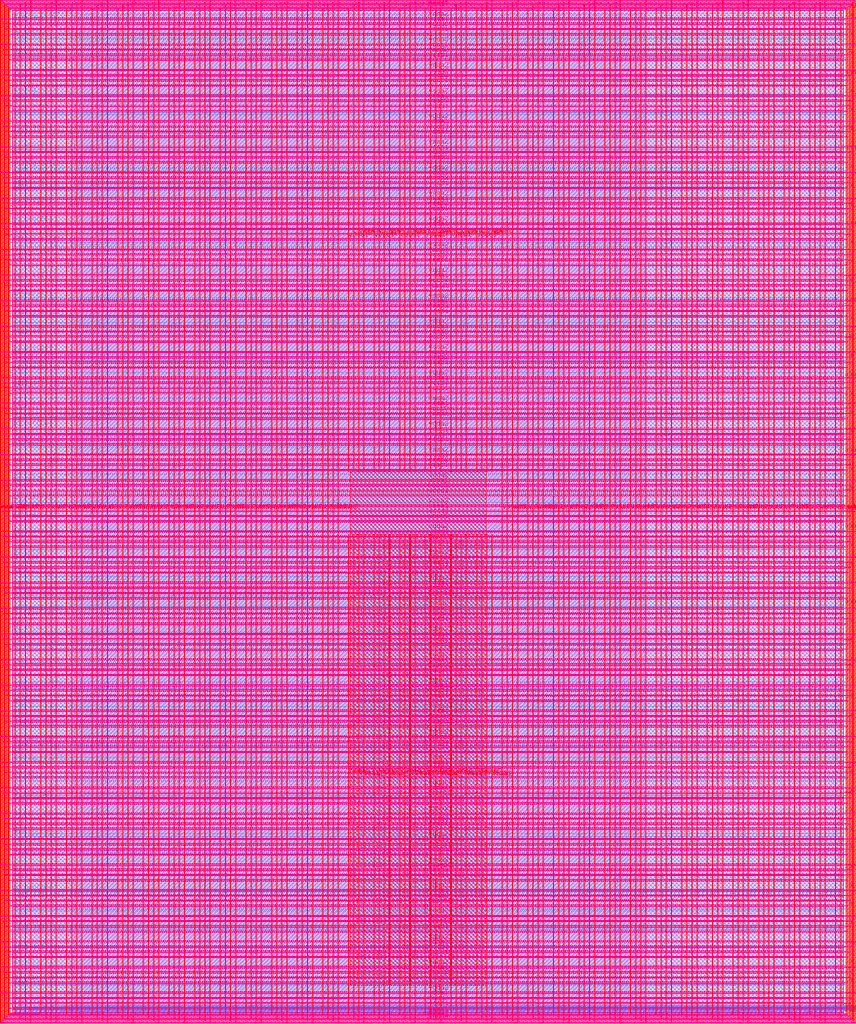
<source format=lef>
VERSION 5.7 ;
  NOWIREEXTENSIONATPIN ON ;
  DIVIDERCHAR "/" ;
  BUSBITCHARS "[]" ;
MACRO user_project_wrapper
  CLASS BLOCK ;
  FOREIGN user_project_wrapper ;
  ORIGIN 0.000 0.000 ;
  SIZE 2920.000 BY 3520.000 ;
  PIN analog_io[0]
    DIRECTION INOUT ;
    USE SIGNAL ;
    PORT
      LAYER met3 ;
        RECT 2917.600 1426.380 2924.800 1427.580 ;
    END
  END analog_io[0]
  PIN analog_io[10]
    DIRECTION INOUT ;
    USE SIGNAL ;
    PORT
      LAYER met2 ;
        RECT 2230.490 3517.600 2231.050 3524.800 ;
    END
  END analog_io[10]
  PIN analog_io[11]
    DIRECTION INOUT ;
    USE SIGNAL ;
    PORT
      LAYER met2 ;
        RECT 1905.730 3517.600 1906.290 3524.800 ;
    END
  END analog_io[11]
  PIN analog_io[12]
    DIRECTION INOUT ;
    USE SIGNAL ;
    PORT
      LAYER met2 ;
        RECT 1581.430 3517.600 1581.990 3524.800 ;
    END
  END analog_io[12]
  PIN analog_io[13]
    DIRECTION INOUT ;
    USE SIGNAL ;
    PORT
      LAYER met2 ;
        RECT 1257.130 3517.600 1257.690 3524.800 ;
    END
  END analog_io[13]
  PIN analog_io[14]
    DIRECTION INOUT ;
    USE SIGNAL ;
    PORT
      LAYER met2 ;
        RECT 932.370 3517.600 932.930 3524.800 ;
    END
  END analog_io[14]
  PIN analog_io[15]
    DIRECTION INOUT ;
    USE SIGNAL ;
    PORT
      LAYER met2 ;
        RECT 608.070 3517.600 608.630 3524.800 ;
    END
  END analog_io[15]
  PIN analog_io[16]
    DIRECTION INOUT ;
    USE SIGNAL ;
    PORT
      LAYER met2 ;
        RECT 283.770 3517.600 284.330 3524.800 ;
    END
  END analog_io[16]
  PIN analog_io[17]
    DIRECTION INOUT ;
    USE SIGNAL ;
    PORT
      LAYER met3 ;
        RECT -4.800 3486.100 2.400 3487.300 ;
    END
  END analog_io[17]
  PIN analog_io[18]
    DIRECTION INOUT ;
    USE SIGNAL ;
    PORT
      LAYER met3 ;
        RECT -4.800 3224.980 2.400 3226.180 ;
    END
  END analog_io[18]
  PIN analog_io[19]
    DIRECTION INOUT ;
    USE SIGNAL ;
    PORT
      LAYER met3 ;
        RECT -4.800 2964.540 2.400 2965.740 ;
    END
  END analog_io[19]
  PIN analog_io[1]
    DIRECTION INOUT ;
    USE SIGNAL ;
    PORT
      LAYER met3 ;
        RECT 2917.600 1692.260 2924.800 1693.460 ;
    END
  END analog_io[1]
  PIN analog_io[20]
    DIRECTION INOUT ;
    USE SIGNAL ;
    PORT
      LAYER met3 ;
        RECT -4.800 2703.420 2.400 2704.620 ;
    END
  END analog_io[20]
  PIN analog_io[21]
    DIRECTION INOUT ;
    USE SIGNAL ;
    PORT
      LAYER met3 ;
        RECT -4.800 2442.980 2.400 2444.180 ;
    END
  END analog_io[21]
  PIN analog_io[22]
    DIRECTION INOUT ;
    USE SIGNAL ;
    PORT
      LAYER met3 ;
        RECT -4.800 2182.540 2.400 2183.740 ;
    END
  END analog_io[22]
  PIN analog_io[23]
    DIRECTION INOUT ;
    USE SIGNAL ;
    PORT
      LAYER met3 ;
        RECT -4.800 1921.420 2.400 1922.620 ;
    END
  END analog_io[23]
  PIN analog_io[24]
    DIRECTION INOUT ;
    USE SIGNAL ;
    PORT
      LAYER met3 ;
        RECT -4.800 1660.980 2.400 1662.180 ;
    END
  END analog_io[24]
  PIN analog_io[25]
    DIRECTION INOUT ;
    USE SIGNAL ;
    PORT
      LAYER met3 ;
        RECT -4.800 1399.860 2.400 1401.060 ;
    END
  END analog_io[25]
  PIN analog_io[26]
    DIRECTION INOUT ;
    USE SIGNAL ;
    PORT
      LAYER met3 ;
        RECT -4.800 1139.420 2.400 1140.620 ;
    END
  END analog_io[26]
  PIN analog_io[27]
    DIRECTION INOUT ;
    USE SIGNAL ;
    PORT
      LAYER met3 ;
        RECT -4.800 878.980 2.400 880.180 ;
    END
  END analog_io[27]
  PIN analog_io[28]
    DIRECTION INOUT ;
    USE SIGNAL ;
    PORT
      LAYER met3 ;
        RECT -4.800 617.860 2.400 619.060 ;
    END
  END analog_io[28]
  PIN analog_io[2]
    DIRECTION INOUT ;
    USE SIGNAL ;
    PORT
      LAYER met3 ;
        RECT 2917.600 1958.140 2924.800 1959.340 ;
    END
  END analog_io[2]
  PIN analog_io[3]
    DIRECTION INOUT ;
    USE SIGNAL ;
    PORT
      LAYER met3 ;
        RECT 2917.600 2223.340 2924.800 2224.540 ;
    END
  END analog_io[3]
  PIN analog_io[4]
    DIRECTION INOUT ;
    USE SIGNAL ;
    PORT
      LAYER met3 ;
        RECT 2917.600 2489.220 2924.800 2490.420 ;
    END
  END analog_io[4]
  PIN analog_io[5]
    DIRECTION INOUT ;
    USE SIGNAL ;
    PORT
      LAYER met3 ;
        RECT 2917.600 2755.100 2924.800 2756.300 ;
    END
  END analog_io[5]
  PIN analog_io[6]
    DIRECTION INOUT ;
    USE SIGNAL ;
    PORT
      LAYER met3 ;
        RECT 2917.600 3020.300 2924.800 3021.500 ;
    END
  END analog_io[6]
  PIN analog_io[7]
    DIRECTION INOUT ;
    USE SIGNAL ;
    PORT
      LAYER met3 ;
        RECT 2917.600 3286.180 2924.800 3287.380 ;
    END
  END analog_io[7]
  PIN analog_io[8]
    DIRECTION INOUT ;
    USE SIGNAL ;
    PORT
      LAYER met2 ;
        RECT 2879.090 3517.600 2879.650 3524.800 ;
    END
  END analog_io[8]
  PIN analog_io[9]
    DIRECTION INOUT ;
    USE SIGNAL ;
    PORT
      LAYER met2 ;
        RECT 2554.790 3517.600 2555.350 3524.800 ;
    END
  END analog_io[9]
  PIN io_in[0]
    DIRECTION INPUT ;
    USE SIGNAL ;
    PORT
      LAYER met3 ;
        RECT 2917.600 32.380 2924.800 33.580 ;
    END
  END io_in[0]
  PIN io_in[10]
    DIRECTION INPUT ;
    USE SIGNAL ;
    PORT
      LAYER met3 ;
        RECT 2917.600 2289.980 2924.800 2291.180 ;
    END
  END io_in[10]
  PIN io_in[11]
    DIRECTION INPUT ;
    USE SIGNAL ;
    PORT
      LAYER met3 ;
        RECT 2917.600 2555.860 2924.800 2557.060 ;
    END
  END io_in[11]
  PIN io_in[12]
    DIRECTION INPUT ;
    USE SIGNAL ;
    PORT
      LAYER met3 ;
        RECT 2917.600 2821.060 2924.800 2822.260 ;
    END
  END io_in[12]
  PIN io_in[13]
    DIRECTION INPUT ;
    USE SIGNAL ;
    PORT
      LAYER met3 ;
        RECT 2917.600 3086.940 2924.800 3088.140 ;
    END
  END io_in[13]
  PIN io_in[14]
    DIRECTION INPUT ;
    USE SIGNAL ;
    PORT
      LAYER met3 ;
        RECT 2917.600 3352.820 2924.800 3354.020 ;
    END
  END io_in[14]
  PIN io_in[15]
    DIRECTION INPUT ;
    USE SIGNAL ;
    PORT
      LAYER met2 ;
        RECT 2798.130 3517.600 2798.690 3524.800 ;
    END
  END io_in[15]
  PIN io_in[16]
    DIRECTION INPUT ;
    USE SIGNAL ;
    PORT
      LAYER met2 ;
        RECT 2473.830 3517.600 2474.390 3524.800 ;
    END
  END io_in[16]
  PIN io_in[17]
    DIRECTION INPUT ;
    USE SIGNAL ;
    PORT
      LAYER met2 ;
        RECT 2149.070 3517.600 2149.630 3524.800 ;
    END
  END io_in[17]
  PIN io_in[18]
    DIRECTION INPUT ;
    USE SIGNAL ;
    PORT
      LAYER met2 ;
        RECT 1824.770 3517.600 1825.330 3524.800 ;
    END
  END io_in[18]
  PIN io_in[19]
    DIRECTION INPUT ;
    USE SIGNAL ;
    PORT
      LAYER met2 ;
        RECT 1500.470 3517.600 1501.030 3524.800 ;
    END
  END io_in[19]
  PIN io_in[1]
    DIRECTION INPUT ;
    USE SIGNAL ;
    PORT
      LAYER met3 ;
        RECT 2917.600 230.940 2924.800 232.140 ;
    END
  END io_in[1]
  PIN io_in[20]
    DIRECTION INPUT ;
    USE SIGNAL ;
    PORT
      LAYER met2 ;
        RECT 1175.710 3517.600 1176.270 3524.800 ;
    END
  END io_in[20]
  PIN io_in[21]
    DIRECTION INPUT ;
    USE SIGNAL ;
    PORT
      LAYER met2 ;
        RECT 851.410 3517.600 851.970 3524.800 ;
    END
  END io_in[21]
  PIN io_in[22]
    DIRECTION INPUT ;
    USE SIGNAL ;
    PORT
      LAYER met2 ;
        RECT 527.110 3517.600 527.670 3524.800 ;
    END
  END io_in[22]
  PIN io_in[23]
    DIRECTION INPUT ;
    USE SIGNAL ;
    PORT
      LAYER met2 ;
        RECT 202.350 3517.600 202.910 3524.800 ;
    END
  END io_in[23]
  PIN io_in[24]
    DIRECTION INPUT ;
    USE SIGNAL ;
    PORT
      LAYER met3 ;
        RECT -4.800 3420.820 2.400 3422.020 ;
    END
  END io_in[24]
  PIN io_in[25]
    DIRECTION INPUT ;
    USE SIGNAL ;
    PORT
      LAYER met3 ;
        RECT -4.800 3159.700 2.400 3160.900 ;
    END
  END io_in[25]
  PIN io_in[26]
    DIRECTION INPUT ;
    USE SIGNAL ;
    PORT
      LAYER met3 ;
        RECT -4.800 2899.260 2.400 2900.460 ;
    END
  END io_in[26]
  PIN io_in[27]
    DIRECTION INPUT ;
    USE SIGNAL ;
    PORT
      LAYER met3 ;
        RECT -4.800 2638.820 2.400 2640.020 ;
    END
  END io_in[27]
  PIN io_in[28]
    DIRECTION INPUT ;
    USE SIGNAL ;
    PORT
      LAYER met3 ;
        RECT -4.800 2377.700 2.400 2378.900 ;
    END
  END io_in[28]
  PIN io_in[29]
    DIRECTION INPUT ;
    USE SIGNAL ;
    PORT
      LAYER met3 ;
        RECT -4.800 2117.260 2.400 2118.460 ;
    END
  END io_in[29]
  PIN io_in[2]
    DIRECTION INPUT ;
    USE SIGNAL ;
    PORT
      LAYER met3 ;
        RECT 2917.600 430.180 2924.800 431.380 ;
    END
  END io_in[2]
  PIN io_in[30]
    DIRECTION INPUT ;
    USE SIGNAL ;
    PORT
      LAYER met3 ;
        RECT -4.800 1856.140 2.400 1857.340 ;
    END
  END io_in[30]
  PIN io_in[31]
    DIRECTION INPUT ;
    USE SIGNAL ;
    PORT
      LAYER met3 ;
        RECT -4.800 1595.700 2.400 1596.900 ;
    END
  END io_in[31]
  PIN io_in[32]
    DIRECTION INPUT ;
    USE SIGNAL ;
    PORT
      LAYER met3 ;
        RECT -4.800 1335.260 2.400 1336.460 ;
    END
  END io_in[32]
  PIN io_in[33]
    DIRECTION INPUT ;
    USE SIGNAL ;
    PORT
      LAYER met3 ;
        RECT -4.800 1074.140 2.400 1075.340 ;
    END
  END io_in[33]
  PIN io_in[34]
    DIRECTION INPUT ;
    USE SIGNAL ;
    PORT
      LAYER met3 ;
        RECT -4.800 813.700 2.400 814.900 ;
    END
  END io_in[34]
  PIN io_in[35]
    DIRECTION INPUT ;
    USE SIGNAL ;
    PORT
      LAYER met3 ;
        RECT -4.800 552.580 2.400 553.780 ;
    END
  END io_in[35]
  PIN io_in[36]
    DIRECTION INPUT ;
    USE SIGNAL ;
    PORT
      LAYER met3 ;
        RECT -4.800 357.420 2.400 358.620 ;
    END
  END io_in[36]
  PIN io_in[37]
    DIRECTION INPUT ;
    USE SIGNAL ;
    PORT
      LAYER met3 ;
        RECT -4.800 161.580 2.400 162.780 ;
    END
  END io_in[37]
  PIN io_in[3]
    DIRECTION INPUT ;
    USE SIGNAL ;
    PORT
      LAYER met3 ;
        RECT 2917.600 629.420 2924.800 630.620 ;
    END
  END io_in[3]
  PIN io_in[4]
    DIRECTION INPUT ;
    USE SIGNAL ;
    PORT
      LAYER met3 ;
        RECT 2917.600 828.660 2924.800 829.860 ;
    END
  END io_in[4]
  PIN io_in[5]
    DIRECTION INPUT ;
    USE SIGNAL ;
    PORT
      LAYER met3 ;
        RECT 2917.600 1027.900 2924.800 1029.100 ;
    END
  END io_in[5]
  PIN io_in[6]
    DIRECTION INPUT ;
    USE SIGNAL ;
    PORT
      LAYER met3 ;
        RECT 2917.600 1227.140 2924.800 1228.340 ;
    END
  END io_in[6]
  PIN io_in[7]
    DIRECTION INPUT ;
    USE SIGNAL ;
    PORT
      LAYER met3 ;
        RECT 2917.600 1493.020 2924.800 1494.220 ;
    END
  END io_in[7]
  PIN io_in[8]
    DIRECTION INPUT ;
    USE SIGNAL ;
    PORT
      LAYER met3 ;
        RECT 2917.600 1758.900 2924.800 1760.100 ;
    END
  END io_in[8]
  PIN io_in[9]
    DIRECTION INPUT ;
    USE SIGNAL ;
    PORT
      LAYER met3 ;
        RECT 2917.600 2024.100 2924.800 2025.300 ;
    END
  END io_in[9]
  PIN io_oeb[0]
    DIRECTION OUTPUT TRISTATE ;
    USE SIGNAL ;
    PORT
      LAYER met3 ;
        RECT 2917.600 164.980 2924.800 166.180 ;
    END
  END io_oeb[0]
  PIN io_oeb[10]
    DIRECTION OUTPUT TRISTATE ;
    USE SIGNAL ;
    PORT
      LAYER met3 ;
        RECT 2917.600 2422.580 2924.800 2423.780 ;
    END
  END io_oeb[10]
  PIN io_oeb[11]
    DIRECTION OUTPUT TRISTATE ;
    USE SIGNAL ;
    PORT
      LAYER met3 ;
        RECT 2917.600 2688.460 2924.800 2689.660 ;
    END
  END io_oeb[11]
  PIN io_oeb[12]
    DIRECTION OUTPUT TRISTATE ;
    USE SIGNAL ;
    PORT
      LAYER met3 ;
        RECT 2917.600 2954.340 2924.800 2955.540 ;
    END
  END io_oeb[12]
  PIN io_oeb[13]
    DIRECTION OUTPUT TRISTATE ;
    USE SIGNAL ;
    PORT
      LAYER met3 ;
        RECT 2917.600 3219.540 2924.800 3220.740 ;
    END
  END io_oeb[13]
  PIN io_oeb[14]
    DIRECTION OUTPUT TRISTATE ;
    USE SIGNAL ;
    PORT
      LAYER met3 ;
        RECT 2917.600 3485.420 2924.800 3486.620 ;
    END
  END io_oeb[14]
  PIN io_oeb[15]
    DIRECTION OUTPUT TRISTATE ;
    USE SIGNAL ;
    PORT
      LAYER met2 ;
        RECT 2635.750 3517.600 2636.310 3524.800 ;
    END
  END io_oeb[15]
  PIN io_oeb[16]
    DIRECTION OUTPUT TRISTATE ;
    USE SIGNAL ;
    PORT
      LAYER met2 ;
        RECT 2311.450 3517.600 2312.010 3524.800 ;
    END
  END io_oeb[16]
  PIN io_oeb[17]
    DIRECTION OUTPUT TRISTATE ;
    USE SIGNAL ;
    PORT
      LAYER met2 ;
        RECT 1987.150 3517.600 1987.710 3524.800 ;
    END
  END io_oeb[17]
  PIN io_oeb[18]
    DIRECTION OUTPUT TRISTATE ;
    USE SIGNAL ;
    PORT
      LAYER met2 ;
        RECT 1662.390 3517.600 1662.950 3524.800 ;
    END
  END io_oeb[18]
  PIN io_oeb[19]
    DIRECTION OUTPUT TRISTATE ;
    USE SIGNAL ;
    PORT
      LAYER met2 ;
        RECT 1338.090 3517.600 1338.650 3524.800 ;
    END
  END io_oeb[19]
  PIN io_oeb[1]
    DIRECTION OUTPUT TRISTATE ;
    USE SIGNAL ;
    PORT
      LAYER met3 ;
        RECT 2917.600 364.220 2924.800 365.420 ;
    END
  END io_oeb[1]
  PIN io_oeb[20]
    DIRECTION OUTPUT TRISTATE ;
    USE SIGNAL ;
    PORT
      LAYER met2 ;
        RECT 1013.790 3517.600 1014.350 3524.800 ;
    END
  END io_oeb[20]
  PIN io_oeb[21]
    DIRECTION OUTPUT TRISTATE ;
    USE SIGNAL ;
    PORT
      LAYER met2 ;
        RECT 689.030 3517.600 689.590 3524.800 ;
    END
  END io_oeb[21]
  PIN io_oeb[22]
    DIRECTION OUTPUT TRISTATE ;
    USE SIGNAL ;
    PORT
      LAYER met2 ;
        RECT 364.730 3517.600 365.290 3524.800 ;
    END
  END io_oeb[22]
  PIN io_oeb[23]
    DIRECTION OUTPUT TRISTATE ;
    USE SIGNAL ;
    PORT
      LAYER met2 ;
        RECT 40.430 3517.600 40.990 3524.800 ;
    END
  END io_oeb[23]
  PIN io_oeb[24]
    DIRECTION OUTPUT TRISTATE ;
    USE SIGNAL ;
    PORT
      LAYER met3 ;
        RECT -4.800 3290.260 2.400 3291.460 ;
    END
  END io_oeb[24]
  PIN io_oeb[25]
    DIRECTION OUTPUT TRISTATE ;
    USE SIGNAL ;
    PORT
      LAYER met3 ;
        RECT -4.800 3029.820 2.400 3031.020 ;
    END
  END io_oeb[25]
  PIN io_oeb[26]
    DIRECTION OUTPUT TRISTATE ;
    USE SIGNAL ;
    PORT
      LAYER met3 ;
        RECT -4.800 2768.700 2.400 2769.900 ;
    END
  END io_oeb[26]
  PIN io_oeb[27]
    DIRECTION OUTPUT TRISTATE ;
    USE SIGNAL ;
    PORT
      LAYER met3 ;
        RECT -4.800 2508.260 2.400 2509.460 ;
    END
  END io_oeb[27]
  PIN io_oeb[28]
    DIRECTION OUTPUT TRISTATE ;
    USE SIGNAL ;
    PORT
      LAYER met3 ;
        RECT -4.800 2247.140 2.400 2248.340 ;
    END
  END io_oeb[28]
  PIN io_oeb[29]
    DIRECTION OUTPUT TRISTATE ;
    USE SIGNAL ;
    PORT
      LAYER met3 ;
        RECT -4.800 1986.700 2.400 1987.900 ;
    END
  END io_oeb[29]
  PIN io_oeb[2]
    DIRECTION OUTPUT TRISTATE ;
    USE SIGNAL ;
    PORT
      LAYER met3 ;
        RECT 2917.600 563.460 2924.800 564.660 ;
    END
  END io_oeb[2]
  PIN io_oeb[30]
    DIRECTION OUTPUT TRISTATE ;
    USE SIGNAL ;
    PORT
      LAYER met3 ;
        RECT -4.800 1726.260 2.400 1727.460 ;
    END
  END io_oeb[30]
  PIN io_oeb[31]
    DIRECTION OUTPUT TRISTATE ;
    USE SIGNAL ;
    PORT
      LAYER met3 ;
        RECT -4.800 1465.140 2.400 1466.340 ;
    END
  END io_oeb[31]
  PIN io_oeb[32]
    DIRECTION OUTPUT TRISTATE ;
    USE SIGNAL ;
    PORT
      LAYER met3 ;
        RECT -4.800 1204.700 2.400 1205.900 ;
    END
  END io_oeb[32]
  PIN io_oeb[33]
    DIRECTION OUTPUT TRISTATE ;
    USE SIGNAL ;
    PORT
      LAYER met3 ;
        RECT -4.800 943.580 2.400 944.780 ;
    END
  END io_oeb[33]
  PIN io_oeb[34]
    DIRECTION OUTPUT TRISTATE ;
    USE SIGNAL ;
    PORT
      LAYER met3 ;
        RECT -4.800 683.140 2.400 684.340 ;
    END
  END io_oeb[34]
  PIN io_oeb[35]
    DIRECTION OUTPUT TRISTATE ;
    USE SIGNAL ;
    PORT
      LAYER met3 ;
        RECT -4.800 422.700 2.400 423.900 ;
    END
  END io_oeb[35]
  PIN io_oeb[36]
    DIRECTION OUTPUT TRISTATE ;
    USE SIGNAL ;
    PORT
      LAYER met3 ;
        RECT -4.800 226.860 2.400 228.060 ;
    END
  END io_oeb[36]
  PIN io_oeb[37]
    DIRECTION OUTPUT TRISTATE ;
    USE SIGNAL ;
    PORT
      LAYER met3 ;
        RECT -4.800 31.700 2.400 32.900 ;
    END
  END io_oeb[37]
  PIN io_oeb[3]
    DIRECTION OUTPUT TRISTATE ;
    USE SIGNAL ;
    PORT
      LAYER met3 ;
        RECT 2917.600 762.700 2924.800 763.900 ;
    END
  END io_oeb[3]
  PIN io_oeb[4]
    DIRECTION OUTPUT TRISTATE ;
    USE SIGNAL ;
    PORT
      LAYER met3 ;
        RECT 2917.600 961.940 2924.800 963.140 ;
    END
  END io_oeb[4]
  PIN io_oeb[5]
    DIRECTION OUTPUT TRISTATE ;
    USE SIGNAL ;
    PORT
      LAYER met3 ;
        RECT 2917.600 1161.180 2924.800 1162.380 ;
    END
  END io_oeb[5]
  PIN io_oeb[6]
    DIRECTION OUTPUT TRISTATE ;
    USE SIGNAL ;
    PORT
      LAYER met3 ;
        RECT 2917.600 1360.420 2924.800 1361.620 ;
    END
  END io_oeb[6]
  PIN io_oeb[7]
    DIRECTION OUTPUT TRISTATE ;
    USE SIGNAL ;
    PORT
      LAYER met3 ;
        RECT 2917.600 1625.620 2924.800 1626.820 ;
    END
  END io_oeb[7]
  PIN io_oeb[8]
    DIRECTION OUTPUT TRISTATE ;
    USE SIGNAL ;
    PORT
      LAYER met3 ;
        RECT 2917.600 1891.500 2924.800 1892.700 ;
    END
  END io_oeb[8]
  PIN io_oeb[9]
    DIRECTION OUTPUT TRISTATE ;
    USE SIGNAL ;
    PORT
      LAYER met3 ;
        RECT 2917.600 2157.380 2924.800 2158.580 ;
    END
  END io_oeb[9]
  PIN io_out[0]
    DIRECTION OUTPUT TRISTATE ;
    USE SIGNAL ;
    PORT
      LAYER met3 ;
        RECT 2917.600 98.340 2924.800 99.540 ;
    END
  END io_out[0]
  PIN io_out[10]
    DIRECTION OUTPUT TRISTATE ;
    USE SIGNAL ;
    PORT
      LAYER met3 ;
        RECT 2917.600 2356.620 2924.800 2357.820 ;
    END
  END io_out[10]
  PIN io_out[11]
    DIRECTION OUTPUT TRISTATE ;
    USE SIGNAL ;
    PORT
      LAYER met3 ;
        RECT 2917.600 2621.820 2924.800 2623.020 ;
    END
  END io_out[11]
  PIN io_out[12]
    DIRECTION OUTPUT TRISTATE ;
    USE SIGNAL ;
    PORT
      LAYER met3 ;
        RECT 2917.600 2887.700 2924.800 2888.900 ;
    END
  END io_out[12]
  PIN io_out[13]
    DIRECTION OUTPUT TRISTATE ;
    USE SIGNAL ;
    PORT
      LAYER met3 ;
        RECT 2917.600 3153.580 2924.800 3154.780 ;
    END
  END io_out[13]
  PIN io_out[14]
    DIRECTION OUTPUT TRISTATE ;
    USE SIGNAL ;
    PORT
      LAYER met3 ;
        RECT 2917.600 3418.780 2924.800 3419.980 ;
    END
  END io_out[14]
  PIN io_out[15]
    DIRECTION OUTPUT TRISTATE ;
    USE SIGNAL ;
    PORT
      LAYER met2 ;
        RECT 2717.170 3517.600 2717.730 3524.800 ;
    END
  END io_out[15]
  PIN io_out[16]
    DIRECTION OUTPUT TRISTATE ;
    USE SIGNAL ;
    PORT
      LAYER met2 ;
        RECT 2392.410 3517.600 2392.970 3524.800 ;
    END
  END io_out[16]
  PIN io_out[17]
    DIRECTION OUTPUT TRISTATE ;
    USE SIGNAL ;
    PORT
      LAYER met2 ;
        RECT 2068.110 3517.600 2068.670 3524.800 ;
    END
  END io_out[17]
  PIN io_out[18]
    DIRECTION OUTPUT TRISTATE ;
    USE SIGNAL ;
    PORT
      LAYER met2 ;
        RECT 1743.810 3517.600 1744.370 3524.800 ;
    END
  END io_out[18]
  PIN io_out[19]
    DIRECTION OUTPUT TRISTATE ;
    USE SIGNAL ;
    PORT
      LAYER met2 ;
        RECT 1419.050 3517.600 1419.610 3524.800 ;
    END
  END io_out[19]
  PIN io_out[1]
    DIRECTION OUTPUT TRISTATE ;
    USE SIGNAL ;
    PORT
      LAYER met3 ;
        RECT 2917.600 297.580 2924.800 298.780 ;
    END
  END io_out[1]
  PIN io_out[20]
    DIRECTION OUTPUT TRISTATE ;
    USE SIGNAL ;
    PORT
      LAYER met2 ;
        RECT 1094.750 3517.600 1095.310 3524.800 ;
    END
  END io_out[20]
  PIN io_out[21]
    DIRECTION OUTPUT TRISTATE ;
    USE SIGNAL ;
    PORT
      LAYER met2 ;
        RECT 770.450 3517.600 771.010 3524.800 ;
    END
  END io_out[21]
  PIN io_out[22]
    DIRECTION OUTPUT TRISTATE ;
    USE SIGNAL ;
    PORT
      LAYER met2 ;
        RECT 445.690 3517.600 446.250 3524.800 ;
    END
  END io_out[22]
  PIN io_out[23]
    DIRECTION OUTPUT TRISTATE ;
    USE SIGNAL ;
    PORT
      LAYER met2 ;
        RECT 121.390 3517.600 121.950 3524.800 ;
    END
  END io_out[23]
  PIN io_out[24]
    DIRECTION OUTPUT TRISTATE ;
    USE SIGNAL ;
    PORT
      LAYER met3 ;
        RECT -4.800 3355.540 2.400 3356.740 ;
    END
  END io_out[24]
  PIN io_out[25]
    DIRECTION OUTPUT TRISTATE ;
    USE SIGNAL ;
    PORT
      LAYER met3 ;
        RECT -4.800 3095.100 2.400 3096.300 ;
    END
  END io_out[25]
  PIN io_out[26]
    DIRECTION OUTPUT TRISTATE ;
    USE SIGNAL ;
    PORT
      LAYER met3 ;
        RECT -4.800 2833.980 2.400 2835.180 ;
    END
  END io_out[26]
  PIN io_out[27]
    DIRECTION OUTPUT TRISTATE ;
    USE SIGNAL ;
    PORT
      LAYER met3 ;
        RECT -4.800 2573.540 2.400 2574.740 ;
    END
  END io_out[27]
  PIN io_out[28]
    DIRECTION OUTPUT TRISTATE ;
    USE SIGNAL ;
    PORT
      LAYER met3 ;
        RECT -4.800 2312.420 2.400 2313.620 ;
    END
  END io_out[28]
  PIN io_out[29]
    DIRECTION OUTPUT TRISTATE ;
    USE SIGNAL ;
    PORT
      LAYER met3 ;
        RECT -4.800 2051.980 2.400 2053.180 ;
    END
  END io_out[29]
  PIN io_out[2]
    DIRECTION OUTPUT TRISTATE ;
    USE SIGNAL ;
    PORT
      LAYER met3 ;
        RECT 2917.600 496.820 2924.800 498.020 ;
    END
  END io_out[2]
  PIN io_out[30]
    DIRECTION OUTPUT TRISTATE ;
    USE SIGNAL ;
    PORT
      LAYER met3 ;
        RECT -4.800 1791.540 2.400 1792.740 ;
    END
  END io_out[30]
  PIN io_out[31]
    DIRECTION OUTPUT TRISTATE ;
    USE SIGNAL ;
    PORT
      LAYER met3 ;
        RECT -4.800 1530.420 2.400 1531.620 ;
    END
  END io_out[31]
  PIN io_out[32]
    DIRECTION OUTPUT TRISTATE ;
    USE SIGNAL ;
    PORT
      LAYER met3 ;
        RECT -4.800 1269.980 2.400 1271.180 ;
    END
  END io_out[32]
  PIN io_out[33]
    DIRECTION OUTPUT TRISTATE ;
    USE SIGNAL ;
    PORT
      LAYER met3 ;
        RECT -4.800 1008.860 2.400 1010.060 ;
    END
  END io_out[33]
  PIN io_out[34]
    DIRECTION OUTPUT TRISTATE ;
    USE SIGNAL ;
    PORT
      LAYER met3 ;
        RECT -4.800 748.420 2.400 749.620 ;
    END
  END io_out[34]
  PIN io_out[35]
    DIRECTION OUTPUT TRISTATE ;
    USE SIGNAL ;
    PORT
      LAYER met3 ;
        RECT -4.800 487.300 2.400 488.500 ;
    END
  END io_out[35]
  PIN io_out[36]
    DIRECTION OUTPUT TRISTATE ;
    USE SIGNAL ;
    PORT
      LAYER met3 ;
        RECT -4.800 292.140 2.400 293.340 ;
    END
  END io_out[36]
  PIN io_out[37]
    DIRECTION OUTPUT TRISTATE ;
    USE SIGNAL ;
    PORT
      LAYER met3 ;
        RECT -4.800 96.300 2.400 97.500 ;
    END
  END io_out[37]
  PIN io_out[3]
    DIRECTION OUTPUT TRISTATE ;
    USE SIGNAL ;
    PORT
      LAYER met3 ;
        RECT 2917.600 696.060 2924.800 697.260 ;
    END
  END io_out[3]
  PIN io_out[4]
    DIRECTION OUTPUT TRISTATE ;
    USE SIGNAL ;
    PORT
      LAYER met3 ;
        RECT 2917.600 895.300 2924.800 896.500 ;
    END
  END io_out[4]
  PIN io_out[5]
    DIRECTION OUTPUT TRISTATE ;
    USE SIGNAL ;
    PORT
      LAYER met3 ;
        RECT 2917.600 1094.540 2924.800 1095.740 ;
    END
  END io_out[5]
  PIN io_out[6]
    DIRECTION OUTPUT TRISTATE ;
    USE SIGNAL ;
    PORT
      LAYER met3 ;
        RECT 2917.600 1293.780 2924.800 1294.980 ;
    END
  END io_out[6]
  PIN io_out[7]
    DIRECTION OUTPUT TRISTATE ;
    USE SIGNAL ;
    PORT
      LAYER met3 ;
        RECT 2917.600 1559.660 2924.800 1560.860 ;
    END
  END io_out[7]
  PIN io_out[8]
    DIRECTION OUTPUT TRISTATE ;
    USE SIGNAL ;
    PORT
      LAYER met3 ;
        RECT 2917.600 1824.860 2924.800 1826.060 ;
    END
  END io_out[8]
  PIN io_out[9]
    DIRECTION OUTPUT TRISTATE ;
    USE SIGNAL ;
    PORT
      LAYER met3 ;
        RECT 2917.600 2090.740 2924.800 2091.940 ;
    END
  END io_out[9]
  PIN la_data_in[0]
    DIRECTION INPUT ;
    USE SIGNAL ;
    PORT
      LAYER met2 ;
        RECT 629.230 -4.800 629.790 2.400 ;
    END
  END la_data_in[0]
  PIN la_data_in[100]
    DIRECTION INPUT ;
    USE SIGNAL ;
    PORT
      LAYER met2 ;
        RECT 2402.530 -4.800 2403.090 2.400 ;
    END
  END la_data_in[100]
  PIN la_data_in[101]
    DIRECTION INPUT ;
    USE SIGNAL ;
    PORT
      LAYER met2 ;
        RECT 2420.010 -4.800 2420.570 2.400 ;
    END
  END la_data_in[101]
  PIN la_data_in[102]
    DIRECTION INPUT ;
    USE SIGNAL ;
    PORT
      LAYER met2 ;
        RECT 2437.950 -4.800 2438.510 2.400 ;
    END
  END la_data_in[102]
  PIN la_data_in[103]
    DIRECTION INPUT ;
    USE SIGNAL ;
    PORT
      LAYER met2 ;
        RECT 2455.430 -4.800 2455.990 2.400 ;
    END
  END la_data_in[103]
  PIN la_data_in[104]
    DIRECTION INPUT ;
    USE SIGNAL ;
    PORT
      LAYER met2 ;
        RECT 2473.370 -4.800 2473.930 2.400 ;
    END
  END la_data_in[104]
  PIN la_data_in[105]
    DIRECTION INPUT ;
    USE SIGNAL ;
    PORT
      LAYER met2 ;
        RECT 2490.850 -4.800 2491.410 2.400 ;
    END
  END la_data_in[105]
  PIN la_data_in[106]
    DIRECTION INPUT ;
    USE SIGNAL ;
    PORT
      LAYER met2 ;
        RECT 2508.790 -4.800 2509.350 2.400 ;
    END
  END la_data_in[106]
  PIN la_data_in[107]
    DIRECTION INPUT ;
    USE SIGNAL ;
    PORT
      LAYER met2 ;
        RECT 2526.730 -4.800 2527.290 2.400 ;
    END
  END la_data_in[107]
  PIN la_data_in[108]
    DIRECTION INPUT ;
    USE SIGNAL ;
    PORT
      LAYER met2 ;
        RECT 2544.210 -4.800 2544.770 2.400 ;
    END
  END la_data_in[108]
  PIN la_data_in[109]
    DIRECTION INPUT ;
    USE SIGNAL ;
    PORT
      LAYER met2 ;
        RECT 2562.150 -4.800 2562.710 2.400 ;
    END
  END la_data_in[109]
  PIN la_data_in[10]
    DIRECTION INPUT ;
    USE SIGNAL ;
    PORT
      LAYER met2 ;
        RECT 806.330 -4.800 806.890 2.400 ;
    END
  END la_data_in[10]
  PIN la_data_in[110]
    DIRECTION INPUT ;
    USE SIGNAL ;
    PORT
      LAYER met2 ;
        RECT 2579.630 -4.800 2580.190 2.400 ;
    END
  END la_data_in[110]
  PIN la_data_in[111]
    DIRECTION INPUT ;
    USE SIGNAL ;
    PORT
      LAYER met2 ;
        RECT 2597.570 -4.800 2598.130 2.400 ;
    END
  END la_data_in[111]
  PIN la_data_in[112]
    DIRECTION INPUT ;
    USE SIGNAL ;
    PORT
      LAYER met2 ;
        RECT 2615.050 -4.800 2615.610 2.400 ;
    END
  END la_data_in[112]
  PIN la_data_in[113]
    DIRECTION INPUT ;
    USE SIGNAL ;
    PORT
      LAYER met2 ;
        RECT 2632.990 -4.800 2633.550 2.400 ;
    END
  END la_data_in[113]
  PIN la_data_in[114]
    DIRECTION INPUT ;
    USE SIGNAL ;
    PORT
      LAYER met2 ;
        RECT 2650.470 -4.800 2651.030 2.400 ;
    END
  END la_data_in[114]
  PIN la_data_in[115]
    DIRECTION INPUT ;
    USE SIGNAL ;
    PORT
      LAYER met2 ;
        RECT 2668.410 -4.800 2668.970 2.400 ;
    END
  END la_data_in[115]
  PIN la_data_in[116]
    DIRECTION INPUT ;
    USE SIGNAL ;
    PORT
      LAYER met2 ;
        RECT 2685.890 -4.800 2686.450 2.400 ;
    END
  END la_data_in[116]
  PIN la_data_in[117]
    DIRECTION INPUT ;
    USE SIGNAL ;
    PORT
      LAYER met2 ;
        RECT 2703.830 -4.800 2704.390 2.400 ;
    END
  END la_data_in[117]
  PIN la_data_in[118]
    DIRECTION INPUT ;
    USE SIGNAL ;
    PORT
      LAYER met2 ;
        RECT 2721.770 -4.800 2722.330 2.400 ;
    END
  END la_data_in[118]
  PIN la_data_in[119]
    DIRECTION INPUT ;
    USE SIGNAL ;
    PORT
      LAYER met2 ;
        RECT 2739.250 -4.800 2739.810 2.400 ;
    END
  END la_data_in[119]
  PIN la_data_in[11]
    DIRECTION INPUT ;
    USE SIGNAL ;
    PORT
      LAYER met2 ;
        RECT 824.270 -4.800 824.830 2.400 ;
    END
  END la_data_in[11]
  PIN la_data_in[120]
    DIRECTION INPUT ;
    USE SIGNAL ;
    PORT
      LAYER met2 ;
        RECT 2757.190 -4.800 2757.750 2.400 ;
    END
  END la_data_in[120]
  PIN la_data_in[121]
    DIRECTION INPUT ;
    USE SIGNAL ;
    PORT
      LAYER met2 ;
        RECT 2774.670 -4.800 2775.230 2.400 ;
    END
  END la_data_in[121]
  PIN la_data_in[122]
    DIRECTION INPUT ;
    USE SIGNAL ;
    PORT
      LAYER met2 ;
        RECT 2792.610 -4.800 2793.170 2.400 ;
    END
  END la_data_in[122]
  PIN la_data_in[123]
    DIRECTION INPUT ;
    USE SIGNAL ;
    PORT
      LAYER met2 ;
        RECT 2810.090 -4.800 2810.650 2.400 ;
    END
  END la_data_in[123]
  PIN la_data_in[124]
    DIRECTION INPUT ;
    USE SIGNAL ;
    PORT
      LAYER met2 ;
        RECT 2828.030 -4.800 2828.590 2.400 ;
    END
  END la_data_in[124]
  PIN la_data_in[125]
    DIRECTION INPUT ;
    USE SIGNAL ;
    PORT
      LAYER met2 ;
        RECT 2845.510 -4.800 2846.070 2.400 ;
    END
  END la_data_in[125]
  PIN la_data_in[126]
    DIRECTION INPUT ;
    USE SIGNAL ;
    PORT
      LAYER met2 ;
        RECT 2863.450 -4.800 2864.010 2.400 ;
    END
  END la_data_in[126]
  PIN la_data_in[127]
    DIRECTION INPUT ;
    USE SIGNAL ;
    PORT
      LAYER met2 ;
        RECT 2881.390 -4.800 2881.950 2.400 ;
    END
  END la_data_in[127]
  PIN la_data_in[12]
    DIRECTION INPUT ;
    USE SIGNAL ;
    PORT
      LAYER met2 ;
        RECT 841.750 -4.800 842.310 2.400 ;
    END
  END la_data_in[12]
  PIN la_data_in[13]
    DIRECTION INPUT ;
    USE SIGNAL ;
    PORT
      LAYER met2 ;
        RECT 859.690 -4.800 860.250 2.400 ;
    END
  END la_data_in[13]
  PIN la_data_in[14]
    DIRECTION INPUT ;
    USE SIGNAL ;
    PORT
      LAYER met2 ;
        RECT 877.170 -4.800 877.730 2.400 ;
    END
  END la_data_in[14]
  PIN la_data_in[15]
    DIRECTION INPUT ;
    USE SIGNAL ;
    PORT
      LAYER met2 ;
        RECT 895.110 -4.800 895.670 2.400 ;
    END
  END la_data_in[15]
  PIN la_data_in[16]
    DIRECTION INPUT ;
    USE SIGNAL ;
    PORT
      LAYER met2 ;
        RECT 912.590 -4.800 913.150 2.400 ;
    END
  END la_data_in[16]
  PIN la_data_in[17]
    DIRECTION INPUT ;
    USE SIGNAL ;
    PORT
      LAYER met2 ;
        RECT 930.530 -4.800 931.090 2.400 ;
    END
  END la_data_in[17]
  PIN la_data_in[18]
    DIRECTION INPUT ;
    USE SIGNAL ;
    PORT
      LAYER met2 ;
        RECT 948.470 -4.800 949.030 2.400 ;
    END
  END la_data_in[18]
  PIN la_data_in[19]
    DIRECTION INPUT ;
    USE SIGNAL ;
    PORT
      LAYER met2 ;
        RECT 965.950 -4.800 966.510 2.400 ;
    END
  END la_data_in[19]
  PIN la_data_in[1]
    DIRECTION INPUT ;
    USE SIGNAL ;
    PORT
      LAYER met2 ;
        RECT 646.710 -4.800 647.270 2.400 ;
    END
  END la_data_in[1]
  PIN la_data_in[20]
    DIRECTION INPUT ;
    USE SIGNAL ;
    PORT
      LAYER met2 ;
        RECT 983.890 -4.800 984.450 2.400 ;
    END
  END la_data_in[20]
  PIN la_data_in[21]
    DIRECTION INPUT ;
    USE SIGNAL ;
    PORT
      LAYER met2 ;
        RECT 1001.370 -4.800 1001.930 2.400 ;
    END
  END la_data_in[21]
  PIN la_data_in[22]
    DIRECTION INPUT ;
    USE SIGNAL ;
    PORT
      LAYER met2 ;
        RECT 1019.310 -4.800 1019.870 2.400 ;
    END
  END la_data_in[22]
  PIN la_data_in[23]
    DIRECTION INPUT ;
    USE SIGNAL ;
    PORT
      LAYER met2 ;
        RECT 1036.790 -4.800 1037.350 2.400 ;
    END
  END la_data_in[23]
  PIN la_data_in[24]
    DIRECTION INPUT ;
    USE SIGNAL ;
    PORT
      LAYER met2 ;
        RECT 1054.730 -4.800 1055.290 2.400 ;
    END
  END la_data_in[24]
  PIN la_data_in[25]
    DIRECTION INPUT ;
    USE SIGNAL ;
    PORT
      LAYER met2 ;
        RECT 1072.210 -4.800 1072.770 2.400 ;
    END
  END la_data_in[25]
  PIN la_data_in[26]
    DIRECTION INPUT ;
    USE SIGNAL ;
    PORT
      LAYER met2 ;
        RECT 1090.150 -4.800 1090.710 2.400 ;
    END
  END la_data_in[26]
  PIN la_data_in[27]
    DIRECTION INPUT ;
    USE SIGNAL ;
    PORT
      LAYER met2 ;
        RECT 1107.630 -4.800 1108.190 2.400 ;
    END
  END la_data_in[27]
  PIN la_data_in[28]
    DIRECTION INPUT ;
    USE SIGNAL ;
    PORT
      LAYER met2 ;
        RECT 1125.570 -4.800 1126.130 2.400 ;
    END
  END la_data_in[28]
  PIN la_data_in[29]
    DIRECTION INPUT ;
    USE SIGNAL ;
    PORT
      LAYER met2 ;
        RECT 1143.510 -4.800 1144.070 2.400 ;
    END
  END la_data_in[29]
  PIN la_data_in[2]
    DIRECTION INPUT ;
    USE SIGNAL ;
    PORT
      LAYER met2 ;
        RECT 664.650 -4.800 665.210 2.400 ;
    END
  END la_data_in[2]
  PIN la_data_in[30]
    DIRECTION INPUT ;
    USE SIGNAL ;
    PORT
      LAYER met2 ;
        RECT 1160.990 -4.800 1161.550 2.400 ;
    END
  END la_data_in[30]
  PIN la_data_in[31]
    DIRECTION INPUT ;
    USE SIGNAL ;
    PORT
      LAYER met2 ;
        RECT 1178.930 -4.800 1179.490 2.400 ;
    END
  END la_data_in[31]
  PIN la_data_in[32]
    DIRECTION INPUT ;
    USE SIGNAL ;
    PORT
      LAYER met2 ;
        RECT 1196.410 -4.800 1196.970 2.400 ;
    END
  END la_data_in[32]
  PIN la_data_in[33]
    DIRECTION INPUT ;
    USE SIGNAL ;
    PORT
      LAYER met2 ;
        RECT 1214.350 -4.800 1214.910 2.400 ;
    END
  END la_data_in[33]
  PIN la_data_in[34]
    DIRECTION INPUT ;
    USE SIGNAL ;
    PORT
      LAYER met2 ;
        RECT 1231.830 -4.800 1232.390 2.400 ;
    END
  END la_data_in[34]
  PIN la_data_in[35]
    DIRECTION INPUT ;
    USE SIGNAL ;
    PORT
      LAYER met2 ;
        RECT 1249.770 -4.800 1250.330 2.400 ;
    END
  END la_data_in[35]
  PIN la_data_in[36]
    DIRECTION INPUT ;
    USE SIGNAL ;
    PORT
      LAYER met2 ;
        RECT 1267.250 -4.800 1267.810 2.400 ;
    END
  END la_data_in[36]
  PIN la_data_in[37]
    DIRECTION INPUT ;
    USE SIGNAL ;
    PORT
      LAYER met2 ;
        RECT 1285.190 -4.800 1285.750 2.400 ;
    END
  END la_data_in[37]
  PIN la_data_in[38]
    DIRECTION INPUT ;
    USE SIGNAL ;
    PORT
      LAYER met2 ;
        RECT 1303.130 -4.800 1303.690 2.400 ;
    END
  END la_data_in[38]
  PIN la_data_in[39]
    DIRECTION INPUT ;
    USE SIGNAL ;
    PORT
      LAYER met2 ;
        RECT 1320.610 -4.800 1321.170 2.400 ;
    END
  END la_data_in[39]
  PIN la_data_in[3]
    DIRECTION INPUT ;
    USE SIGNAL ;
    PORT
      LAYER met2 ;
        RECT 682.130 -4.800 682.690 2.400 ;
    END
  END la_data_in[3]
  PIN la_data_in[40]
    DIRECTION INPUT ;
    USE SIGNAL ;
    PORT
      LAYER met2 ;
        RECT 1338.550 -4.800 1339.110 2.400 ;
    END
  END la_data_in[40]
  PIN la_data_in[41]
    DIRECTION INPUT ;
    USE SIGNAL ;
    PORT
      LAYER met2 ;
        RECT 1356.030 -4.800 1356.590 2.400 ;
    END
  END la_data_in[41]
  PIN la_data_in[42]
    DIRECTION INPUT ;
    USE SIGNAL ;
    PORT
      LAYER met2 ;
        RECT 1373.970 -4.800 1374.530 2.400 ;
    END
  END la_data_in[42]
  PIN la_data_in[43]
    DIRECTION INPUT ;
    USE SIGNAL ;
    PORT
      LAYER met2 ;
        RECT 1391.450 -4.800 1392.010 2.400 ;
    END
  END la_data_in[43]
  PIN la_data_in[44]
    DIRECTION INPUT ;
    USE SIGNAL ;
    PORT
      LAYER met2 ;
        RECT 1409.390 -4.800 1409.950 2.400 ;
    END
  END la_data_in[44]
  PIN la_data_in[45]
    DIRECTION INPUT ;
    USE SIGNAL ;
    PORT
      LAYER met2 ;
        RECT 1426.870 -4.800 1427.430 2.400 ;
    END
  END la_data_in[45]
  PIN la_data_in[46]
    DIRECTION INPUT ;
    USE SIGNAL ;
    PORT
      LAYER met2 ;
        RECT 1444.810 -4.800 1445.370 2.400 ;
    END
  END la_data_in[46]
  PIN la_data_in[47]
    DIRECTION INPUT ;
    USE SIGNAL ;
    PORT
      LAYER met2 ;
        RECT 1462.750 -4.800 1463.310 2.400 ;
    END
  END la_data_in[47]
  PIN la_data_in[48]
    DIRECTION INPUT ;
    USE SIGNAL ;
    PORT
      LAYER met2 ;
        RECT 1480.230 -4.800 1480.790 2.400 ;
    END
  END la_data_in[48]
  PIN la_data_in[49]
    DIRECTION INPUT ;
    USE SIGNAL ;
    PORT
      LAYER met2 ;
        RECT 1498.170 -4.800 1498.730 2.400 ;
    END
  END la_data_in[49]
  PIN la_data_in[4]
    DIRECTION INPUT ;
    USE SIGNAL ;
    PORT
      LAYER met2 ;
        RECT 700.070 -4.800 700.630 2.400 ;
    END
  END la_data_in[4]
  PIN la_data_in[50]
    DIRECTION INPUT ;
    USE SIGNAL ;
    PORT
      LAYER met2 ;
        RECT 1515.650 -4.800 1516.210 2.400 ;
    END
  END la_data_in[50]
  PIN la_data_in[51]
    DIRECTION INPUT ;
    USE SIGNAL ;
    PORT
      LAYER met2 ;
        RECT 1533.590 -4.800 1534.150 2.400 ;
    END
  END la_data_in[51]
  PIN la_data_in[52]
    DIRECTION INPUT ;
    USE SIGNAL ;
    PORT
      LAYER met2 ;
        RECT 1551.070 -4.800 1551.630 2.400 ;
    END
  END la_data_in[52]
  PIN la_data_in[53]
    DIRECTION INPUT ;
    USE SIGNAL ;
    PORT
      LAYER met2 ;
        RECT 1569.010 -4.800 1569.570 2.400 ;
    END
  END la_data_in[53]
  PIN la_data_in[54]
    DIRECTION INPUT ;
    USE SIGNAL ;
    PORT
      LAYER met2 ;
        RECT 1586.490 -4.800 1587.050 2.400 ;
    END
  END la_data_in[54]
  PIN la_data_in[55]
    DIRECTION INPUT ;
    USE SIGNAL ;
    PORT
      LAYER met2 ;
        RECT 1604.430 -4.800 1604.990 2.400 ;
    END
  END la_data_in[55]
  PIN la_data_in[56]
    DIRECTION INPUT ;
    USE SIGNAL ;
    PORT
      LAYER met2 ;
        RECT 1621.910 -4.800 1622.470 2.400 ;
    END
  END la_data_in[56]
  PIN la_data_in[57]
    DIRECTION INPUT ;
    USE SIGNAL ;
    PORT
      LAYER met2 ;
        RECT 1639.850 -4.800 1640.410 2.400 ;
    END
  END la_data_in[57]
  PIN la_data_in[58]
    DIRECTION INPUT ;
    USE SIGNAL ;
    PORT
      LAYER met2 ;
        RECT 1657.790 -4.800 1658.350 2.400 ;
    END
  END la_data_in[58]
  PIN la_data_in[59]
    DIRECTION INPUT ;
    USE SIGNAL ;
    PORT
      LAYER met2 ;
        RECT 1675.270 -4.800 1675.830 2.400 ;
    END
  END la_data_in[59]
  PIN la_data_in[5]
    DIRECTION INPUT ;
    USE SIGNAL ;
    PORT
      LAYER met2 ;
        RECT 717.550 -4.800 718.110 2.400 ;
    END
  END la_data_in[5]
  PIN la_data_in[60]
    DIRECTION INPUT ;
    USE SIGNAL ;
    PORT
      LAYER met2 ;
        RECT 1693.210 -4.800 1693.770 2.400 ;
    END
  END la_data_in[60]
  PIN la_data_in[61]
    DIRECTION INPUT ;
    USE SIGNAL ;
    PORT
      LAYER met2 ;
        RECT 1710.690 -4.800 1711.250 2.400 ;
    END
  END la_data_in[61]
  PIN la_data_in[62]
    DIRECTION INPUT ;
    USE SIGNAL ;
    PORT
      LAYER met2 ;
        RECT 1728.630 -4.800 1729.190 2.400 ;
    END
  END la_data_in[62]
  PIN la_data_in[63]
    DIRECTION INPUT ;
    USE SIGNAL ;
    PORT
      LAYER met2 ;
        RECT 1746.110 -4.800 1746.670 2.400 ;
    END
  END la_data_in[63]
  PIN la_data_in[64]
    DIRECTION INPUT ;
    USE SIGNAL ;
    PORT
      LAYER met2 ;
        RECT 1764.050 -4.800 1764.610 2.400 ;
    END
  END la_data_in[64]
  PIN la_data_in[65]
    DIRECTION INPUT ;
    USE SIGNAL ;
    PORT
      LAYER met2 ;
        RECT 1781.530 -4.800 1782.090 2.400 ;
    END
  END la_data_in[65]
  PIN la_data_in[66]
    DIRECTION INPUT ;
    USE SIGNAL ;
    PORT
      LAYER met2 ;
        RECT 1799.470 -4.800 1800.030 2.400 ;
    END
  END la_data_in[66]
  PIN la_data_in[67]
    DIRECTION INPUT ;
    USE SIGNAL ;
    PORT
      LAYER met2 ;
        RECT 1817.410 -4.800 1817.970 2.400 ;
    END
  END la_data_in[67]
  PIN la_data_in[68]
    DIRECTION INPUT ;
    USE SIGNAL ;
    PORT
      LAYER met2 ;
        RECT 1834.890 -4.800 1835.450 2.400 ;
    END
  END la_data_in[68]
  PIN la_data_in[69]
    DIRECTION INPUT ;
    USE SIGNAL ;
    PORT
      LAYER met2 ;
        RECT 1852.830 -4.800 1853.390 2.400 ;
    END
  END la_data_in[69]
  PIN la_data_in[6]
    DIRECTION INPUT ;
    USE SIGNAL ;
    PORT
      LAYER met2 ;
        RECT 735.490 -4.800 736.050 2.400 ;
    END
  END la_data_in[6]
  PIN la_data_in[70]
    DIRECTION INPUT ;
    USE SIGNAL ;
    PORT
      LAYER met2 ;
        RECT 1870.310 -4.800 1870.870 2.400 ;
    END
  END la_data_in[70]
  PIN la_data_in[71]
    DIRECTION INPUT ;
    USE SIGNAL ;
    PORT
      LAYER met2 ;
        RECT 1888.250 -4.800 1888.810 2.400 ;
    END
  END la_data_in[71]
  PIN la_data_in[72]
    DIRECTION INPUT ;
    USE SIGNAL ;
    PORT
      LAYER met2 ;
        RECT 1905.730 -4.800 1906.290 2.400 ;
    END
  END la_data_in[72]
  PIN la_data_in[73]
    DIRECTION INPUT ;
    USE SIGNAL ;
    PORT
      LAYER met2 ;
        RECT 1923.670 -4.800 1924.230 2.400 ;
    END
  END la_data_in[73]
  PIN la_data_in[74]
    DIRECTION INPUT ;
    USE SIGNAL ;
    PORT
      LAYER met2 ;
        RECT 1941.150 -4.800 1941.710 2.400 ;
    END
  END la_data_in[74]
  PIN la_data_in[75]
    DIRECTION INPUT ;
    USE SIGNAL ;
    PORT
      LAYER met2 ;
        RECT 1959.090 -4.800 1959.650 2.400 ;
    END
  END la_data_in[75]
  PIN la_data_in[76]
    DIRECTION INPUT ;
    USE SIGNAL ;
    PORT
      LAYER met2 ;
        RECT 1976.570 -4.800 1977.130 2.400 ;
    END
  END la_data_in[76]
  PIN la_data_in[77]
    DIRECTION INPUT ;
    USE SIGNAL ;
    PORT
      LAYER met2 ;
        RECT 1994.510 -4.800 1995.070 2.400 ;
    END
  END la_data_in[77]
  PIN la_data_in[78]
    DIRECTION INPUT ;
    USE SIGNAL ;
    PORT
      LAYER met2 ;
        RECT 2012.450 -4.800 2013.010 2.400 ;
    END
  END la_data_in[78]
  PIN la_data_in[79]
    DIRECTION INPUT ;
    USE SIGNAL ;
    PORT
      LAYER met2 ;
        RECT 2029.930 -4.800 2030.490 2.400 ;
    END
  END la_data_in[79]
  PIN la_data_in[7]
    DIRECTION INPUT ;
    USE SIGNAL ;
    PORT
      LAYER met2 ;
        RECT 752.970 -4.800 753.530 2.400 ;
    END
  END la_data_in[7]
  PIN la_data_in[80]
    DIRECTION INPUT ;
    USE SIGNAL ;
    PORT
      LAYER met2 ;
        RECT 2047.870 -4.800 2048.430 2.400 ;
    END
  END la_data_in[80]
  PIN la_data_in[81]
    DIRECTION INPUT ;
    USE SIGNAL ;
    PORT
      LAYER met2 ;
        RECT 2065.350 -4.800 2065.910 2.400 ;
    END
  END la_data_in[81]
  PIN la_data_in[82]
    DIRECTION INPUT ;
    USE SIGNAL ;
    PORT
      LAYER met2 ;
        RECT 2083.290 -4.800 2083.850 2.400 ;
    END
  END la_data_in[82]
  PIN la_data_in[83]
    DIRECTION INPUT ;
    USE SIGNAL ;
    PORT
      LAYER met2 ;
        RECT 2100.770 -4.800 2101.330 2.400 ;
    END
  END la_data_in[83]
  PIN la_data_in[84]
    DIRECTION INPUT ;
    USE SIGNAL ;
    PORT
      LAYER met2 ;
        RECT 2118.710 -4.800 2119.270 2.400 ;
    END
  END la_data_in[84]
  PIN la_data_in[85]
    DIRECTION INPUT ;
    USE SIGNAL ;
    PORT
      LAYER met2 ;
        RECT 2136.190 -4.800 2136.750 2.400 ;
    END
  END la_data_in[85]
  PIN la_data_in[86]
    DIRECTION INPUT ;
    USE SIGNAL ;
    PORT
      LAYER met2 ;
        RECT 2154.130 -4.800 2154.690 2.400 ;
    END
  END la_data_in[86]
  PIN la_data_in[87]
    DIRECTION INPUT ;
    USE SIGNAL ;
    PORT
      LAYER met2 ;
        RECT 2172.070 -4.800 2172.630 2.400 ;
    END
  END la_data_in[87]
  PIN la_data_in[88]
    DIRECTION INPUT ;
    USE SIGNAL ;
    PORT
      LAYER met2 ;
        RECT 2189.550 -4.800 2190.110 2.400 ;
    END
  END la_data_in[88]
  PIN la_data_in[89]
    DIRECTION INPUT ;
    USE SIGNAL ;
    PORT
      LAYER met2 ;
        RECT 2207.490 -4.800 2208.050 2.400 ;
    END
  END la_data_in[89]
  PIN la_data_in[8]
    DIRECTION INPUT ;
    USE SIGNAL ;
    PORT
      LAYER met2 ;
        RECT 770.910 -4.800 771.470 2.400 ;
    END
  END la_data_in[8]
  PIN la_data_in[90]
    DIRECTION INPUT ;
    USE SIGNAL ;
    PORT
      LAYER met2 ;
        RECT 2224.970 -4.800 2225.530 2.400 ;
    END
  END la_data_in[90]
  PIN la_data_in[91]
    DIRECTION INPUT ;
    USE SIGNAL ;
    PORT
      LAYER met2 ;
        RECT 2242.910 -4.800 2243.470 2.400 ;
    END
  END la_data_in[91]
  PIN la_data_in[92]
    DIRECTION INPUT ;
    USE SIGNAL ;
    PORT
      LAYER met2 ;
        RECT 2260.390 -4.800 2260.950 2.400 ;
    END
  END la_data_in[92]
  PIN la_data_in[93]
    DIRECTION INPUT ;
    USE SIGNAL ;
    PORT
      LAYER met2 ;
        RECT 2278.330 -4.800 2278.890 2.400 ;
    END
  END la_data_in[93]
  PIN la_data_in[94]
    DIRECTION INPUT ;
    USE SIGNAL ;
    PORT
      LAYER met2 ;
        RECT 2295.810 -4.800 2296.370 2.400 ;
    END
  END la_data_in[94]
  PIN la_data_in[95]
    DIRECTION INPUT ;
    USE SIGNAL ;
    PORT
      LAYER met2 ;
        RECT 2313.750 -4.800 2314.310 2.400 ;
    END
  END la_data_in[95]
  PIN la_data_in[96]
    DIRECTION INPUT ;
    USE SIGNAL ;
    PORT
      LAYER met2 ;
        RECT 2331.230 -4.800 2331.790 2.400 ;
    END
  END la_data_in[96]
  PIN la_data_in[97]
    DIRECTION INPUT ;
    USE SIGNAL ;
    PORT
      LAYER met2 ;
        RECT 2349.170 -4.800 2349.730 2.400 ;
    END
  END la_data_in[97]
  PIN la_data_in[98]
    DIRECTION INPUT ;
    USE SIGNAL ;
    PORT
      LAYER met2 ;
        RECT 2367.110 -4.800 2367.670 2.400 ;
    END
  END la_data_in[98]
  PIN la_data_in[99]
    DIRECTION INPUT ;
    USE SIGNAL ;
    PORT
      LAYER met2 ;
        RECT 2384.590 -4.800 2385.150 2.400 ;
    END
  END la_data_in[99]
  PIN la_data_in[9]
    DIRECTION INPUT ;
    USE SIGNAL ;
    PORT
      LAYER met2 ;
        RECT 788.850 -4.800 789.410 2.400 ;
    END
  END la_data_in[9]
  PIN la_data_out[0]
    DIRECTION OUTPUT TRISTATE ;
    USE SIGNAL ;
    PORT
      LAYER met2 ;
        RECT 634.750 -4.800 635.310 2.400 ;
    END
  END la_data_out[0]
  PIN la_data_out[100]
    DIRECTION OUTPUT TRISTATE ;
    USE SIGNAL ;
    PORT
      LAYER met2 ;
        RECT 2408.510 -4.800 2409.070 2.400 ;
    END
  END la_data_out[100]
  PIN la_data_out[101]
    DIRECTION OUTPUT TRISTATE ;
    USE SIGNAL ;
    PORT
      LAYER met2 ;
        RECT 2425.990 -4.800 2426.550 2.400 ;
    END
  END la_data_out[101]
  PIN la_data_out[102]
    DIRECTION OUTPUT TRISTATE ;
    USE SIGNAL ;
    PORT
      LAYER met2 ;
        RECT 2443.930 -4.800 2444.490 2.400 ;
    END
  END la_data_out[102]
  PIN la_data_out[103]
    DIRECTION OUTPUT TRISTATE ;
    USE SIGNAL ;
    PORT
      LAYER met2 ;
        RECT 2461.410 -4.800 2461.970 2.400 ;
    END
  END la_data_out[103]
  PIN la_data_out[104]
    DIRECTION OUTPUT TRISTATE ;
    USE SIGNAL ;
    PORT
      LAYER met2 ;
        RECT 2479.350 -4.800 2479.910 2.400 ;
    END
  END la_data_out[104]
  PIN la_data_out[105]
    DIRECTION OUTPUT TRISTATE ;
    USE SIGNAL ;
    PORT
      LAYER met2 ;
        RECT 2496.830 -4.800 2497.390 2.400 ;
    END
  END la_data_out[105]
  PIN la_data_out[106]
    DIRECTION OUTPUT TRISTATE ;
    USE SIGNAL ;
    PORT
      LAYER met2 ;
        RECT 2514.770 -4.800 2515.330 2.400 ;
    END
  END la_data_out[106]
  PIN la_data_out[107]
    DIRECTION OUTPUT TRISTATE ;
    USE SIGNAL ;
    PORT
      LAYER met2 ;
        RECT 2532.250 -4.800 2532.810 2.400 ;
    END
  END la_data_out[107]
  PIN la_data_out[108]
    DIRECTION OUTPUT TRISTATE ;
    USE SIGNAL ;
    PORT
      LAYER met2 ;
        RECT 2550.190 -4.800 2550.750 2.400 ;
    END
  END la_data_out[108]
  PIN la_data_out[109]
    DIRECTION OUTPUT TRISTATE ;
    USE SIGNAL ;
    PORT
      LAYER met2 ;
        RECT 2567.670 -4.800 2568.230 2.400 ;
    END
  END la_data_out[109]
  PIN la_data_out[10]
    DIRECTION OUTPUT TRISTATE ;
    USE SIGNAL ;
    PORT
      LAYER met2 ;
        RECT 812.310 -4.800 812.870 2.400 ;
    END
  END la_data_out[10]
  PIN la_data_out[110]
    DIRECTION OUTPUT TRISTATE ;
    USE SIGNAL ;
    PORT
      LAYER met2 ;
        RECT 2585.610 -4.800 2586.170 2.400 ;
    END
  END la_data_out[110]
  PIN la_data_out[111]
    DIRECTION OUTPUT TRISTATE ;
    USE SIGNAL ;
    PORT
      LAYER met2 ;
        RECT 2603.550 -4.800 2604.110 2.400 ;
    END
  END la_data_out[111]
  PIN la_data_out[112]
    DIRECTION OUTPUT TRISTATE ;
    USE SIGNAL ;
    PORT
      LAYER met2 ;
        RECT 2621.030 -4.800 2621.590 2.400 ;
    END
  END la_data_out[112]
  PIN la_data_out[113]
    DIRECTION OUTPUT TRISTATE ;
    USE SIGNAL ;
    PORT
      LAYER met2 ;
        RECT 2638.970 -4.800 2639.530 2.400 ;
    END
  END la_data_out[113]
  PIN la_data_out[114]
    DIRECTION OUTPUT TRISTATE ;
    USE SIGNAL ;
    PORT
      LAYER met2 ;
        RECT 2656.450 -4.800 2657.010 2.400 ;
    END
  END la_data_out[114]
  PIN la_data_out[115]
    DIRECTION OUTPUT TRISTATE ;
    USE SIGNAL ;
    PORT
      LAYER met2 ;
        RECT 2674.390 -4.800 2674.950 2.400 ;
    END
  END la_data_out[115]
  PIN la_data_out[116]
    DIRECTION OUTPUT TRISTATE ;
    USE SIGNAL ;
    PORT
      LAYER met2 ;
        RECT 2691.870 -4.800 2692.430 2.400 ;
    END
  END la_data_out[116]
  PIN la_data_out[117]
    DIRECTION OUTPUT TRISTATE ;
    USE SIGNAL ;
    PORT
      LAYER met2 ;
        RECT 2709.810 -4.800 2710.370 2.400 ;
    END
  END la_data_out[117]
  PIN la_data_out[118]
    DIRECTION OUTPUT TRISTATE ;
    USE SIGNAL ;
    PORT
      LAYER met2 ;
        RECT 2727.290 -4.800 2727.850 2.400 ;
    END
  END la_data_out[118]
  PIN la_data_out[119]
    DIRECTION OUTPUT TRISTATE ;
    USE SIGNAL ;
    PORT
      LAYER met2 ;
        RECT 2745.230 -4.800 2745.790 2.400 ;
    END
  END la_data_out[119]
  PIN la_data_out[11]
    DIRECTION OUTPUT TRISTATE ;
    USE SIGNAL ;
    PORT
      LAYER met2 ;
        RECT 830.250 -4.800 830.810 2.400 ;
    END
  END la_data_out[11]
  PIN la_data_out[120]
    DIRECTION OUTPUT TRISTATE ;
    USE SIGNAL ;
    PORT
      LAYER met2 ;
        RECT 2763.170 -4.800 2763.730 2.400 ;
    END
  END la_data_out[120]
  PIN la_data_out[121]
    DIRECTION OUTPUT TRISTATE ;
    USE SIGNAL ;
    PORT
      LAYER met2 ;
        RECT 2780.650 -4.800 2781.210 2.400 ;
    END
  END la_data_out[121]
  PIN la_data_out[122]
    DIRECTION OUTPUT TRISTATE ;
    USE SIGNAL ;
    PORT
      LAYER met2 ;
        RECT 2798.590 -4.800 2799.150 2.400 ;
    END
  END la_data_out[122]
  PIN la_data_out[123]
    DIRECTION OUTPUT TRISTATE ;
    USE SIGNAL ;
    PORT
      LAYER met2 ;
        RECT 2816.070 -4.800 2816.630 2.400 ;
    END
  END la_data_out[123]
  PIN la_data_out[124]
    DIRECTION OUTPUT TRISTATE ;
    USE SIGNAL ;
    PORT
      LAYER met2 ;
        RECT 2834.010 -4.800 2834.570 2.400 ;
    END
  END la_data_out[124]
  PIN la_data_out[125]
    DIRECTION OUTPUT TRISTATE ;
    USE SIGNAL ;
    PORT
      LAYER met2 ;
        RECT 2851.490 -4.800 2852.050 2.400 ;
    END
  END la_data_out[125]
  PIN la_data_out[126]
    DIRECTION OUTPUT TRISTATE ;
    USE SIGNAL ;
    PORT
      LAYER met2 ;
        RECT 2869.430 -4.800 2869.990 2.400 ;
    END
  END la_data_out[126]
  PIN la_data_out[127]
    DIRECTION OUTPUT TRISTATE ;
    USE SIGNAL ;
    PORT
      LAYER met2 ;
        RECT 2886.910 -4.800 2887.470 2.400 ;
    END
  END la_data_out[127]
  PIN la_data_out[12]
    DIRECTION OUTPUT TRISTATE ;
    USE SIGNAL ;
    PORT
      LAYER met2 ;
        RECT 847.730 -4.800 848.290 2.400 ;
    END
  END la_data_out[12]
  PIN la_data_out[13]
    DIRECTION OUTPUT TRISTATE ;
    USE SIGNAL ;
    PORT
      LAYER met2 ;
        RECT 865.670 -4.800 866.230 2.400 ;
    END
  END la_data_out[13]
  PIN la_data_out[14]
    DIRECTION OUTPUT TRISTATE ;
    USE SIGNAL ;
    PORT
      LAYER met2 ;
        RECT 883.150 -4.800 883.710 2.400 ;
    END
  END la_data_out[14]
  PIN la_data_out[15]
    DIRECTION OUTPUT TRISTATE ;
    USE SIGNAL ;
    PORT
      LAYER met2 ;
        RECT 901.090 -4.800 901.650 2.400 ;
    END
  END la_data_out[15]
  PIN la_data_out[16]
    DIRECTION OUTPUT TRISTATE ;
    USE SIGNAL ;
    PORT
      LAYER met2 ;
        RECT 918.570 -4.800 919.130 2.400 ;
    END
  END la_data_out[16]
  PIN la_data_out[17]
    DIRECTION OUTPUT TRISTATE ;
    USE SIGNAL ;
    PORT
      LAYER met2 ;
        RECT 936.510 -4.800 937.070 2.400 ;
    END
  END la_data_out[17]
  PIN la_data_out[18]
    DIRECTION OUTPUT TRISTATE ;
    USE SIGNAL ;
    PORT
      LAYER met2 ;
        RECT 953.990 -4.800 954.550 2.400 ;
    END
  END la_data_out[18]
  PIN la_data_out[19]
    DIRECTION OUTPUT TRISTATE ;
    USE SIGNAL ;
    PORT
      LAYER met2 ;
        RECT 971.930 -4.800 972.490 2.400 ;
    END
  END la_data_out[19]
  PIN la_data_out[1]
    DIRECTION OUTPUT TRISTATE ;
    USE SIGNAL ;
    PORT
      LAYER met2 ;
        RECT 652.690 -4.800 653.250 2.400 ;
    END
  END la_data_out[1]
  PIN la_data_out[20]
    DIRECTION OUTPUT TRISTATE ;
    USE SIGNAL ;
    PORT
      LAYER met2 ;
        RECT 989.410 -4.800 989.970 2.400 ;
    END
  END la_data_out[20]
  PIN la_data_out[21]
    DIRECTION OUTPUT TRISTATE ;
    USE SIGNAL ;
    PORT
      LAYER met2 ;
        RECT 1007.350 -4.800 1007.910 2.400 ;
    END
  END la_data_out[21]
  PIN la_data_out[22]
    DIRECTION OUTPUT TRISTATE ;
    USE SIGNAL ;
    PORT
      LAYER met2 ;
        RECT 1025.290 -4.800 1025.850 2.400 ;
    END
  END la_data_out[22]
  PIN la_data_out[23]
    DIRECTION OUTPUT TRISTATE ;
    USE SIGNAL ;
    PORT
      LAYER met2 ;
        RECT 1042.770 -4.800 1043.330 2.400 ;
    END
  END la_data_out[23]
  PIN la_data_out[24]
    DIRECTION OUTPUT TRISTATE ;
    USE SIGNAL ;
    PORT
      LAYER met2 ;
        RECT 1060.710 -4.800 1061.270 2.400 ;
    END
  END la_data_out[24]
  PIN la_data_out[25]
    DIRECTION OUTPUT TRISTATE ;
    USE SIGNAL ;
    PORT
      LAYER met2 ;
        RECT 1078.190 -4.800 1078.750 2.400 ;
    END
  END la_data_out[25]
  PIN la_data_out[26]
    DIRECTION OUTPUT TRISTATE ;
    USE SIGNAL ;
    PORT
      LAYER met2 ;
        RECT 1096.130 -4.800 1096.690 2.400 ;
    END
  END la_data_out[26]
  PIN la_data_out[27]
    DIRECTION OUTPUT TRISTATE ;
    USE SIGNAL ;
    PORT
      LAYER met2 ;
        RECT 1113.610 -4.800 1114.170 2.400 ;
    END
  END la_data_out[27]
  PIN la_data_out[28]
    DIRECTION OUTPUT TRISTATE ;
    USE SIGNAL ;
    PORT
      LAYER met2 ;
        RECT 1131.550 -4.800 1132.110 2.400 ;
    END
  END la_data_out[28]
  PIN la_data_out[29]
    DIRECTION OUTPUT TRISTATE ;
    USE SIGNAL ;
    PORT
      LAYER met2 ;
        RECT 1149.030 -4.800 1149.590 2.400 ;
    END
  END la_data_out[29]
  PIN la_data_out[2]
    DIRECTION OUTPUT TRISTATE ;
    USE SIGNAL ;
    PORT
      LAYER met2 ;
        RECT 670.630 -4.800 671.190 2.400 ;
    END
  END la_data_out[2]
  PIN la_data_out[30]
    DIRECTION OUTPUT TRISTATE ;
    USE SIGNAL ;
    PORT
      LAYER met2 ;
        RECT 1166.970 -4.800 1167.530 2.400 ;
    END
  END la_data_out[30]
  PIN la_data_out[31]
    DIRECTION OUTPUT TRISTATE ;
    USE SIGNAL ;
    PORT
      LAYER met2 ;
        RECT 1184.910 -4.800 1185.470 2.400 ;
    END
  END la_data_out[31]
  PIN la_data_out[32]
    DIRECTION OUTPUT TRISTATE ;
    USE SIGNAL ;
    PORT
      LAYER met2 ;
        RECT 1202.390 -4.800 1202.950 2.400 ;
    END
  END la_data_out[32]
  PIN la_data_out[33]
    DIRECTION OUTPUT TRISTATE ;
    USE SIGNAL ;
    PORT
      LAYER met2 ;
        RECT 1220.330 -4.800 1220.890 2.400 ;
    END
  END la_data_out[33]
  PIN la_data_out[34]
    DIRECTION OUTPUT TRISTATE ;
    USE SIGNAL ;
    PORT
      LAYER met2 ;
        RECT 1237.810 -4.800 1238.370 2.400 ;
    END
  END la_data_out[34]
  PIN la_data_out[35]
    DIRECTION OUTPUT TRISTATE ;
    USE SIGNAL ;
    PORT
      LAYER met2 ;
        RECT 1255.750 -4.800 1256.310 2.400 ;
    END
  END la_data_out[35]
  PIN la_data_out[36]
    DIRECTION OUTPUT TRISTATE ;
    USE SIGNAL ;
    PORT
      LAYER met2 ;
        RECT 1273.230 -4.800 1273.790 2.400 ;
    END
  END la_data_out[36]
  PIN la_data_out[37]
    DIRECTION OUTPUT TRISTATE ;
    USE SIGNAL ;
    PORT
      LAYER met2 ;
        RECT 1291.170 -4.800 1291.730 2.400 ;
    END
  END la_data_out[37]
  PIN la_data_out[38]
    DIRECTION OUTPUT TRISTATE ;
    USE SIGNAL ;
    PORT
      LAYER met2 ;
        RECT 1308.650 -4.800 1309.210 2.400 ;
    END
  END la_data_out[38]
  PIN la_data_out[39]
    DIRECTION OUTPUT TRISTATE ;
    USE SIGNAL ;
    PORT
      LAYER met2 ;
        RECT 1326.590 -4.800 1327.150 2.400 ;
    END
  END la_data_out[39]
  PIN la_data_out[3]
    DIRECTION OUTPUT TRISTATE ;
    USE SIGNAL ;
    PORT
      LAYER met2 ;
        RECT 688.110 -4.800 688.670 2.400 ;
    END
  END la_data_out[3]
  PIN la_data_out[40]
    DIRECTION OUTPUT TRISTATE ;
    USE SIGNAL ;
    PORT
      LAYER met2 ;
        RECT 1344.070 -4.800 1344.630 2.400 ;
    END
  END la_data_out[40]
  PIN la_data_out[41]
    DIRECTION OUTPUT TRISTATE ;
    USE SIGNAL ;
    PORT
      LAYER met2 ;
        RECT 1362.010 -4.800 1362.570 2.400 ;
    END
  END la_data_out[41]
  PIN la_data_out[42]
    DIRECTION OUTPUT TRISTATE ;
    USE SIGNAL ;
    PORT
      LAYER met2 ;
        RECT 1379.950 -4.800 1380.510 2.400 ;
    END
  END la_data_out[42]
  PIN la_data_out[43]
    DIRECTION OUTPUT TRISTATE ;
    USE SIGNAL ;
    PORT
      LAYER met2 ;
        RECT 1397.430 -4.800 1397.990 2.400 ;
    END
  END la_data_out[43]
  PIN la_data_out[44]
    DIRECTION OUTPUT TRISTATE ;
    USE SIGNAL ;
    PORT
      LAYER met2 ;
        RECT 1415.370 -4.800 1415.930 2.400 ;
    END
  END la_data_out[44]
  PIN la_data_out[45]
    DIRECTION OUTPUT TRISTATE ;
    USE SIGNAL ;
    PORT
      LAYER met2 ;
        RECT 1432.850 -4.800 1433.410 2.400 ;
    END
  END la_data_out[45]
  PIN la_data_out[46]
    DIRECTION OUTPUT TRISTATE ;
    USE SIGNAL ;
    PORT
      LAYER met2 ;
        RECT 1450.790 -4.800 1451.350 2.400 ;
    END
  END la_data_out[46]
  PIN la_data_out[47]
    DIRECTION OUTPUT TRISTATE ;
    USE SIGNAL ;
    PORT
      LAYER met2 ;
        RECT 1468.270 -4.800 1468.830 2.400 ;
    END
  END la_data_out[47]
  PIN la_data_out[48]
    DIRECTION OUTPUT TRISTATE ;
    USE SIGNAL ;
    PORT
      LAYER met2 ;
        RECT 1486.210 -4.800 1486.770 2.400 ;
    END
  END la_data_out[48]
  PIN la_data_out[49]
    DIRECTION OUTPUT TRISTATE ;
    USE SIGNAL ;
    PORT
      LAYER met2 ;
        RECT 1503.690 -4.800 1504.250 2.400 ;
    END
  END la_data_out[49]
  PIN la_data_out[4]
    DIRECTION OUTPUT TRISTATE ;
    USE SIGNAL ;
    PORT
      LAYER met2 ;
        RECT 706.050 -4.800 706.610 2.400 ;
    END
  END la_data_out[4]
  PIN la_data_out[50]
    DIRECTION OUTPUT TRISTATE ;
    USE SIGNAL ;
    PORT
      LAYER met2 ;
        RECT 1521.630 -4.800 1522.190 2.400 ;
    END
  END la_data_out[50]
  PIN la_data_out[51]
    DIRECTION OUTPUT TRISTATE ;
    USE SIGNAL ;
    PORT
      LAYER met2 ;
        RECT 1539.570 -4.800 1540.130 2.400 ;
    END
  END la_data_out[51]
  PIN la_data_out[52]
    DIRECTION OUTPUT TRISTATE ;
    USE SIGNAL ;
    PORT
      LAYER met2 ;
        RECT 1557.050 -4.800 1557.610 2.400 ;
    END
  END la_data_out[52]
  PIN la_data_out[53]
    DIRECTION OUTPUT TRISTATE ;
    USE SIGNAL ;
    PORT
      LAYER met2 ;
        RECT 1574.990 -4.800 1575.550 2.400 ;
    END
  END la_data_out[53]
  PIN la_data_out[54]
    DIRECTION OUTPUT TRISTATE ;
    USE SIGNAL ;
    PORT
      LAYER met2 ;
        RECT 1592.470 -4.800 1593.030 2.400 ;
    END
  END la_data_out[54]
  PIN la_data_out[55]
    DIRECTION OUTPUT TRISTATE ;
    USE SIGNAL ;
    PORT
      LAYER met2 ;
        RECT 1610.410 -4.800 1610.970 2.400 ;
    END
  END la_data_out[55]
  PIN la_data_out[56]
    DIRECTION OUTPUT TRISTATE ;
    USE SIGNAL ;
    PORT
      LAYER met2 ;
        RECT 1627.890 -4.800 1628.450 2.400 ;
    END
  END la_data_out[56]
  PIN la_data_out[57]
    DIRECTION OUTPUT TRISTATE ;
    USE SIGNAL ;
    PORT
      LAYER met2 ;
        RECT 1645.830 -4.800 1646.390 2.400 ;
    END
  END la_data_out[57]
  PIN la_data_out[58]
    DIRECTION OUTPUT TRISTATE ;
    USE SIGNAL ;
    PORT
      LAYER met2 ;
        RECT 1663.310 -4.800 1663.870 2.400 ;
    END
  END la_data_out[58]
  PIN la_data_out[59]
    DIRECTION OUTPUT TRISTATE ;
    USE SIGNAL ;
    PORT
      LAYER met2 ;
        RECT 1681.250 -4.800 1681.810 2.400 ;
    END
  END la_data_out[59]
  PIN la_data_out[5]
    DIRECTION OUTPUT TRISTATE ;
    USE SIGNAL ;
    PORT
      LAYER met2 ;
        RECT 723.530 -4.800 724.090 2.400 ;
    END
  END la_data_out[5]
  PIN la_data_out[60]
    DIRECTION OUTPUT TRISTATE ;
    USE SIGNAL ;
    PORT
      LAYER met2 ;
        RECT 1699.190 -4.800 1699.750 2.400 ;
    END
  END la_data_out[60]
  PIN la_data_out[61]
    DIRECTION OUTPUT TRISTATE ;
    USE SIGNAL ;
    PORT
      LAYER met2 ;
        RECT 1716.670 -4.800 1717.230 2.400 ;
    END
  END la_data_out[61]
  PIN la_data_out[62]
    DIRECTION OUTPUT TRISTATE ;
    USE SIGNAL ;
    PORT
      LAYER met2 ;
        RECT 1734.610 -4.800 1735.170 2.400 ;
    END
  END la_data_out[62]
  PIN la_data_out[63]
    DIRECTION OUTPUT TRISTATE ;
    USE SIGNAL ;
    PORT
      LAYER met2 ;
        RECT 1752.090 -4.800 1752.650 2.400 ;
    END
  END la_data_out[63]
  PIN la_data_out[64]
    DIRECTION OUTPUT TRISTATE ;
    USE SIGNAL ;
    PORT
      LAYER met2 ;
        RECT 1770.030 -4.800 1770.590 2.400 ;
    END
  END la_data_out[64]
  PIN la_data_out[65]
    DIRECTION OUTPUT TRISTATE ;
    USE SIGNAL ;
    PORT
      LAYER met2 ;
        RECT 1787.510 -4.800 1788.070 2.400 ;
    END
  END la_data_out[65]
  PIN la_data_out[66]
    DIRECTION OUTPUT TRISTATE ;
    USE SIGNAL ;
    PORT
      LAYER met2 ;
        RECT 1805.450 -4.800 1806.010 2.400 ;
    END
  END la_data_out[66]
  PIN la_data_out[67]
    DIRECTION OUTPUT TRISTATE ;
    USE SIGNAL ;
    PORT
      LAYER met2 ;
        RECT 1822.930 -4.800 1823.490 2.400 ;
    END
  END la_data_out[67]
  PIN la_data_out[68]
    DIRECTION OUTPUT TRISTATE ;
    USE SIGNAL ;
    PORT
      LAYER met2 ;
        RECT 1840.870 -4.800 1841.430 2.400 ;
    END
  END la_data_out[68]
  PIN la_data_out[69]
    DIRECTION OUTPUT TRISTATE ;
    USE SIGNAL ;
    PORT
      LAYER met2 ;
        RECT 1858.350 -4.800 1858.910 2.400 ;
    END
  END la_data_out[69]
  PIN la_data_out[6]
    DIRECTION OUTPUT TRISTATE ;
    USE SIGNAL ;
    PORT
      LAYER met2 ;
        RECT 741.470 -4.800 742.030 2.400 ;
    END
  END la_data_out[6]
  PIN la_data_out[70]
    DIRECTION OUTPUT TRISTATE ;
    USE SIGNAL ;
    PORT
      LAYER met2 ;
        RECT 1876.290 -4.800 1876.850 2.400 ;
    END
  END la_data_out[70]
  PIN la_data_out[71]
    DIRECTION OUTPUT TRISTATE ;
    USE SIGNAL ;
    PORT
      LAYER met2 ;
        RECT 1894.230 -4.800 1894.790 2.400 ;
    END
  END la_data_out[71]
  PIN la_data_out[72]
    DIRECTION OUTPUT TRISTATE ;
    USE SIGNAL ;
    PORT
      LAYER met2 ;
        RECT 1911.710 -4.800 1912.270 2.400 ;
    END
  END la_data_out[72]
  PIN la_data_out[73]
    DIRECTION OUTPUT TRISTATE ;
    USE SIGNAL ;
    PORT
      LAYER met2 ;
        RECT 1929.650 -4.800 1930.210 2.400 ;
    END
  END la_data_out[73]
  PIN la_data_out[74]
    DIRECTION OUTPUT TRISTATE ;
    USE SIGNAL ;
    PORT
      LAYER met2 ;
        RECT 1947.130 -4.800 1947.690 2.400 ;
    END
  END la_data_out[74]
  PIN la_data_out[75]
    DIRECTION OUTPUT TRISTATE ;
    USE SIGNAL ;
    PORT
      LAYER met2 ;
        RECT 1965.070 -4.800 1965.630 2.400 ;
    END
  END la_data_out[75]
  PIN la_data_out[76]
    DIRECTION OUTPUT TRISTATE ;
    USE SIGNAL ;
    PORT
      LAYER met2 ;
        RECT 1982.550 -4.800 1983.110 2.400 ;
    END
  END la_data_out[76]
  PIN la_data_out[77]
    DIRECTION OUTPUT TRISTATE ;
    USE SIGNAL ;
    PORT
      LAYER met2 ;
        RECT 2000.490 -4.800 2001.050 2.400 ;
    END
  END la_data_out[77]
  PIN la_data_out[78]
    DIRECTION OUTPUT TRISTATE ;
    USE SIGNAL ;
    PORT
      LAYER met2 ;
        RECT 2017.970 -4.800 2018.530 2.400 ;
    END
  END la_data_out[78]
  PIN la_data_out[79]
    DIRECTION OUTPUT TRISTATE ;
    USE SIGNAL ;
    PORT
      LAYER met2 ;
        RECT 2035.910 -4.800 2036.470 2.400 ;
    END
  END la_data_out[79]
  PIN la_data_out[7]
    DIRECTION OUTPUT TRISTATE ;
    USE SIGNAL ;
    PORT
      LAYER met2 ;
        RECT 758.950 -4.800 759.510 2.400 ;
    END
  END la_data_out[7]
  PIN la_data_out[80]
    DIRECTION OUTPUT TRISTATE ;
    USE SIGNAL ;
    PORT
      LAYER met2 ;
        RECT 2053.850 -4.800 2054.410 2.400 ;
    END
  END la_data_out[80]
  PIN la_data_out[81]
    DIRECTION OUTPUT TRISTATE ;
    USE SIGNAL ;
    PORT
      LAYER met2 ;
        RECT 2071.330 -4.800 2071.890 2.400 ;
    END
  END la_data_out[81]
  PIN la_data_out[82]
    DIRECTION OUTPUT TRISTATE ;
    USE SIGNAL ;
    PORT
      LAYER met2 ;
        RECT 2089.270 -4.800 2089.830 2.400 ;
    END
  END la_data_out[82]
  PIN la_data_out[83]
    DIRECTION OUTPUT TRISTATE ;
    USE SIGNAL ;
    PORT
      LAYER met2 ;
        RECT 2106.750 -4.800 2107.310 2.400 ;
    END
  END la_data_out[83]
  PIN la_data_out[84]
    DIRECTION OUTPUT TRISTATE ;
    USE SIGNAL ;
    PORT
      LAYER met2 ;
        RECT 2124.690 -4.800 2125.250 2.400 ;
    END
  END la_data_out[84]
  PIN la_data_out[85]
    DIRECTION OUTPUT TRISTATE ;
    USE SIGNAL ;
    PORT
      LAYER met2 ;
        RECT 2142.170 -4.800 2142.730 2.400 ;
    END
  END la_data_out[85]
  PIN la_data_out[86]
    DIRECTION OUTPUT TRISTATE ;
    USE SIGNAL ;
    PORT
      LAYER met2 ;
        RECT 2160.110 -4.800 2160.670 2.400 ;
    END
  END la_data_out[86]
  PIN la_data_out[87]
    DIRECTION OUTPUT TRISTATE ;
    USE SIGNAL ;
    PORT
      LAYER met2 ;
        RECT 2177.590 -4.800 2178.150 2.400 ;
    END
  END la_data_out[87]
  PIN la_data_out[88]
    DIRECTION OUTPUT TRISTATE ;
    USE SIGNAL ;
    PORT
      LAYER met2 ;
        RECT 2195.530 -4.800 2196.090 2.400 ;
    END
  END la_data_out[88]
  PIN la_data_out[89]
    DIRECTION OUTPUT TRISTATE ;
    USE SIGNAL ;
    PORT
      LAYER met2 ;
        RECT 2213.010 -4.800 2213.570 2.400 ;
    END
  END la_data_out[89]
  PIN la_data_out[8]
    DIRECTION OUTPUT TRISTATE ;
    USE SIGNAL ;
    PORT
      LAYER met2 ;
        RECT 776.890 -4.800 777.450 2.400 ;
    END
  END la_data_out[8]
  PIN la_data_out[90]
    DIRECTION OUTPUT TRISTATE ;
    USE SIGNAL ;
    PORT
      LAYER met2 ;
        RECT 2230.950 -4.800 2231.510 2.400 ;
    END
  END la_data_out[90]
  PIN la_data_out[91]
    DIRECTION OUTPUT TRISTATE ;
    USE SIGNAL ;
    PORT
      LAYER met2 ;
        RECT 2248.890 -4.800 2249.450 2.400 ;
    END
  END la_data_out[91]
  PIN la_data_out[92]
    DIRECTION OUTPUT TRISTATE ;
    USE SIGNAL ;
    PORT
      LAYER met2 ;
        RECT 2266.370 -4.800 2266.930 2.400 ;
    END
  END la_data_out[92]
  PIN la_data_out[93]
    DIRECTION OUTPUT TRISTATE ;
    USE SIGNAL ;
    PORT
      LAYER met2 ;
        RECT 2284.310 -4.800 2284.870 2.400 ;
    END
  END la_data_out[93]
  PIN la_data_out[94]
    DIRECTION OUTPUT TRISTATE ;
    USE SIGNAL ;
    PORT
      LAYER met2 ;
        RECT 2301.790 -4.800 2302.350 2.400 ;
    END
  END la_data_out[94]
  PIN la_data_out[95]
    DIRECTION OUTPUT TRISTATE ;
    USE SIGNAL ;
    PORT
      LAYER met2 ;
        RECT 2319.730 -4.800 2320.290 2.400 ;
    END
  END la_data_out[95]
  PIN la_data_out[96]
    DIRECTION OUTPUT TRISTATE ;
    USE SIGNAL ;
    PORT
      LAYER met2 ;
        RECT 2337.210 -4.800 2337.770 2.400 ;
    END
  END la_data_out[96]
  PIN la_data_out[97]
    DIRECTION OUTPUT TRISTATE ;
    USE SIGNAL ;
    PORT
      LAYER met2 ;
        RECT 2355.150 -4.800 2355.710 2.400 ;
    END
  END la_data_out[97]
  PIN la_data_out[98]
    DIRECTION OUTPUT TRISTATE ;
    USE SIGNAL ;
    PORT
      LAYER met2 ;
        RECT 2372.630 -4.800 2373.190 2.400 ;
    END
  END la_data_out[98]
  PIN la_data_out[99]
    DIRECTION OUTPUT TRISTATE ;
    USE SIGNAL ;
    PORT
      LAYER met2 ;
        RECT 2390.570 -4.800 2391.130 2.400 ;
    END
  END la_data_out[99]
  PIN la_data_out[9]
    DIRECTION OUTPUT TRISTATE ;
    USE SIGNAL ;
    PORT
      LAYER met2 ;
        RECT 794.370 -4.800 794.930 2.400 ;
    END
  END la_data_out[9]
  PIN la_oenb[0]
    DIRECTION INPUT ;
    USE SIGNAL ;
    PORT
      LAYER met2 ;
        RECT 640.730 -4.800 641.290 2.400 ;
    END
  END la_oenb[0]
  PIN la_oenb[100]
    DIRECTION INPUT ;
    USE SIGNAL ;
    PORT
      LAYER met2 ;
        RECT 2414.030 -4.800 2414.590 2.400 ;
    END
  END la_oenb[100]
  PIN la_oenb[101]
    DIRECTION INPUT ;
    USE SIGNAL ;
    PORT
      LAYER met2 ;
        RECT 2431.970 -4.800 2432.530 2.400 ;
    END
  END la_oenb[101]
  PIN la_oenb[102]
    DIRECTION INPUT ;
    USE SIGNAL ;
    PORT
      LAYER met2 ;
        RECT 2449.450 -4.800 2450.010 2.400 ;
    END
  END la_oenb[102]
  PIN la_oenb[103]
    DIRECTION INPUT ;
    USE SIGNAL ;
    PORT
      LAYER met2 ;
        RECT 2467.390 -4.800 2467.950 2.400 ;
    END
  END la_oenb[103]
  PIN la_oenb[104]
    DIRECTION INPUT ;
    USE SIGNAL ;
    PORT
      LAYER met2 ;
        RECT 2485.330 -4.800 2485.890 2.400 ;
    END
  END la_oenb[104]
  PIN la_oenb[105]
    DIRECTION INPUT ;
    USE SIGNAL ;
    PORT
      LAYER met2 ;
        RECT 2502.810 -4.800 2503.370 2.400 ;
    END
  END la_oenb[105]
  PIN la_oenb[106]
    DIRECTION INPUT ;
    USE SIGNAL ;
    PORT
      LAYER met2 ;
        RECT 2520.750 -4.800 2521.310 2.400 ;
    END
  END la_oenb[106]
  PIN la_oenb[107]
    DIRECTION INPUT ;
    USE SIGNAL ;
    PORT
      LAYER met2 ;
        RECT 2538.230 -4.800 2538.790 2.400 ;
    END
  END la_oenb[107]
  PIN la_oenb[108]
    DIRECTION INPUT ;
    USE SIGNAL ;
    PORT
      LAYER met2 ;
        RECT 2556.170 -4.800 2556.730 2.400 ;
    END
  END la_oenb[108]
  PIN la_oenb[109]
    DIRECTION INPUT ;
    USE SIGNAL ;
    PORT
      LAYER met2 ;
        RECT 2573.650 -4.800 2574.210 2.400 ;
    END
  END la_oenb[109]
  PIN la_oenb[10]
    DIRECTION INPUT ;
    USE SIGNAL ;
    PORT
      LAYER met2 ;
        RECT 818.290 -4.800 818.850 2.400 ;
    END
  END la_oenb[10]
  PIN la_oenb[110]
    DIRECTION INPUT ;
    USE SIGNAL ;
    PORT
      LAYER met2 ;
        RECT 2591.590 -4.800 2592.150 2.400 ;
    END
  END la_oenb[110]
  PIN la_oenb[111]
    DIRECTION INPUT ;
    USE SIGNAL ;
    PORT
      LAYER met2 ;
        RECT 2609.070 -4.800 2609.630 2.400 ;
    END
  END la_oenb[111]
  PIN la_oenb[112]
    DIRECTION INPUT ;
    USE SIGNAL ;
    PORT
      LAYER met2 ;
        RECT 2627.010 -4.800 2627.570 2.400 ;
    END
  END la_oenb[112]
  PIN la_oenb[113]
    DIRECTION INPUT ;
    USE SIGNAL ;
    PORT
      LAYER met2 ;
        RECT 2644.950 -4.800 2645.510 2.400 ;
    END
  END la_oenb[113]
  PIN la_oenb[114]
    DIRECTION INPUT ;
    USE SIGNAL ;
    PORT
      LAYER met2 ;
        RECT 2662.430 -4.800 2662.990 2.400 ;
    END
  END la_oenb[114]
  PIN la_oenb[115]
    DIRECTION INPUT ;
    USE SIGNAL ;
    PORT
      LAYER met2 ;
        RECT 2680.370 -4.800 2680.930 2.400 ;
    END
  END la_oenb[115]
  PIN la_oenb[116]
    DIRECTION INPUT ;
    USE SIGNAL ;
    PORT
      LAYER met2 ;
        RECT 2697.850 -4.800 2698.410 2.400 ;
    END
  END la_oenb[116]
  PIN la_oenb[117]
    DIRECTION INPUT ;
    USE SIGNAL ;
    PORT
      LAYER met2 ;
        RECT 2715.790 -4.800 2716.350 2.400 ;
    END
  END la_oenb[117]
  PIN la_oenb[118]
    DIRECTION INPUT ;
    USE SIGNAL ;
    PORT
      LAYER met2 ;
        RECT 2733.270 -4.800 2733.830 2.400 ;
    END
  END la_oenb[118]
  PIN la_oenb[119]
    DIRECTION INPUT ;
    USE SIGNAL ;
    PORT
      LAYER met2 ;
        RECT 2751.210 -4.800 2751.770 2.400 ;
    END
  END la_oenb[119]
  PIN la_oenb[11]
    DIRECTION INPUT ;
    USE SIGNAL ;
    PORT
      LAYER met2 ;
        RECT 835.770 -4.800 836.330 2.400 ;
    END
  END la_oenb[11]
  PIN la_oenb[120]
    DIRECTION INPUT ;
    USE SIGNAL ;
    PORT
      LAYER met2 ;
        RECT 2768.690 -4.800 2769.250 2.400 ;
    END
  END la_oenb[120]
  PIN la_oenb[121]
    DIRECTION INPUT ;
    USE SIGNAL ;
    PORT
      LAYER met2 ;
        RECT 2786.630 -4.800 2787.190 2.400 ;
    END
  END la_oenb[121]
  PIN la_oenb[122]
    DIRECTION INPUT ;
    USE SIGNAL ;
    PORT
      LAYER met2 ;
        RECT 2804.110 -4.800 2804.670 2.400 ;
    END
  END la_oenb[122]
  PIN la_oenb[123]
    DIRECTION INPUT ;
    USE SIGNAL ;
    PORT
      LAYER met2 ;
        RECT 2822.050 -4.800 2822.610 2.400 ;
    END
  END la_oenb[123]
  PIN la_oenb[124]
    DIRECTION INPUT ;
    USE SIGNAL ;
    PORT
      LAYER met2 ;
        RECT 2839.990 -4.800 2840.550 2.400 ;
    END
  END la_oenb[124]
  PIN la_oenb[125]
    DIRECTION INPUT ;
    USE SIGNAL ;
    PORT
      LAYER met2 ;
        RECT 2857.470 -4.800 2858.030 2.400 ;
    END
  END la_oenb[125]
  PIN la_oenb[126]
    DIRECTION INPUT ;
    USE SIGNAL ;
    PORT
      LAYER met2 ;
        RECT 2875.410 -4.800 2875.970 2.400 ;
    END
  END la_oenb[126]
  PIN la_oenb[127]
    DIRECTION INPUT ;
    USE SIGNAL ;
    PORT
      LAYER met2 ;
        RECT 2892.890 -4.800 2893.450 2.400 ;
    END
  END la_oenb[127]
  PIN la_oenb[12]
    DIRECTION INPUT ;
    USE SIGNAL ;
    PORT
      LAYER met2 ;
        RECT 853.710 -4.800 854.270 2.400 ;
    END
  END la_oenb[12]
  PIN la_oenb[13]
    DIRECTION INPUT ;
    USE SIGNAL ;
    PORT
      LAYER met2 ;
        RECT 871.190 -4.800 871.750 2.400 ;
    END
  END la_oenb[13]
  PIN la_oenb[14]
    DIRECTION INPUT ;
    USE SIGNAL ;
    PORT
      LAYER met2 ;
        RECT 889.130 -4.800 889.690 2.400 ;
    END
  END la_oenb[14]
  PIN la_oenb[15]
    DIRECTION INPUT ;
    USE SIGNAL ;
    PORT
      LAYER met2 ;
        RECT 907.070 -4.800 907.630 2.400 ;
    END
  END la_oenb[15]
  PIN la_oenb[16]
    DIRECTION INPUT ;
    USE SIGNAL ;
    PORT
      LAYER met2 ;
        RECT 924.550 -4.800 925.110 2.400 ;
    END
  END la_oenb[16]
  PIN la_oenb[17]
    DIRECTION INPUT ;
    USE SIGNAL ;
    PORT
      LAYER met2 ;
        RECT 942.490 -4.800 943.050 2.400 ;
    END
  END la_oenb[17]
  PIN la_oenb[18]
    DIRECTION INPUT ;
    USE SIGNAL ;
    PORT
      LAYER met2 ;
        RECT 959.970 -4.800 960.530 2.400 ;
    END
  END la_oenb[18]
  PIN la_oenb[19]
    DIRECTION INPUT ;
    USE SIGNAL ;
    PORT
      LAYER met2 ;
        RECT 977.910 -4.800 978.470 2.400 ;
    END
  END la_oenb[19]
  PIN la_oenb[1]
    DIRECTION INPUT ;
    USE SIGNAL ;
    PORT
      LAYER met2 ;
        RECT 658.670 -4.800 659.230 2.400 ;
    END
  END la_oenb[1]
  PIN la_oenb[20]
    DIRECTION INPUT ;
    USE SIGNAL ;
    PORT
      LAYER met2 ;
        RECT 995.390 -4.800 995.950 2.400 ;
    END
  END la_oenb[20]
  PIN la_oenb[21]
    DIRECTION INPUT ;
    USE SIGNAL ;
    PORT
      LAYER met2 ;
        RECT 1013.330 -4.800 1013.890 2.400 ;
    END
  END la_oenb[21]
  PIN la_oenb[22]
    DIRECTION INPUT ;
    USE SIGNAL ;
    PORT
      LAYER met2 ;
        RECT 1030.810 -4.800 1031.370 2.400 ;
    END
  END la_oenb[22]
  PIN la_oenb[23]
    DIRECTION INPUT ;
    USE SIGNAL ;
    PORT
      LAYER met2 ;
        RECT 1048.750 -4.800 1049.310 2.400 ;
    END
  END la_oenb[23]
  PIN la_oenb[24]
    DIRECTION INPUT ;
    USE SIGNAL ;
    PORT
      LAYER met2 ;
        RECT 1066.690 -4.800 1067.250 2.400 ;
    END
  END la_oenb[24]
  PIN la_oenb[25]
    DIRECTION INPUT ;
    USE SIGNAL ;
    PORT
      LAYER met2 ;
        RECT 1084.170 -4.800 1084.730 2.400 ;
    END
  END la_oenb[25]
  PIN la_oenb[26]
    DIRECTION INPUT ;
    USE SIGNAL ;
    PORT
      LAYER met2 ;
        RECT 1102.110 -4.800 1102.670 2.400 ;
    END
  END la_oenb[26]
  PIN la_oenb[27]
    DIRECTION INPUT ;
    USE SIGNAL ;
    PORT
      LAYER met2 ;
        RECT 1119.590 -4.800 1120.150 2.400 ;
    END
  END la_oenb[27]
  PIN la_oenb[28]
    DIRECTION INPUT ;
    USE SIGNAL ;
    PORT
      LAYER met2 ;
        RECT 1137.530 -4.800 1138.090 2.400 ;
    END
  END la_oenb[28]
  PIN la_oenb[29]
    DIRECTION INPUT ;
    USE SIGNAL ;
    PORT
      LAYER met2 ;
        RECT 1155.010 -4.800 1155.570 2.400 ;
    END
  END la_oenb[29]
  PIN la_oenb[2]
    DIRECTION INPUT ;
    USE SIGNAL ;
    PORT
      LAYER met2 ;
        RECT 676.150 -4.800 676.710 2.400 ;
    END
  END la_oenb[2]
  PIN la_oenb[30]
    DIRECTION INPUT ;
    USE SIGNAL ;
    PORT
      LAYER met2 ;
        RECT 1172.950 -4.800 1173.510 2.400 ;
    END
  END la_oenb[30]
  PIN la_oenb[31]
    DIRECTION INPUT ;
    USE SIGNAL ;
    PORT
      LAYER met2 ;
        RECT 1190.430 -4.800 1190.990 2.400 ;
    END
  END la_oenb[31]
  PIN la_oenb[32]
    DIRECTION INPUT ;
    USE SIGNAL ;
    PORT
      LAYER met2 ;
        RECT 1208.370 -4.800 1208.930 2.400 ;
    END
  END la_oenb[32]
  PIN la_oenb[33]
    DIRECTION INPUT ;
    USE SIGNAL ;
    PORT
      LAYER met2 ;
        RECT 1225.850 -4.800 1226.410 2.400 ;
    END
  END la_oenb[33]
  PIN la_oenb[34]
    DIRECTION INPUT ;
    USE SIGNAL ;
    PORT
      LAYER met2 ;
        RECT 1243.790 -4.800 1244.350 2.400 ;
    END
  END la_oenb[34]
  PIN la_oenb[35]
    DIRECTION INPUT ;
    USE SIGNAL ;
    PORT
      LAYER met2 ;
        RECT 1261.730 -4.800 1262.290 2.400 ;
    END
  END la_oenb[35]
  PIN la_oenb[36]
    DIRECTION INPUT ;
    USE SIGNAL ;
    PORT
      LAYER met2 ;
        RECT 1279.210 -4.800 1279.770 2.400 ;
    END
  END la_oenb[36]
  PIN la_oenb[37]
    DIRECTION INPUT ;
    USE SIGNAL ;
    PORT
      LAYER met2 ;
        RECT 1297.150 -4.800 1297.710 2.400 ;
    END
  END la_oenb[37]
  PIN la_oenb[38]
    DIRECTION INPUT ;
    USE SIGNAL ;
    PORT
      LAYER met2 ;
        RECT 1314.630 -4.800 1315.190 2.400 ;
    END
  END la_oenb[38]
  PIN la_oenb[39]
    DIRECTION INPUT ;
    USE SIGNAL ;
    PORT
      LAYER met2 ;
        RECT 1332.570 -4.800 1333.130 2.400 ;
    END
  END la_oenb[39]
  PIN la_oenb[3]
    DIRECTION INPUT ;
    USE SIGNAL ;
    PORT
      LAYER met2 ;
        RECT 694.090 -4.800 694.650 2.400 ;
    END
  END la_oenb[3]
  PIN la_oenb[40]
    DIRECTION INPUT ;
    USE SIGNAL ;
    PORT
      LAYER met2 ;
        RECT 1350.050 -4.800 1350.610 2.400 ;
    END
  END la_oenb[40]
  PIN la_oenb[41]
    DIRECTION INPUT ;
    USE SIGNAL ;
    PORT
      LAYER met2 ;
        RECT 1367.990 -4.800 1368.550 2.400 ;
    END
  END la_oenb[41]
  PIN la_oenb[42]
    DIRECTION INPUT ;
    USE SIGNAL ;
    PORT
      LAYER met2 ;
        RECT 1385.470 -4.800 1386.030 2.400 ;
    END
  END la_oenb[42]
  PIN la_oenb[43]
    DIRECTION INPUT ;
    USE SIGNAL ;
    PORT
      LAYER met2 ;
        RECT 1403.410 -4.800 1403.970 2.400 ;
    END
  END la_oenb[43]
  PIN la_oenb[44]
    DIRECTION INPUT ;
    USE SIGNAL ;
    PORT
      LAYER met2 ;
        RECT 1421.350 -4.800 1421.910 2.400 ;
    END
  END la_oenb[44]
  PIN la_oenb[45]
    DIRECTION INPUT ;
    USE SIGNAL ;
    PORT
      LAYER met2 ;
        RECT 1438.830 -4.800 1439.390 2.400 ;
    END
  END la_oenb[45]
  PIN la_oenb[46]
    DIRECTION INPUT ;
    USE SIGNAL ;
    PORT
      LAYER met2 ;
        RECT 1456.770 -4.800 1457.330 2.400 ;
    END
  END la_oenb[46]
  PIN la_oenb[47]
    DIRECTION INPUT ;
    USE SIGNAL ;
    PORT
      LAYER met2 ;
        RECT 1474.250 -4.800 1474.810 2.400 ;
    END
  END la_oenb[47]
  PIN la_oenb[48]
    DIRECTION INPUT ;
    USE SIGNAL ;
    PORT
      LAYER met2 ;
        RECT 1492.190 -4.800 1492.750 2.400 ;
    END
  END la_oenb[48]
  PIN la_oenb[49]
    DIRECTION INPUT ;
    USE SIGNAL ;
    PORT
      LAYER met2 ;
        RECT 1509.670 -4.800 1510.230 2.400 ;
    END
  END la_oenb[49]
  PIN la_oenb[4]
    DIRECTION INPUT ;
    USE SIGNAL ;
    PORT
      LAYER met2 ;
        RECT 712.030 -4.800 712.590 2.400 ;
    END
  END la_oenb[4]
  PIN la_oenb[50]
    DIRECTION INPUT ;
    USE SIGNAL ;
    PORT
      LAYER met2 ;
        RECT 1527.610 -4.800 1528.170 2.400 ;
    END
  END la_oenb[50]
  PIN la_oenb[51]
    DIRECTION INPUT ;
    USE SIGNAL ;
    PORT
      LAYER met2 ;
        RECT 1545.090 -4.800 1545.650 2.400 ;
    END
  END la_oenb[51]
  PIN la_oenb[52]
    DIRECTION INPUT ;
    USE SIGNAL ;
    PORT
      LAYER met2 ;
        RECT 1563.030 -4.800 1563.590 2.400 ;
    END
  END la_oenb[52]
  PIN la_oenb[53]
    DIRECTION INPUT ;
    USE SIGNAL ;
    PORT
      LAYER met2 ;
        RECT 1580.970 -4.800 1581.530 2.400 ;
    END
  END la_oenb[53]
  PIN la_oenb[54]
    DIRECTION INPUT ;
    USE SIGNAL ;
    PORT
      LAYER met2 ;
        RECT 1598.450 -4.800 1599.010 2.400 ;
    END
  END la_oenb[54]
  PIN la_oenb[55]
    DIRECTION INPUT ;
    USE SIGNAL ;
    PORT
      LAYER met2 ;
        RECT 1616.390 -4.800 1616.950 2.400 ;
    END
  END la_oenb[55]
  PIN la_oenb[56]
    DIRECTION INPUT ;
    USE SIGNAL ;
    PORT
      LAYER met2 ;
        RECT 1633.870 -4.800 1634.430 2.400 ;
    END
  END la_oenb[56]
  PIN la_oenb[57]
    DIRECTION INPUT ;
    USE SIGNAL ;
    PORT
      LAYER met2 ;
        RECT 1651.810 -4.800 1652.370 2.400 ;
    END
  END la_oenb[57]
  PIN la_oenb[58]
    DIRECTION INPUT ;
    USE SIGNAL ;
    PORT
      LAYER met2 ;
        RECT 1669.290 -4.800 1669.850 2.400 ;
    END
  END la_oenb[58]
  PIN la_oenb[59]
    DIRECTION INPUT ;
    USE SIGNAL ;
    PORT
      LAYER met2 ;
        RECT 1687.230 -4.800 1687.790 2.400 ;
    END
  END la_oenb[59]
  PIN la_oenb[5]
    DIRECTION INPUT ;
    USE SIGNAL ;
    PORT
      LAYER met2 ;
        RECT 729.510 -4.800 730.070 2.400 ;
    END
  END la_oenb[5]
  PIN la_oenb[60]
    DIRECTION INPUT ;
    USE SIGNAL ;
    PORT
      LAYER met2 ;
        RECT 1704.710 -4.800 1705.270 2.400 ;
    END
  END la_oenb[60]
  PIN la_oenb[61]
    DIRECTION INPUT ;
    USE SIGNAL ;
    PORT
      LAYER met2 ;
        RECT 1722.650 -4.800 1723.210 2.400 ;
    END
  END la_oenb[61]
  PIN la_oenb[62]
    DIRECTION INPUT ;
    USE SIGNAL ;
    PORT
      LAYER met2 ;
        RECT 1740.130 -4.800 1740.690 2.400 ;
    END
  END la_oenb[62]
  PIN la_oenb[63]
    DIRECTION INPUT ;
    USE SIGNAL ;
    PORT
      LAYER met2 ;
        RECT 1758.070 -4.800 1758.630 2.400 ;
    END
  END la_oenb[63]
  PIN la_oenb[64]
    DIRECTION INPUT ;
    USE SIGNAL ;
    PORT
      LAYER met2 ;
        RECT 1776.010 -4.800 1776.570 2.400 ;
    END
  END la_oenb[64]
  PIN la_oenb[65]
    DIRECTION INPUT ;
    USE SIGNAL ;
    PORT
      LAYER met2 ;
        RECT 1793.490 -4.800 1794.050 2.400 ;
    END
  END la_oenb[65]
  PIN la_oenb[66]
    DIRECTION INPUT ;
    USE SIGNAL ;
    PORT
      LAYER met2 ;
        RECT 1811.430 -4.800 1811.990 2.400 ;
    END
  END la_oenb[66]
  PIN la_oenb[67]
    DIRECTION INPUT ;
    USE SIGNAL ;
    PORT
      LAYER met2 ;
        RECT 1828.910 -4.800 1829.470 2.400 ;
    END
  END la_oenb[67]
  PIN la_oenb[68]
    DIRECTION INPUT ;
    USE SIGNAL ;
    PORT
      LAYER met2 ;
        RECT 1846.850 -4.800 1847.410 2.400 ;
    END
  END la_oenb[68]
  PIN la_oenb[69]
    DIRECTION INPUT ;
    USE SIGNAL ;
    PORT
      LAYER met2 ;
        RECT 1864.330 -4.800 1864.890 2.400 ;
    END
  END la_oenb[69]
  PIN la_oenb[6]
    DIRECTION INPUT ;
    USE SIGNAL ;
    PORT
      LAYER met2 ;
        RECT 747.450 -4.800 748.010 2.400 ;
    END
  END la_oenb[6]
  PIN la_oenb[70]
    DIRECTION INPUT ;
    USE SIGNAL ;
    PORT
      LAYER met2 ;
        RECT 1882.270 -4.800 1882.830 2.400 ;
    END
  END la_oenb[70]
  PIN la_oenb[71]
    DIRECTION INPUT ;
    USE SIGNAL ;
    PORT
      LAYER met2 ;
        RECT 1899.750 -4.800 1900.310 2.400 ;
    END
  END la_oenb[71]
  PIN la_oenb[72]
    DIRECTION INPUT ;
    USE SIGNAL ;
    PORT
      LAYER met2 ;
        RECT 1917.690 -4.800 1918.250 2.400 ;
    END
  END la_oenb[72]
  PIN la_oenb[73]
    DIRECTION INPUT ;
    USE SIGNAL ;
    PORT
      LAYER met2 ;
        RECT 1935.630 -4.800 1936.190 2.400 ;
    END
  END la_oenb[73]
  PIN la_oenb[74]
    DIRECTION INPUT ;
    USE SIGNAL ;
    PORT
      LAYER met2 ;
        RECT 1953.110 -4.800 1953.670 2.400 ;
    END
  END la_oenb[74]
  PIN la_oenb[75]
    DIRECTION INPUT ;
    USE SIGNAL ;
    PORT
      LAYER met2 ;
        RECT 1971.050 -4.800 1971.610 2.400 ;
    END
  END la_oenb[75]
  PIN la_oenb[76]
    DIRECTION INPUT ;
    USE SIGNAL ;
    PORT
      LAYER met2 ;
        RECT 1988.530 -4.800 1989.090 2.400 ;
    END
  END la_oenb[76]
  PIN la_oenb[77]
    DIRECTION INPUT ;
    USE SIGNAL ;
    PORT
      LAYER met2 ;
        RECT 2006.470 -4.800 2007.030 2.400 ;
    END
  END la_oenb[77]
  PIN la_oenb[78]
    DIRECTION INPUT ;
    USE SIGNAL ;
    PORT
      LAYER met2 ;
        RECT 2023.950 -4.800 2024.510 2.400 ;
    END
  END la_oenb[78]
  PIN la_oenb[79]
    DIRECTION INPUT ;
    USE SIGNAL ;
    PORT
      LAYER met2 ;
        RECT 2041.890 -4.800 2042.450 2.400 ;
    END
  END la_oenb[79]
  PIN la_oenb[7]
    DIRECTION INPUT ;
    USE SIGNAL ;
    PORT
      LAYER met2 ;
        RECT 764.930 -4.800 765.490 2.400 ;
    END
  END la_oenb[7]
  PIN la_oenb[80]
    DIRECTION INPUT ;
    USE SIGNAL ;
    PORT
      LAYER met2 ;
        RECT 2059.370 -4.800 2059.930 2.400 ;
    END
  END la_oenb[80]
  PIN la_oenb[81]
    DIRECTION INPUT ;
    USE SIGNAL ;
    PORT
      LAYER met2 ;
        RECT 2077.310 -4.800 2077.870 2.400 ;
    END
  END la_oenb[81]
  PIN la_oenb[82]
    DIRECTION INPUT ;
    USE SIGNAL ;
    PORT
      LAYER met2 ;
        RECT 2094.790 -4.800 2095.350 2.400 ;
    END
  END la_oenb[82]
  PIN la_oenb[83]
    DIRECTION INPUT ;
    USE SIGNAL ;
    PORT
      LAYER met2 ;
        RECT 2112.730 -4.800 2113.290 2.400 ;
    END
  END la_oenb[83]
  PIN la_oenb[84]
    DIRECTION INPUT ;
    USE SIGNAL ;
    PORT
      LAYER met2 ;
        RECT 2130.670 -4.800 2131.230 2.400 ;
    END
  END la_oenb[84]
  PIN la_oenb[85]
    DIRECTION INPUT ;
    USE SIGNAL ;
    PORT
      LAYER met2 ;
        RECT 2148.150 -4.800 2148.710 2.400 ;
    END
  END la_oenb[85]
  PIN la_oenb[86]
    DIRECTION INPUT ;
    USE SIGNAL ;
    PORT
      LAYER met2 ;
        RECT 2166.090 -4.800 2166.650 2.400 ;
    END
  END la_oenb[86]
  PIN la_oenb[87]
    DIRECTION INPUT ;
    USE SIGNAL ;
    PORT
      LAYER met2 ;
        RECT 2183.570 -4.800 2184.130 2.400 ;
    END
  END la_oenb[87]
  PIN la_oenb[88]
    DIRECTION INPUT ;
    USE SIGNAL ;
    PORT
      LAYER met2 ;
        RECT 2201.510 -4.800 2202.070 2.400 ;
    END
  END la_oenb[88]
  PIN la_oenb[89]
    DIRECTION INPUT ;
    USE SIGNAL ;
    PORT
      LAYER met2 ;
        RECT 2218.990 -4.800 2219.550 2.400 ;
    END
  END la_oenb[89]
  PIN la_oenb[8]
    DIRECTION INPUT ;
    USE SIGNAL ;
    PORT
      LAYER met2 ;
        RECT 782.870 -4.800 783.430 2.400 ;
    END
  END la_oenb[8]
  PIN la_oenb[90]
    DIRECTION INPUT ;
    USE SIGNAL ;
    PORT
      LAYER met2 ;
        RECT 2236.930 -4.800 2237.490 2.400 ;
    END
  END la_oenb[90]
  PIN la_oenb[91]
    DIRECTION INPUT ;
    USE SIGNAL ;
    PORT
      LAYER met2 ;
        RECT 2254.410 -4.800 2254.970 2.400 ;
    END
  END la_oenb[91]
  PIN la_oenb[92]
    DIRECTION INPUT ;
    USE SIGNAL ;
    PORT
      LAYER met2 ;
        RECT 2272.350 -4.800 2272.910 2.400 ;
    END
  END la_oenb[92]
  PIN la_oenb[93]
    DIRECTION INPUT ;
    USE SIGNAL ;
    PORT
      LAYER met2 ;
        RECT 2290.290 -4.800 2290.850 2.400 ;
    END
  END la_oenb[93]
  PIN la_oenb[94]
    DIRECTION INPUT ;
    USE SIGNAL ;
    PORT
      LAYER met2 ;
        RECT 2307.770 -4.800 2308.330 2.400 ;
    END
  END la_oenb[94]
  PIN la_oenb[95]
    DIRECTION INPUT ;
    USE SIGNAL ;
    PORT
      LAYER met2 ;
        RECT 2325.710 -4.800 2326.270 2.400 ;
    END
  END la_oenb[95]
  PIN la_oenb[96]
    DIRECTION INPUT ;
    USE SIGNAL ;
    PORT
      LAYER met2 ;
        RECT 2343.190 -4.800 2343.750 2.400 ;
    END
  END la_oenb[96]
  PIN la_oenb[97]
    DIRECTION INPUT ;
    USE SIGNAL ;
    PORT
      LAYER met2 ;
        RECT 2361.130 -4.800 2361.690 2.400 ;
    END
  END la_oenb[97]
  PIN la_oenb[98]
    DIRECTION INPUT ;
    USE SIGNAL ;
    PORT
      LAYER met2 ;
        RECT 2378.610 -4.800 2379.170 2.400 ;
    END
  END la_oenb[98]
  PIN la_oenb[99]
    DIRECTION INPUT ;
    USE SIGNAL ;
    PORT
      LAYER met2 ;
        RECT 2396.550 -4.800 2397.110 2.400 ;
    END
  END la_oenb[99]
  PIN la_oenb[9]
    DIRECTION INPUT ;
    USE SIGNAL ;
    PORT
      LAYER met2 ;
        RECT 800.350 -4.800 800.910 2.400 ;
    END
  END la_oenb[9]
  PIN user_clock2
    DIRECTION INPUT ;
    USE SIGNAL ;
    PORT
      LAYER met2 ;
        RECT 2898.870 -4.800 2899.430 2.400 ;
    END
  END user_clock2
  PIN user_irq[0]
    DIRECTION OUTPUT TRISTATE ;
    USE SIGNAL ;
    PORT
      LAYER met2 ;
        RECT 2904.850 -4.800 2905.410 2.400 ;
    END
  END user_irq[0]
  PIN user_irq[1]
    DIRECTION OUTPUT TRISTATE ;
    USE SIGNAL ;
    PORT
      LAYER met2 ;
        RECT 2910.830 -4.800 2911.390 2.400 ;
    END
  END user_irq[1]
  PIN user_irq[2]
    DIRECTION OUTPUT TRISTATE ;
    USE SIGNAL ;
    PORT
      LAYER met2 ;
        RECT 2916.810 -4.800 2917.370 2.400 ;
    END
  END user_irq[2]
  PIN wb_clk_i
    DIRECTION INPUT ;
    USE SIGNAL ;
    PORT
      LAYER met2 ;
        RECT 2.710 -4.800 3.270 2.400 ;
    END
  END wb_clk_i
  PIN wb_rst_i
    DIRECTION INPUT ;
    USE SIGNAL ;
    PORT
      LAYER met2 ;
        RECT 8.230 -4.800 8.790 2.400 ;
    END
  END wb_rst_i
  PIN wbs_ack_o
    DIRECTION OUTPUT TRISTATE ;
    USE SIGNAL ;
    PORT
      LAYER met2 ;
        RECT 14.210 -4.800 14.770 2.400 ;
    END
  END wbs_ack_o
  PIN wbs_adr_i[0]
    DIRECTION INPUT ;
    USE SIGNAL ;
    PORT
      LAYER met2 ;
        RECT 38.130 -4.800 38.690 2.400 ;
    END
  END wbs_adr_i[0]
  PIN wbs_adr_i[10]
    DIRECTION INPUT ;
    USE SIGNAL ;
    PORT
      LAYER met2 ;
        RECT 239.150 -4.800 239.710 2.400 ;
    END
  END wbs_adr_i[10]
  PIN wbs_adr_i[11]
    DIRECTION INPUT ;
    USE SIGNAL ;
    PORT
      LAYER met2 ;
        RECT 256.630 -4.800 257.190 2.400 ;
    END
  END wbs_adr_i[11]
  PIN wbs_adr_i[12]
    DIRECTION INPUT ;
    USE SIGNAL ;
    PORT
      LAYER met2 ;
        RECT 274.570 -4.800 275.130 2.400 ;
    END
  END wbs_adr_i[12]
  PIN wbs_adr_i[13]
    DIRECTION INPUT ;
    USE SIGNAL ;
    PORT
      LAYER met2 ;
        RECT 292.050 -4.800 292.610 2.400 ;
    END
  END wbs_adr_i[13]
  PIN wbs_adr_i[14]
    DIRECTION INPUT ;
    USE SIGNAL ;
    PORT
      LAYER met2 ;
        RECT 309.990 -4.800 310.550 2.400 ;
    END
  END wbs_adr_i[14]
  PIN wbs_adr_i[15]
    DIRECTION INPUT ;
    USE SIGNAL ;
    PORT
      LAYER met2 ;
        RECT 327.470 -4.800 328.030 2.400 ;
    END
  END wbs_adr_i[15]
  PIN wbs_adr_i[16]
    DIRECTION INPUT ;
    USE SIGNAL ;
    PORT
      LAYER met2 ;
        RECT 345.410 -4.800 345.970 2.400 ;
    END
  END wbs_adr_i[16]
  PIN wbs_adr_i[17]
    DIRECTION INPUT ;
    USE SIGNAL ;
    PORT
      LAYER met2 ;
        RECT 362.890 -4.800 363.450 2.400 ;
    END
  END wbs_adr_i[17]
  PIN wbs_adr_i[18]
    DIRECTION INPUT ;
    USE SIGNAL ;
    PORT
      LAYER met2 ;
        RECT 380.830 -4.800 381.390 2.400 ;
    END
  END wbs_adr_i[18]
  PIN wbs_adr_i[19]
    DIRECTION INPUT ;
    USE SIGNAL ;
    PORT
      LAYER met2 ;
        RECT 398.310 -4.800 398.870 2.400 ;
    END
  END wbs_adr_i[19]
  PIN wbs_adr_i[1]
    DIRECTION INPUT ;
    USE SIGNAL ;
    PORT
      LAYER met2 ;
        RECT 61.590 -4.800 62.150 2.400 ;
    END
  END wbs_adr_i[1]
  PIN wbs_adr_i[20]
    DIRECTION INPUT ;
    USE SIGNAL ;
    PORT
      LAYER met2 ;
        RECT 416.250 -4.800 416.810 2.400 ;
    END
  END wbs_adr_i[20]
  PIN wbs_adr_i[21]
    DIRECTION INPUT ;
    USE SIGNAL ;
    PORT
      LAYER met2 ;
        RECT 434.190 -4.800 434.750 2.400 ;
    END
  END wbs_adr_i[21]
  PIN wbs_adr_i[22]
    DIRECTION INPUT ;
    USE SIGNAL ;
    PORT
      LAYER met2 ;
        RECT 451.670 -4.800 452.230 2.400 ;
    END
  END wbs_adr_i[22]
  PIN wbs_adr_i[23]
    DIRECTION INPUT ;
    USE SIGNAL ;
    PORT
      LAYER met2 ;
        RECT 469.610 -4.800 470.170 2.400 ;
    END
  END wbs_adr_i[23]
  PIN wbs_adr_i[24]
    DIRECTION INPUT ;
    USE SIGNAL ;
    PORT
      LAYER met2 ;
        RECT 487.090 -4.800 487.650 2.400 ;
    END
  END wbs_adr_i[24]
  PIN wbs_adr_i[25]
    DIRECTION INPUT ;
    USE SIGNAL ;
    PORT
      LAYER met2 ;
        RECT 505.030 -4.800 505.590 2.400 ;
    END
  END wbs_adr_i[25]
  PIN wbs_adr_i[26]
    DIRECTION INPUT ;
    USE SIGNAL ;
    PORT
      LAYER met2 ;
        RECT 522.510 -4.800 523.070 2.400 ;
    END
  END wbs_adr_i[26]
  PIN wbs_adr_i[27]
    DIRECTION INPUT ;
    USE SIGNAL ;
    PORT
      LAYER met2 ;
        RECT 540.450 -4.800 541.010 2.400 ;
    END
  END wbs_adr_i[27]
  PIN wbs_adr_i[28]
    DIRECTION INPUT ;
    USE SIGNAL ;
    PORT
      LAYER met2 ;
        RECT 557.930 -4.800 558.490 2.400 ;
    END
  END wbs_adr_i[28]
  PIN wbs_adr_i[29]
    DIRECTION INPUT ;
    USE SIGNAL ;
    PORT
      LAYER met2 ;
        RECT 575.870 -4.800 576.430 2.400 ;
    END
  END wbs_adr_i[29]
  PIN wbs_adr_i[2]
    DIRECTION INPUT ;
    USE SIGNAL ;
    PORT
      LAYER met2 ;
        RECT 85.050 -4.800 85.610 2.400 ;
    END
  END wbs_adr_i[2]
  PIN wbs_adr_i[30]
    DIRECTION INPUT ;
    USE SIGNAL ;
    PORT
      LAYER met2 ;
        RECT 593.810 -4.800 594.370 2.400 ;
    END
  END wbs_adr_i[30]
  PIN wbs_adr_i[31]
    DIRECTION INPUT ;
    USE SIGNAL ;
    PORT
      LAYER met2 ;
        RECT 611.290 -4.800 611.850 2.400 ;
    END
  END wbs_adr_i[31]
  PIN wbs_adr_i[3]
    DIRECTION INPUT ;
    USE SIGNAL ;
    PORT
      LAYER met2 ;
        RECT 108.970 -4.800 109.530 2.400 ;
    END
  END wbs_adr_i[3]
  PIN wbs_adr_i[4]
    DIRECTION INPUT ;
    USE SIGNAL ;
    PORT
      LAYER met2 ;
        RECT 132.430 -4.800 132.990 2.400 ;
    END
  END wbs_adr_i[4]
  PIN wbs_adr_i[5]
    DIRECTION INPUT ;
    USE SIGNAL ;
    PORT
      LAYER met2 ;
        RECT 150.370 -4.800 150.930 2.400 ;
    END
  END wbs_adr_i[5]
  PIN wbs_adr_i[6]
    DIRECTION INPUT ;
    USE SIGNAL ;
    PORT
      LAYER met2 ;
        RECT 167.850 -4.800 168.410 2.400 ;
    END
  END wbs_adr_i[6]
  PIN wbs_adr_i[7]
    DIRECTION INPUT ;
    USE SIGNAL ;
    PORT
      LAYER met2 ;
        RECT 185.790 -4.800 186.350 2.400 ;
    END
  END wbs_adr_i[7]
  PIN wbs_adr_i[8]
    DIRECTION INPUT ;
    USE SIGNAL ;
    PORT
      LAYER met2 ;
        RECT 203.270 -4.800 203.830 2.400 ;
    END
  END wbs_adr_i[8]
  PIN wbs_adr_i[9]
    DIRECTION INPUT ;
    USE SIGNAL ;
    PORT
      LAYER met2 ;
        RECT 221.210 -4.800 221.770 2.400 ;
    END
  END wbs_adr_i[9]
  PIN wbs_cyc_i
    DIRECTION INPUT ;
    USE SIGNAL ;
    PORT
      LAYER met2 ;
        RECT 20.190 -4.800 20.750 2.400 ;
    END
  END wbs_cyc_i
  PIN wbs_dat_i[0]
    DIRECTION INPUT ;
    USE SIGNAL ;
    PORT
      LAYER met2 ;
        RECT 43.650 -4.800 44.210 2.400 ;
    END
  END wbs_dat_i[0]
  PIN wbs_dat_i[10]
    DIRECTION INPUT ;
    USE SIGNAL ;
    PORT
      LAYER met2 ;
        RECT 244.670 -4.800 245.230 2.400 ;
    END
  END wbs_dat_i[10]
  PIN wbs_dat_i[11]
    DIRECTION INPUT ;
    USE SIGNAL ;
    PORT
      LAYER met2 ;
        RECT 262.610 -4.800 263.170 2.400 ;
    END
  END wbs_dat_i[11]
  PIN wbs_dat_i[12]
    DIRECTION INPUT ;
    USE SIGNAL ;
    PORT
      LAYER met2 ;
        RECT 280.090 -4.800 280.650 2.400 ;
    END
  END wbs_dat_i[12]
  PIN wbs_dat_i[13]
    DIRECTION INPUT ;
    USE SIGNAL ;
    PORT
      LAYER met2 ;
        RECT 298.030 -4.800 298.590 2.400 ;
    END
  END wbs_dat_i[13]
  PIN wbs_dat_i[14]
    DIRECTION INPUT ;
    USE SIGNAL ;
    PORT
      LAYER met2 ;
        RECT 315.970 -4.800 316.530 2.400 ;
    END
  END wbs_dat_i[14]
  PIN wbs_dat_i[15]
    DIRECTION INPUT ;
    USE SIGNAL ;
    PORT
      LAYER met2 ;
        RECT 333.450 -4.800 334.010 2.400 ;
    END
  END wbs_dat_i[15]
  PIN wbs_dat_i[16]
    DIRECTION INPUT ;
    USE SIGNAL ;
    PORT
      LAYER met2 ;
        RECT 351.390 -4.800 351.950 2.400 ;
    END
  END wbs_dat_i[16]
  PIN wbs_dat_i[17]
    DIRECTION INPUT ;
    USE SIGNAL ;
    PORT
      LAYER met2 ;
        RECT 368.870 -4.800 369.430 2.400 ;
    END
  END wbs_dat_i[17]
  PIN wbs_dat_i[18]
    DIRECTION INPUT ;
    USE SIGNAL ;
    PORT
      LAYER met2 ;
        RECT 386.810 -4.800 387.370 2.400 ;
    END
  END wbs_dat_i[18]
  PIN wbs_dat_i[19]
    DIRECTION INPUT ;
    USE SIGNAL ;
    PORT
      LAYER met2 ;
        RECT 404.290 -4.800 404.850 2.400 ;
    END
  END wbs_dat_i[19]
  PIN wbs_dat_i[1]
    DIRECTION INPUT ;
    USE SIGNAL ;
    PORT
      LAYER met2 ;
        RECT 67.570 -4.800 68.130 2.400 ;
    END
  END wbs_dat_i[1]
  PIN wbs_dat_i[20]
    DIRECTION INPUT ;
    USE SIGNAL ;
    PORT
      LAYER met2 ;
        RECT 422.230 -4.800 422.790 2.400 ;
    END
  END wbs_dat_i[20]
  PIN wbs_dat_i[21]
    DIRECTION INPUT ;
    USE SIGNAL ;
    PORT
      LAYER met2 ;
        RECT 439.710 -4.800 440.270 2.400 ;
    END
  END wbs_dat_i[21]
  PIN wbs_dat_i[22]
    DIRECTION INPUT ;
    USE SIGNAL ;
    PORT
      LAYER met2 ;
        RECT 457.650 -4.800 458.210 2.400 ;
    END
  END wbs_dat_i[22]
  PIN wbs_dat_i[23]
    DIRECTION INPUT ;
    USE SIGNAL ;
    PORT
      LAYER met2 ;
        RECT 475.590 -4.800 476.150 2.400 ;
    END
  END wbs_dat_i[23]
  PIN wbs_dat_i[24]
    DIRECTION INPUT ;
    USE SIGNAL ;
    PORT
      LAYER met2 ;
        RECT 493.070 -4.800 493.630 2.400 ;
    END
  END wbs_dat_i[24]
  PIN wbs_dat_i[25]
    DIRECTION INPUT ;
    USE SIGNAL ;
    PORT
      LAYER met2 ;
        RECT 511.010 -4.800 511.570 2.400 ;
    END
  END wbs_dat_i[25]
  PIN wbs_dat_i[26]
    DIRECTION INPUT ;
    USE SIGNAL ;
    PORT
      LAYER met2 ;
        RECT 528.490 -4.800 529.050 2.400 ;
    END
  END wbs_dat_i[26]
  PIN wbs_dat_i[27]
    DIRECTION INPUT ;
    USE SIGNAL ;
    PORT
      LAYER met2 ;
        RECT 546.430 -4.800 546.990 2.400 ;
    END
  END wbs_dat_i[27]
  PIN wbs_dat_i[28]
    DIRECTION INPUT ;
    USE SIGNAL ;
    PORT
      LAYER met2 ;
        RECT 563.910 -4.800 564.470 2.400 ;
    END
  END wbs_dat_i[28]
  PIN wbs_dat_i[29]
    DIRECTION INPUT ;
    USE SIGNAL ;
    PORT
      LAYER met2 ;
        RECT 581.850 -4.800 582.410 2.400 ;
    END
  END wbs_dat_i[29]
  PIN wbs_dat_i[2]
    DIRECTION INPUT ;
    USE SIGNAL ;
    PORT
      LAYER met2 ;
        RECT 91.030 -4.800 91.590 2.400 ;
    END
  END wbs_dat_i[2]
  PIN wbs_dat_i[30]
    DIRECTION INPUT ;
    USE SIGNAL ;
    PORT
      LAYER met2 ;
        RECT 599.330 -4.800 599.890 2.400 ;
    END
  END wbs_dat_i[30]
  PIN wbs_dat_i[31]
    DIRECTION INPUT ;
    USE SIGNAL ;
    PORT
      LAYER met2 ;
        RECT 617.270 -4.800 617.830 2.400 ;
    END
  END wbs_dat_i[31]
  PIN wbs_dat_i[3]
    DIRECTION INPUT ;
    USE SIGNAL ;
    PORT
      LAYER met2 ;
        RECT 114.950 -4.800 115.510 2.400 ;
    END
  END wbs_dat_i[3]
  PIN wbs_dat_i[4]
    DIRECTION INPUT ;
    USE SIGNAL ;
    PORT
      LAYER met2 ;
        RECT 138.410 -4.800 138.970 2.400 ;
    END
  END wbs_dat_i[4]
  PIN wbs_dat_i[5]
    DIRECTION INPUT ;
    USE SIGNAL ;
    PORT
      LAYER met2 ;
        RECT 156.350 -4.800 156.910 2.400 ;
    END
  END wbs_dat_i[5]
  PIN wbs_dat_i[6]
    DIRECTION INPUT ;
    USE SIGNAL ;
    PORT
      LAYER met2 ;
        RECT 173.830 -4.800 174.390 2.400 ;
    END
  END wbs_dat_i[6]
  PIN wbs_dat_i[7]
    DIRECTION INPUT ;
    USE SIGNAL ;
    PORT
      LAYER met2 ;
        RECT 191.770 -4.800 192.330 2.400 ;
    END
  END wbs_dat_i[7]
  PIN wbs_dat_i[8]
    DIRECTION INPUT ;
    USE SIGNAL ;
    PORT
      LAYER met2 ;
        RECT 209.250 -4.800 209.810 2.400 ;
    END
  END wbs_dat_i[8]
  PIN wbs_dat_i[9]
    DIRECTION INPUT ;
    USE SIGNAL ;
    PORT
      LAYER met2 ;
        RECT 227.190 -4.800 227.750 2.400 ;
    END
  END wbs_dat_i[9]
  PIN wbs_dat_o[0]
    DIRECTION OUTPUT TRISTATE ;
    USE SIGNAL ;
    PORT
      LAYER met2 ;
        RECT 49.630 -4.800 50.190 2.400 ;
    END
  END wbs_dat_o[0]
  PIN wbs_dat_o[10]
    DIRECTION OUTPUT TRISTATE ;
    USE SIGNAL ;
    PORT
      LAYER met2 ;
        RECT 250.650 -4.800 251.210 2.400 ;
    END
  END wbs_dat_o[10]
  PIN wbs_dat_o[11]
    DIRECTION OUTPUT TRISTATE ;
    USE SIGNAL ;
    PORT
      LAYER met2 ;
        RECT 268.590 -4.800 269.150 2.400 ;
    END
  END wbs_dat_o[11]
  PIN wbs_dat_o[12]
    DIRECTION OUTPUT TRISTATE ;
    USE SIGNAL ;
    PORT
      LAYER met2 ;
        RECT 286.070 -4.800 286.630 2.400 ;
    END
  END wbs_dat_o[12]
  PIN wbs_dat_o[13]
    DIRECTION OUTPUT TRISTATE ;
    USE SIGNAL ;
    PORT
      LAYER met2 ;
        RECT 304.010 -4.800 304.570 2.400 ;
    END
  END wbs_dat_o[13]
  PIN wbs_dat_o[14]
    DIRECTION OUTPUT TRISTATE ;
    USE SIGNAL ;
    PORT
      LAYER met2 ;
        RECT 321.490 -4.800 322.050 2.400 ;
    END
  END wbs_dat_o[14]
  PIN wbs_dat_o[15]
    DIRECTION OUTPUT TRISTATE ;
    USE SIGNAL ;
    PORT
      LAYER met2 ;
        RECT 339.430 -4.800 339.990 2.400 ;
    END
  END wbs_dat_o[15]
  PIN wbs_dat_o[16]
    DIRECTION OUTPUT TRISTATE ;
    USE SIGNAL ;
    PORT
      LAYER met2 ;
        RECT 357.370 -4.800 357.930 2.400 ;
    END
  END wbs_dat_o[16]
  PIN wbs_dat_o[17]
    DIRECTION OUTPUT TRISTATE ;
    USE SIGNAL ;
    PORT
      LAYER met2 ;
        RECT 374.850 -4.800 375.410 2.400 ;
    END
  END wbs_dat_o[17]
  PIN wbs_dat_o[18]
    DIRECTION OUTPUT TRISTATE ;
    USE SIGNAL ;
    PORT
      LAYER met2 ;
        RECT 392.790 -4.800 393.350 2.400 ;
    END
  END wbs_dat_o[18]
  PIN wbs_dat_o[19]
    DIRECTION OUTPUT TRISTATE ;
    USE SIGNAL ;
    PORT
      LAYER met2 ;
        RECT 410.270 -4.800 410.830 2.400 ;
    END
  END wbs_dat_o[19]
  PIN wbs_dat_o[1]
    DIRECTION OUTPUT TRISTATE ;
    USE SIGNAL ;
    PORT
      LAYER met2 ;
        RECT 73.550 -4.800 74.110 2.400 ;
    END
  END wbs_dat_o[1]
  PIN wbs_dat_o[20]
    DIRECTION OUTPUT TRISTATE ;
    USE SIGNAL ;
    PORT
      LAYER met2 ;
        RECT 428.210 -4.800 428.770 2.400 ;
    END
  END wbs_dat_o[20]
  PIN wbs_dat_o[21]
    DIRECTION OUTPUT TRISTATE ;
    USE SIGNAL ;
    PORT
      LAYER met2 ;
        RECT 445.690 -4.800 446.250 2.400 ;
    END
  END wbs_dat_o[21]
  PIN wbs_dat_o[22]
    DIRECTION OUTPUT TRISTATE ;
    USE SIGNAL ;
    PORT
      LAYER met2 ;
        RECT 463.630 -4.800 464.190 2.400 ;
    END
  END wbs_dat_o[22]
  PIN wbs_dat_o[23]
    DIRECTION OUTPUT TRISTATE ;
    USE SIGNAL ;
    PORT
      LAYER met2 ;
        RECT 481.110 -4.800 481.670 2.400 ;
    END
  END wbs_dat_o[23]
  PIN wbs_dat_o[24]
    DIRECTION OUTPUT TRISTATE ;
    USE SIGNAL ;
    PORT
      LAYER met2 ;
        RECT 499.050 -4.800 499.610 2.400 ;
    END
  END wbs_dat_o[24]
  PIN wbs_dat_o[25]
    DIRECTION OUTPUT TRISTATE ;
    USE SIGNAL ;
    PORT
      LAYER met2 ;
        RECT 516.530 -4.800 517.090 2.400 ;
    END
  END wbs_dat_o[25]
  PIN wbs_dat_o[26]
    DIRECTION OUTPUT TRISTATE ;
    USE SIGNAL ;
    PORT
      LAYER met2 ;
        RECT 534.470 -4.800 535.030 2.400 ;
    END
  END wbs_dat_o[26]
  PIN wbs_dat_o[27]
    DIRECTION OUTPUT TRISTATE ;
    USE SIGNAL ;
    PORT
      LAYER met2 ;
        RECT 552.410 -4.800 552.970 2.400 ;
    END
  END wbs_dat_o[27]
  PIN wbs_dat_o[28]
    DIRECTION OUTPUT TRISTATE ;
    USE SIGNAL ;
    PORT
      LAYER met2 ;
        RECT 569.890 -4.800 570.450 2.400 ;
    END
  END wbs_dat_o[28]
  PIN wbs_dat_o[29]
    DIRECTION OUTPUT TRISTATE ;
    USE SIGNAL ;
    PORT
      LAYER met2 ;
        RECT 587.830 -4.800 588.390 2.400 ;
    END
  END wbs_dat_o[29]
  PIN wbs_dat_o[2]
    DIRECTION OUTPUT TRISTATE ;
    USE SIGNAL ;
    PORT
      LAYER met2 ;
        RECT 97.010 -4.800 97.570 2.400 ;
    END
  END wbs_dat_o[2]
  PIN wbs_dat_o[30]
    DIRECTION OUTPUT TRISTATE ;
    USE SIGNAL ;
    PORT
      LAYER met2 ;
        RECT 605.310 -4.800 605.870 2.400 ;
    END
  END wbs_dat_o[30]
  PIN wbs_dat_o[31]
    DIRECTION OUTPUT TRISTATE ;
    USE SIGNAL ;
    PORT
      LAYER met2 ;
        RECT 623.250 -4.800 623.810 2.400 ;
    END
  END wbs_dat_o[31]
  PIN wbs_dat_o[3]
    DIRECTION OUTPUT TRISTATE ;
    USE SIGNAL ;
    PORT
      LAYER met2 ;
        RECT 120.930 -4.800 121.490 2.400 ;
    END
  END wbs_dat_o[3]
  PIN wbs_dat_o[4]
    DIRECTION OUTPUT TRISTATE ;
    USE SIGNAL ;
    PORT
      LAYER met2 ;
        RECT 144.390 -4.800 144.950 2.400 ;
    END
  END wbs_dat_o[4]
  PIN wbs_dat_o[5]
    DIRECTION OUTPUT TRISTATE ;
    USE SIGNAL ;
    PORT
      LAYER met2 ;
        RECT 161.870 -4.800 162.430 2.400 ;
    END
  END wbs_dat_o[5]
  PIN wbs_dat_o[6]
    DIRECTION OUTPUT TRISTATE ;
    USE SIGNAL ;
    PORT
      LAYER met2 ;
        RECT 179.810 -4.800 180.370 2.400 ;
    END
  END wbs_dat_o[6]
  PIN wbs_dat_o[7]
    DIRECTION OUTPUT TRISTATE ;
    USE SIGNAL ;
    PORT
      LAYER met2 ;
        RECT 197.750 -4.800 198.310 2.400 ;
    END
  END wbs_dat_o[7]
  PIN wbs_dat_o[8]
    DIRECTION OUTPUT TRISTATE ;
    USE SIGNAL ;
    PORT
      LAYER met2 ;
        RECT 215.230 -4.800 215.790 2.400 ;
    END
  END wbs_dat_o[8]
  PIN wbs_dat_o[9]
    DIRECTION OUTPUT TRISTATE ;
    USE SIGNAL ;
    PORT
      LAYER met2 ;
        RECT 233.170 -4.800 233.730 2.400 ;
    END
  END wbs_dat_o[9]
  PIN wbs_sel_i[0]
    DIRECTION INPUT ;
    USE SIGNAL ;
    PORT
      LAYER met2 ;
        RECT 55.610 -4.800 56.170 2.400 ;
    END
  END wbs_sel_i[0]
  PIN wbs_sel_i[1]
    DIRECTION INPUT ;
    USE SIGNAL ;
    PORT
      LAYER met2 ;
        RECT 79.530 -4.800 80.090 2.400 ;
    END
  END wbs_sel_i[1]
  PIN wbs_sel_i[2]
    DIRECTION INPUT ;
    USE SIGNAL ;
    PORT
      LAYER met2 ;
        RECT 102.990 -4.800 103.550 2.400 ;
    END
  END wbs_sel_i[2]
  PIN wbs_sel_i[3]
    DIRECTION INPUT ;
    USE SIGNAL ;
    PORT
      LAYER met2 ;
        RECT 126.450 -4.800 127.010 2.400 ;
    END
  END wbs_sel_i[3]
  PIN wbs_stb_i
    DIRECTION INPUT ;
    USE SIGNAL ;
    PORT
      LAYER met2 ;
        RECT 26.170 -4.800 26.730 2.400 ;
    END
  END wbs_stb_i
  PIN wbs_we_i
    DIRECTION INPUT ;
    USE SIGNAL ;
    PORT
      LAYER met2 ;
        RECT 32.150 -4.800 32.710 2.400 ;
    END
  END wbs_we_i
  PIN vccd1
    DIRECTION INOUT ;
    USE POWER ;
    PORT
      LAYER met4 ;
        RECT 2889.020 -9.320 2892.020 3529.000 ;
    END
  END vccd1
  PIN vccd1
    DIRECTION INOUT ;
    USE POWER ;
    PORT
      LAYER met4 ;
        RECT 2709.020 -9.320 2712.020 3529.000 ;
    END
  END vccd1
  PIN vccd1
    DIRECTION INOUT ;
    USE POWER ;
    PORT
      LAYER met4 ;
        RECT 2529.020 -9.320 2532.020 3529.000 ;
    END
  END vccd1
  PIN vccd1
    DIRECTION INOUT ;
    USE POWER ;
    PORT
      LAYER met4 ;
        RECT 2349.020 -9.320 2352.020 3529.000 ;
    END
  END vccd1
  PIN vccd1
    DIRECTION INOUT ;
    USE POWER ;
    PORT
      LAYER met4 ;
        RECT 2169.020 -9.320 2172.020 3529.000 ;
    END
  END vccd1
  PIN vccd1
    DIRECTION INOUT ;
    USE POWER ;
    PORT
      LAYER met4 ;
        RECT 1989.020 -9.320 1992.020 3529.000 ;
    END
  END vccd1
  PIN vccd1
    DIRECTION INOUT ;
    USE POWER ;
    PORT
      LAYER met4 ;
        RECT 1809.020 -9.320 1812.020 3529.000 ;
    END
  END vccd1
  PIN vccd1
    DIRECTION INOUT ;
    USE POWER ;
    PORT
      LAYER met4 ;
        RECT 1629.020 1899.760 1632.020 3529.000 ;
    END
  END vccd1
  PIN vccd1
    DIRECTION INOUT ;
    USE POWER ;
    PORT
      LAYER met4 ;
        RECT 1449.020 1899.760 1452.020 3529.000 ;
    END
  END vccd1
  PIN vccd1
    DIRECTION INOUT ;
    USE POWER ;
    PORT
      LAYER met4 ;
        RECT 1269.020 1899.760 1272.020 3529.000 ;
    END
  END vccd1
  PIN vccd1
    DIRECTION INOUT ;
    USE POWER ;
    PORT
      LAYER met4 ;
        RECT 1089.020 -9.320 1092.020 3529.000 ;
    END
  END vccd1
  PIN vccd1
    DIRECTION INOUT ;
    USE POWER ;
    PORT
      LAYER met4 ;
        RECT 909.020 -9.320 912.020 3529.000 ;
    END
  END vccd1
  PIN vccd1
    DIRECTION INOUT ;
    USE POWER ;
    PORT
      LAYER met4 ;
        RECT 729.020 -9.320 732.020 3529.000 ;
    END
  END vccd1
  PIN vccd1
    DIRECTION INOUT ;
    USE POWER ;
    PORT
      LAYER met4 ;
        RECT 549.020 -9.320 552.020 3529.000 ;
    END
  END vccd1
  PIN vccd1
    DIRECTION INOUT ;
    USE POWER ;
    PORT
      LAYER met4 ;
        RECT 369.020 -9.320 372.020 3529.000 ;
    END
  END vccd1
  PIN vccd1
    DIRECTION INOUT ;
    USE POWER ;
    PORT
      LAYER met4 ;
        RECT 189.020 -9.320 192.020 3529.000 ;
    END
  END vccd1
  PIN vccd1
    DIRECTION INOUT ;
    USE POWER ;
    PORT
      LAYER met4 ;
        RECT 9.020 -9.320 12.020 3529.000 ;
    END
  END vccd1
  PIN vccd1
    DIRECTION INOUT ;
    USE POWER ;
    PORT
      LAYER met4 ;
        RECT 2926.600 -4.620 2929.600 3524.300 ;
    END
  END vccd1
  PIN vccd1
    DIRECTION INOUT ;
    USE POWER ;
    PORT
      LAYER met4 ;
        RECT -9.980 -4.620 -6.980 3524.300 ;
    END
  END vccd1
  PIN vccd1
    DIRECTION INOUT ;
    USE POWER ;
    PORT
      LAYER met4 ;
        RECT 1629.020 -9.320 1632.020 1680.240 ;
    END
  END vccd1
  PIN vccd1
    DIRECTION INOUT ;
    USE POWER ;
    PORT
      LAYER met4 ;
        RECT 1449.020 -9.320 1452.020 1680.240 ;
    END
  END vccd1
  PIN vccd1
    DIRECTION INOUT ;
    USE POWER ;
    PORT
      LAYER met4 ;
        RECT 1269.020 -9.320 1272.020 1680.240 ;
    END
  END vccd1
  PIN vccd1
    DIRECTION INOUT ;
    USE POWER ;
    PORT
      LAYER met5 ;
        RECT -9.980 3521.300 2929.600 3524.300 ;
    END
  END vccd1
  PIN vccd1
    DIRECTION INOUT ;
    USE POWER ;
    PORT
      LAYER met5 ;
        RECT -14.680 3434.140 2934.300 3437.140 ;
    END
  END vccd1
  PIN vccd1
    DIRECTION INOUT ;
    USE POWER ;
    PORT
      LAYER met5 ;
        RECT -14.680 3254.140 2934.300 3257.140 ;
    END
  END vccd1
  PIN vccd1
    DIRECTION INOUT ;
    USE POWER ;
    PORT
      LAYER met5 ;
        RECT -14.680 3074.140 2934.300 3077.140 ;
    END
  END vccd1
  PIN vccd1
    DIRECTION INOUT ;
    USE POWER ;
    PORT
      LAYER met5 ;
        RECT -14.680 2894.140 2934.300 2897.140 ;
    END
  END vccd1
  PIN vccd1
    DIRECTION INOUT ;
    USE POWER ;
    PORT
      LAYER met5 ;
        RECT -14.680 2714.140 2934.300 2717.140 ;
    END
  END vccd1
  PIN vccd1
    DIRECTION INOUT ;
    USE POWER ;
    PORT
      LAYER met5 ;
        RECT -14.680 2534.140 2934.300 2537.140 ;
    END
  END vccd1
  PIN vccd1
    DIRECTION INOUT ;
    USE POWER ;
    PORT
      LAYER met5 ;
        RECT -14.680 2354.140 2934.300 2357.140 ;
    END
  END vccd1
  PIN vccd1
    DIRECTION INOUT ;
    USE POWER ;
    PORT
      LAYER met5 ;
        RECT -14.680 2174.140 2934.300 2177.140 ;
    END
  END vccd1
  PIN vccd1
    DIRECTION INOUT ;
    USE POWER ;
    PORT
      LAYER met5 ;
        RECT -14.680 1994.140 2934.300 1997.140 ;
    END
  END vccd1
  PIN vccd1
    DIRECTION INOUT ;
    USE POWER ;
    PORT
      LAYER met5 ;
        RECT -14.680 1814.140 2934.300 1817.140 ;
    END
  END vccd1
  PIN vccd1
    DIRECTION INOUT ;
    USE POWER ;
    PORT
      LAYER met5 ;
        RECT -14.680 1634.140 2934.300 1637.140 ;
    END
  END vccd1
  PIN vccd1
    DIRECTION INOUT ;
    USE POWER ;
    PORT
      LAYER met5 ;
        RECT -14.680 1454.140 2934.300 1457.140 ;
    END
  END vccd1
  PIN vccd1
    DIRECTION INOUT ;
    USE POWER ;
    PORT
      LAYER met5 ;
        RECT -14.680 1274.140 2934.300 1277.140 ;
    END
  END vccd1
  PIN vccd1
    DIRECTION INOUT ;
    USE POWER ;
    PORT
      LAYER met5 ;
        RECT -14.680 1094.140 2934.300 1097.140 ;
    END
  END vccd1
  PIN vccd1
    DIRECTION INOUT ;
    USE POWER ;
    PORT
      LAYER met5 ;
        RECT -14.680 914.140 2934.300 917.140 ;
    END
  END vccd1
  PIN vccd1
    DIRECTION INOUT ;
    USE POWER ;
    PORT
      LAYER met5 ;
        RECT -14.680 734.140 2934.300 737.140 ;
    END
  END vccd1
  PIN vccd1
    DIRECTION INOUT ;
    USE POWER ;
    PORT
      LAYER met5 ;
        RECT -14.680 554.140 2934.300 557.140 ;
    END
  END vccd1
  PIN vccd1
    DIRECTION INOUT ;
    USE POWER ;
    PORT
      LAYER met5 ;
        RECT -14.680 374.140 2934.300 377.140 ;
    END
  END vccd1
  PIN vccd1
    DIRECTION INOUT ;
    USE POWER ;
    PORT
      LAYER met5 ;
        RECT -14.680 194.140 2934.300 197.140 ;
    END
  END vccd1
  PIN vccd1
    DIRECTION INOUT ;
    USE POWER ;
    PORT
      LAYER met5 ;
        RECT -14.680 14.140 2934.300 17.140 ;
    END
  END vccd1
  PIN vccd1
    DIRECTION INOUT ;
    USE POWER ;
    PORT
      LAYER met5 ;
        RECT -9.980 -4.620 2929.600 -1.620 ;
    END
  END vccd1
  PIN vssd1
    DIRECTION INOUT ;
    USE GROUND ;
    PORT
      LAYER met4 ;
        RECT 2931.300 -9.320 2934.300 3529.000 ;
    END
  END vssd1
  PIN vssd1
    DIRECTION INOUT ;
    USE GROUND ;
    PORT
      LAYER met4 ;
        RECT 2799.020 -9.320 2802.020 3529.000 ;
    END
  END vssd1
  PIN vssd1
    DIRECTION INOUT ;
    USE GROUND ;
    PORT
      LAYER met4 ;
        RECT 2619.020 -9.320 2622.020 3529.000 ;
    END
  END vssd1
  PIN vssd1
    DIRECTION INOUT ;
    USE GROUND ;
    PORT
      LAYER met4 ;
        RECT 2439.020 -9.320 2442.020 3529.000 ;
    END
  END vssd1
  PIN vssd1
    DIRECTION INOUT ;
    USE GROUND ;
    PORT
      LAYER met4 ;
        RECT 2259.020 -9.320 2262.020 3529.000 ;
    END
  END vssd1
  PIN vssd1
    DIRECTION INOUT ;
    USE GROUND ;
    PORT
      LAYER met4 ;
        RECT 2079.020 -9.320 2082.020 3529.000 ;
    END
  END vssd1
  PIN vssd1
    DIRECTION INOUT ;
    USE GROUND ;
    PORT
      LAYER met4 ;
        RECT 1899.020 -9.320 1902.020 3529.000 ;
    END
  END vssd1
  PIN vssd1
    DIRECTION INOUT ;
    USE GROUND ;
    PORT
      LAYER met4 ;
        RECT 1719.020 -9.320 1722.020 3529.000 ;
    END
  END vssd1
  PIN vssd1
    DIRECTION INOUT ;
    USE GROUND ;
    PORT
      LAYER met4 ;
        RECT 1539.020 1899.760 1542.020 3529.000 ;
    END
  END vssd1
  PIN vssd1
    DIRECTION INOUT ;
    USE GROUND ;
    PORT
      LAYER met4 ;
        RECT 1359.020 1899.760 1362.020 3529.000 ;
    END
  END vssd1
  PIN vssd1
    DIRECTION INOUT ;
    USE GROUND ;
    PORT
      LAYER met4 ;
        RECT 1179.020 1899.760 1182.020 3529.000 ;
    END
  END vssd1
  PIN vssd1
    DIRECTION INOUT ;
    USE GROUND ;
    PORT
      LAYER met4 ;
        RECT 999.020 -9.320 1002.020 3529.000 ;
    END
  END vssd1
  PIN vssd1
    DIRECTION INOUT ;
    USE GROUND ;
    PORT
      LAYER met4 ;
        RECT 819.020 -9.320 822.020 3529.000 ;
    END
  END vssd1
  PIN vssd1
    DIRECTION INOUT ;
    USE GROUND ;
    PORT
      LAYER met4 ;
        RECT 639.020 -9.320 642.020 3529.000 ;
    END
  END vssd1
  PIN vssd1
    DIRECTION INOUT ;
    USE GROUND ;
    PORT
      LAYER met4 ;
        RECT 459.020 -9.320 462.020 3529.000 ;
    END
  END vssd1
  PIN vssd1
    DIRECTION INOUT ;
    USE GROUND ;
    PORT
      LAYER met4 ;
        RECT 279.020 -9.320 282.020 3529.000 ;
    END
  END vssd1
  PIN vssd1
    DIRECTION INOUT ;
    USE GROUND ;
    PORT
      LAYER met4 ;
        RECT 99.020 -9.320 102.020 3529.000 ;
    END
  END vssd1
  PIN vssd1
    DIRECTION INOUT ;
    USE GROUND ;
    PORT
      LAYER met4 ;
        RECT -14.680 -9.320 -11.680 3529.000 ;
    END
  END vssd1
  PIN vssd1
    DIRECTION INOUT ;
    USE GROUND ;
    PORT
      LAYER met4 ;
        RECT 1539.020 -9.320 1542.020 1680.240 ;
    END
  END vssd1
  PIN vssd1
    DIRECTION INOUT ;
    USE GROUND ;
    PORT
      LAYER met4 ;
        RECT 1359.020 -9.320 1362.020 1680.240 ;
    END
  END vssd1
  PIN vssd1
    DIRECTION INOUT ;
    USE GROUND ;
    PORT
      LAYER met4 ;
        RECT 1179.020 -9.320 1182.020 1680.240 ;
    END
  END vssd1
  PIN vssd1
    DIRECTION INOUT ;
    USE GROUND ;
    PORT
      LAYER met5 ;
        RECT -14.680 3526.000 2934.300 3529.000 ;
    END
  END vssd1
  PIN vssd1
    DIRECTION INOUT ;
    USE GROUND ;
    PORT
      LAYER met5 ;
        RECT -14.680 3344.140 2934.300 3347.140 ;
    END
  END vssd1
  PIN vssd1
    DIRECTION INOUT ;
    USE GROUND ;
    PORT
      LAYER met5 ;
        RECT -14.680 3164.140 2934.300 3167.140 ;
    END
  END vssd1
  PIN vssd1
    DIRECTION INOUT ;
    USE GROUND ;
    PORT
      LAYER met5 ;
        RECT -14.680 2984.140 2934.300 2987.140 ;
    END
  END vssd1
  PIN vssd1
    DIRECTION INOUT ;
    USE GROUND ;
    PORT
      LAYER met5 ;
        RECT -14.680 2804.140 2934.300 2807.140 ;
    END
  END vssd1
  PIN vssd1
    DIRECTION INOUT ;
    USE GROUND ;
    PORT
      LAYER met5 ;
        RECT -14.680 2624.140 2934.300 2627.140 ;
    END
  END vssd1
  PIN vssd1
    DIRECTION INOUT ;
    USE GROUND ;
    PORT
      LAYER met5 ;
        RECT -14.680 2444.140 2934.300 2447.140 ;
    END
  END vssd1
  PIN vssd1
    DIRECTION INOUT ;
    USE GROUND ;
    PORT
      LAYER met5 ;
        RECT -14.680 2264.140 2934.300 2267.140 ;
    END
  END vssd1
  PIN vssd1
    DIRECTION INOUT ;
    USE GROUND ;
    PORT
      LAYER met5 ;
        RECT -14.680 2084.140 2934.300 2087.140 ;
    END
  END vssd1
  PIN vssd1
    DIRECTION INOUT ;
    USE GROUND ;
    PORT
      LAYER met5 ;
        RECT -14.680 1904.140 2934.300 1907.140 ;
    END
  END vssd1
  PIN vssd1
    DIRECTION INOUT ;
    USE GROUND ;
    PORT
      LAYER met5 ;
        RECT -14.680 1724.140 2934.300 1727.140 ;
    END
  END vssd1
  PIN vssd1
    DIRECTION INOUT ;
    USE GROUND ;
    PORT
      LAYER met5 ;
        RECT -14.680 1544.140 2934.300 1547.140 ;
    END
  END vssd1
  PIN vssd1
    DIRECTION INOUT ;
    USE GROUND ;
    PORT
      LAYER met5 ;
        RECT -14.680 1364.140 2934.300 1367.140 ;
    END
  END vssd1
  PIN vssd1
    DIRECTION INOUT ;
    USE GROUND ;
    PORT
      LAYER met5 ;
        RECT -14.680 1184.140 2934.300 1187.140 ;
    END
  END vssd1
  PIN vssd1
    DIRECTION INOUT ;
    USE GROUND ;
    PORT
      LAYER met5 ;
        RECT -14.680 1004.140 2934.300 1007.140 ;
    END
  END vssd1
  PIN vssd1
    DIRECTION INOUT ;
    USE GROUND ;
    PORT
      LAYER met5 ;
        RECT -14.680 824.140 2934.300 827.140 ;
    END
  END vssd1
  PIN vssd1
    DIRECTION INOUT ;
    USE GROUND ;
    PORT
      LAYER met5 ;
        RECT -14.680 644.140 2934.300 647.140 ;
    END
  END vssd1
  PIN vssd1
    DIRECTION INOUT ;
    USE GROUND ;
    PORT
      LAYER met5 ;
        RECT -14.680 464.140 2934.300 467.140 ;
    END
  END vssd1
  PIN vssd1
    DIRECTION INOUT ;
    USE GROUND ;
    PORT
      LAYER met5 ;
        RECT -14.680 284.140 2934.300 287.140 ;
    END
  END vssd1
  PIN vssd1
    DIRECTION INOUT ;
    USE GROUND ;
    PORT
      LAYER met5 ;
        RECT -14.680 104.140 2934.300 107.140 ;
    END
  END vssd1
  PIN vssd1
    DIRECTION INOUT ;
    USE GROUND ;
    PORT
      LAYER met5 ;
        RECT -14.680 -9.320 2934.300 -6.320 ;
    END
  END vssd1
  PIN vccd2
    DIRECTION INOUT ;
    USE POWER ;
    PORT
      LAYER met4 ;
        RECT 2907.020 -18.720 2910.020 3538.400 ;
    END
  END vccd2
  PIN vccd2
    DIRECTION INOUT ;
    USE POWER ;
    PORT
      LAYER met4 ;
        RECT 2727.020 -18.720 2730.020 3538.400 ;
    END
  END vccd2
  PIN vccd2
    DIRECTION INOUT ;
    USE POWER ;
    PORT
      LAYER met4 ;
        RECT 2547.020 -18.720 2550.020 3538.400 ;
    END
  END vccd2
  PIN vccd2
    DIRECTION INOUT ;
    USE POWER ;
    PORT
      LAYER met4 ;
        RECT 2367.020 -18.720 2370.020 3538.400 ;
    END
  END vccd2
  PIN vccd2
    DIRECTION INOUT ;
    USE POWER ;
    PORT
      LAYER met4 ;
        RECT 2187.020 -18.720 2190.020 3538.400 ;
    END
  END vccd2
  PIN vccd2
    DIRECTION INOUT ;
    USE POWER ;
    PORT
      LAYER met4 ;
        RECT 2007.020 -18.720 2010.020 3538.400 ;
    END
  END vccd2
  PIN vccd2
    DIRECTION INOUT ;
    USE POWER ;
    PORT
      LAYER met4 ;
        RECT 1827.020 -18.720 1830.020 3538.400 ;
    END
  END vccd2
  PIN vccd2
    DIRECTION INOUT ;
    USE POWER ;
    PORT
      LAYER met4 ;
        RECT 1647.020 1900.000 1650.020 3538.400 ;
    END
  END vccd2
  PIN vccd2
    DIRECTION INOUT ;
    USE POWER ;
    PORT
      LAYER met4 ;
        RECT 1467.020 1900.000 1470.020 3538.400 ;
    END
  END vccd2
  PIN vccd2
    DIRECTION INOUT ;
    USE POWER ;
    PORT
      LAYER met4 ;
        RECT 1287.020 1900.000 1290.020 3538.400 ;
    END
  END vccd2
  PIN vccd2
    DIRECTION INOUT ;
    USE POWER ;
    PORT
      LAYER met4 ;
        RECT 1107.020 -18.720 1110.020 3538.400 ;
    END
  END vccd2
  PIN vccd2
    DIRECTION INOUT ;
    USE POWER ;
    PORT
      LAYER met4 ;
        RECT 927.020 -18.720 930.020 3538.400 ;
    END
  END vccd2
  PIN vccd2
    DIRECTION INOUT ;
    USE POWER ;
    PORT
      LAYER met4 ;
        RECT 747.020 -18.720 750.020 3538.400 ;
    END
  END vccd2
  PIN vccd2
    DIRECTION INOUT ;
    USE POWER ;
    PORT
      LAYER met4 ;
        RECT 567.020 -18.720 570.020 3538.400 ;
    END
  END vccd2
  PIN vccd2
    DIRECTION INOUT ;
    USE POWER ;
    PORT
      LAYER met4 ;
        RECT 387.020 -18.720 390.020 3538.400 ;
    END
  END vccd2
  PIN vccd2
    DIRECTION INOUT ;
    USE POWER ;
    PORT
      LAYER met4 ;
        RECT 207.020 -18.720 210.020 3538.400 ;
    END
  END vccd2
  PIN vccd2
    DIRECTION INOUT ;
    USE POWER ;
    PORT
      LAYER met4 ;
        RECT 27.020 -18.720 30.020 3538.400 ;
    END
  END vccd2
  PIN vccd2
    DIRECTION INOUT ;
    USE POWER ;
    PORT
      LAYER met4 ;
        RECT 2936.000 -14.020 2939.000 3533.700 ;
    END
  END vccd2
  PIN vccd2
    DIRECTION INOUT ;
    USE POWER ;
    PORT
      LAYER met4 ;
        RECT -19.380 -14.020 -16.380 3533.700 ;
    END
  END vccd2
  PIN vccd2
    DIRECTION INOUT ;
    USE POWER ;
    PORT
      LAYER met4 ;
        RECT 1647.020 -18.720 1650.020 1680.000 ;
    END
  END vccd2
  PIN vccd2
    DIRECTION INOUT ;
    USE POWER ;
    PORT
      LAYER met4 ;
        RECT 1467.020 -18.720 1470.020 1680.000 ;
    END
  END vccd2
  PIN vccd2
    DIRECTION INOUT ;
    USE POWER ;
    PORT
      LAYER met4 ;
        RECT 1287.020 -18.720 1290.020 1680.000 ;
    END
  END vccd2
  PIN vccd2
    DIRECTION INOUT ;
    USE POWER ;
    PORT
      LAYER met5 ;
        RECT -19.380 3530.700 2939.000 3533.700 ;
    END
  END vccd2
  PIN vccd2
    DIRECTION INOUT ;
    USE POWER ;
    PORT
      LAYER met5 ;
        RECT -24.080 3452.380 2943.700 3455.380 ;
    END
  END vccd2
  PIN vccd2
    DIRECTION INOUT ;
    USE POWER ;
    PORT
      LAYER met5 ;
        RECT -24.080 3272.380 2943.700 3275.380 ;
    END
  END vccd2
  PIN vccd2
    DIRECTION INOUT ;
    USE POWER ;
    PORT
      LAYER met5 ;
        RECT -24.080 3092.380 2943.700 3095.380 ;
    END
  END vccd2
  PIN vccd2
    DIRECTION INOUT ;
    USE POWER ;
    PORT
      LAYER met5 ;
        RECT -24.080 2912.380 2943.700 2915.380 ;
    END
  END vccd2
  PIN vccd2
    DIRECTION INOUT ;
    USE POWER ;
    PORT
      LAYER met5 ;
        RECT -24.080 2732.380 2943.700 2735.380 ;
    END
  END vccd2
  PIN vccd2
    DIRECTION INOUT ;
    USE POWER ;
    PORT
      LAYER met5 ;
        RECT -24.080 2552.380 2943.700 2555.380 ;
    END
  END vccd2
  PIN vccd2
    DIRECTION INOUT ;
    USE POWER ;
    PORT
      LAYER met5 ;
        RECT -24.080 2372.380 2943.700 2375.380 ;
    END
  END vccd2
  PIN vccd2
    DIRECTION INOUT ;
    USE POWER ;
    PORT
      LAYER met5 ;
        RECT -24.080 2192.380 2943.700 2195.380 ;
    END
  END vccd2
  PIN vccd2
    DIRECTION INOUT ;
    USE POWER ;
    PORT
      LAYER met5 ;
        RECT -24.080 2012.380 2943.700 2015.380 ;
    END
  END vccd2
  PIN vccd2
    DIRECTION INOUT ;
    USE POWER ;
    PORT
      LAYER met5 ;
        RECT -24.080 1832.380 2943.700 1835.380 ;
    END
  END vccd2
  PIN vccd2
    DIRECTION INOUT ;
    USE POWER ;
    PORT
      LAYER met5 ;
        RECT -24.080 1652.380 2943.700 1655.380 ;
    END
  END vccd2
  PIN vccd2
    DIRECTION INOUT ;
    USE POWER ;
    PORT
      LAYER met5 ;
        RECT -24.080 1472.380 2943.700 1475.380 ;
    END
  END vccd2
  PIN vccd2
    DIRECTION INOUT ;
    USE POWER ;
    PORT
      LAYER met5 ;
        RECT -24.080 1292.380 2943.700 1295.380 ;
    END
  END vccd2
  PIN vccd2
    DIRECTION INOUT ;
    USE POWER ;
    PORT
      LAYER met5 ;
        RECT -24.080 1112.380 2943.700 1115.380 ;
    END
  END vccd2
  PIN vccd2
    DIRECTION INOUT ;
    USE POWER ;
    PORT
      LAYER met5 ;
        RECT -24.080 932.380 2943.700 935.380 ;
    END
  END vccd2
  PIN vccd2
    DIRECTION INOUT ;
    USE POWER ;
    PORT
      LAYER met5 ;
        RECT -24.080 752.380 2943.700 755.380 ;
    END
  END vccd2
  PIN vccd2
    DIRECTION INOUT ;
    USE POWER ;
    PORT
      LAYER met5 ;
        RECT -24.080 572.380 2943.700 575.380 ;
    END
  END vccd2
  PIN vccd2
    DIRECTION INOUT ;
    USE POWER ;
    PORT
      LAYER met5 ;
        RECT -24.080 392.380 2943.700 395.380 ;
    END
  END vccd2
  PIN vccd2
    DIRECTION INOUT ;
    USE POWER ;
    PORT
      LAYER met5 ;
        RECT -24.080 212.380 2943.700 215.380 ;
    END
  END vccd2
  PIN vccd2
    DIRECTION INOUT ;
    USE POWER ;
    PORT
      LAYER met5 ;
        RECT -24.080 32.380 2943.700 35.380 ;
    END
  END vccd2
  PIN vccd2
    DIRECTION INOUT ;
    USE POWER ;
    PORT
      LAYER met5 ;
        RECT -19.380 -14.020 2939.000 -11.020 ;
    END
  END vccd2
  PIN vssd2
    DIRECTION INOUT ;
    USE GROUND ;
    PORT
      LAYER met4 ;
        RECT 2940.700 -18.720 2943.700 3538.400 ;
    END
  END vssd2
  PIN vssd2
    DIRECTION INOUT ;
    USE GROUND ;
    PORT
      LAYER met4 ;
        RECT 2817.020 -18.720 2820.020 3538.400 ;
    END
  END vssd2
  PIN vssd2
    DIRECTION INOUT ;
    USE GROUND ;
    PORT
      LAYER met4 ;
        RECT 2637.020 -18.720 2640.020 3538.400 ;
    END
  END vssd2
  PIN vssd2
    DIRECTION INOUT ;
    USE GROUND ;
    PORT
      LAYER met4 ;
        RECT 2457.020 -18.720 2460.020 3538.400 ;
    END
  END vssd2
  PIN vssd2
    DIRECTION INOUT ;
    USE GROUND ;
    PORT
      LAYER met4 ;
        RECT 2277.020 -18.720 2280.020 3538.400 ;
    END
  END vssd2
  PIN vssd2
    DIRECTION INOUT ;
    USE GROUND ;
    PORT
      LAYER met4 ;
        RECT 2097.020 -18.720 2100.020 3538.400 ;
    END
  END vssd2
  PIN vssd2
    DIRECTION INOUT ;
    USE GROUND ;
    PORT
      LAYER met4 ;
        RECT 1917.020 -18.720 1920.020 3538.400 ;
    END
  END vssd2
  PIN vssd2
    DIRECTION INOUT ;
    USE GROUND ;
    PORT
      LAYER met4 ;
        RECT 1737.020 -18.720 1740.020 3538.400 ;
    END
  END vssd2
  PIN vssd2
    DIRECTION INOUT ;
    USE GROUND ;
    PORT
      LAYER met4 ;
        RECT 1557.020 1900.000 1560.020 3538.400 ;
    END
  END vssd2
  PIN vssd2
    DIRECTION INOUT ;
    USE GROUND ;
    PORT
      LAYER met4 ;
        RECT 1377.020 1900.000 1380.020 3538.400 ;
    END
  END vssd2
  PIN vssd2
    DIRECTION INOUT ;
    USE GROUND ;
    PORT
      LAYER met4 ;
        RECT 1197.020 1900.000 1200.020 3538.400 ;
    END
  END vssd2
  PIN vssd2
    DIRECTION INOUT ;
    USE GROUND ;
    PORT
      LAYER met4 ;
        RECT 1017.020 -18.720 1020.020 3538.400 ;
    END
  END vssd2
  PIN vssd2
    DIRECTION INOUT ;
    USE GROUND ;
    PORT
      LAYER met4 ;
        RECT 837.020 -18.720 840.020 3538.400 ;
    END
  END vssd2
  PIN vssd2
    DIRECTION INOUT ;
    USE GROUND ;
    PORT
      LAYER met4 ;
        RECT 657.020 -18.720 660.020 3538.400 ;
    END
  END vssd2
  PIN vssd2
    DIRECTION INOUT ;
    USE GROUND ;
    PORT
      LAYER met4 ;
        RECT 477.020 -18.720 480.020 3538.400 ;
    END
  END vssd2
  PIN vssd2
    DIRECTION INOUT ;
    USE GROUND ;
    PORT
      LAYER met4 ;
        RECT 297.020 -18.720 300.020 3538.400 ;
    END
  END vssd2
  PIN vssd2
    DIRECTION INOUT ;
    USE GROUND ;
    PORT
      LAYER met4 ;
        RECT 117.020 -18.720 120.020 3538.400 ;
    END
  END vssd2
  PIN vssd2
    DIRECTION INOUT ;
    USE GROUND ;
    PORT
      LAYER met4 ;
        RECT -24.080 -18.720 -21.080 3538.400 ;
    END
  END vssd2
  PIN vssd2
    DIRECTION INOUT ;
    USE GROUND ;
    PORT
      LAYER met4 ;
        RECT 1557.020 -18.720 1560.020 1680.000 ;
    END
  END vssd2
  PIN vssd2
    DIRECTION INOUT ;
    USE GROUND ;
    PORT
      LAYER met4 ;
        RECT 1377.020 -18.720 1380.020 1680.000 ;
    END
  END vssd2
  PIN vssd2
    DIRECTION INOUT ;
    USE GROUND ;
    PORT
      LAYER met4 ;
        RECT 1197.020 -18.720 1200.020 1680.000 ;
    END
  END vssd2
  PIN vssd2
    DIRECTION INOUT ;
    USE GROUND ;
    PORT
      LAYER met5 ;
        RECT -24.080 3535.400 2943.700 3538.400 ;
    END
  END vssd2
  PIN vssd2
    DIRECTION INOUT ;
    USE GROUND ;
    PORT
      LAYER met5 ;
        RECT -24.080 3362.380 2943.700 3365.380 ;
    END
  END vssd2
  PIN vssd2
    DIRECTION INOUT ;
    USE GROUND ;
    PORT
      LAYER met5 ;
        RECT -24.080 3182.380 2943.700 3185.380 ;
    END
  END vssd2
  PIN vssd2
    DIRECTION INOUT ;
    USE GROUND ;
    PORT
      LAYER met5 ;
        RECT -24.080 3002.380 2943.700 3005.380 ;
    END
  END vssd2
  PIN vssd2
    DIRECTION INOUT ;
    USE GROUND ;
    PORT
      LAYER met5 ;
        RECT -24.080 2822.380 2943.700 2825.380 ;
    END
  END vssd2
  PIN vssd2
    DIRECTION INOUT ;
    USE GROUND ;
    PORT
      LAYER met5 ;
        RECT -24.080 2642.380 2943.700 2645.380 ;
    END
  END vssd2
  PIN vssd2
    DIRECTION INOUT ;
    USE GROUND ;
    PORT
      LAYER met5 ;
        RECT -24.080 2462.380 2943.700 2465.380 ;
    END
  END vssd2
  PIN vssd2
    DIRECTION INOUT ;
    USE GROUND ;
    PORT
      LAYER met5 ;
        RECT -24.080 2282.380 2943.700 2285.380 ;
    END
  END vssd2
  PIN vssd2
    DIRECTION INOUT ;
    USE GROUND ;
    PORT
      LAYER met5 ;
        RECT -24.080 2102.380 2943.700 2105.380 ;
    END
  END vssd2
  PIN vssd2
    DIRECTION INOUT ;
    USE GROUND ;
    PORT
      LAYER met5 ;
        RECT -24.080 1922.380 2943.700 1925.380 ;
    END
  END vssd2
  PIN vssd2
    DIRECTION INOUT ;
    USE GROUND ;
    PORT
      LAYER met5 ;
        RECT -24.080 1742.380 2943.700 1745.380 ;
    END
  END vssd2
  PIN vssd2
    DIRECTION INOUT ;
    USE GROUND ;
    PORT
      LAYER met5 ;
        RECT -24.080 1562.380 2943.700 1565.380 ;
    END
  END vssd2
  PIN vssd2
    DIRECTION INOUT ;
    USE GROUND ;
    PORT
      LAYER met5 ;
        RECT -24.080 1382.380 2943.700 1385.380 ;
    END
  END vssd2
  PIN vssd2
    DIRECTION INOUT ;
    USE GROUND ;
    PORT
      LAYER met5 ;
        RECT -24.080 1202.380 2943.700 1205.380 ;
    END
  END vssd2
  PIN vssd2
    DIRECTION INOUT ;
    USE GROUND ;
    PORT
      LAYER met5 ;
        RECT -24.080 1022.380 2943.700 1025.380 ;
    END
  END vssd2
  PIN vssd2
    DIRECTION INOUT ;
    USE GROUND ;
    PORT
      LAYER met5 ;
        RECT -24.080 842.380 2943.700 845.380 ;
    END
  END vssd2
  PIN vssd2
    DIRECTION INOUT ;
    USE GROUND ;
    PORT
      LAYER met5 ;
        RECT -24.080 662.380 2943.700 665.380 ;
    END
  END vssd2
  PIN vssd2
    DIRECTION INOUT ;
    USE GROUND ;
    PORT
      LAYER met5 ;
        RECT -24.080 482.380 2943.700 485.380 ;
    END
  END vssd2
  PIN vssd2
    DIRECTION INOUT ;
    USE GROUND ;
    PORT
      LAYER met5 ;
        RECT -24.080 302.380 2943.700 305.380 ;
    END
  END vssd2
  PIN vssd2
    DIRECTION INOUT ;
    USE GROUND ;
    PORT
      LAYER met5 ;
        RECT -24.080 122.380 2943.700 125.380 ;
    END
  END vssd2
  PIN vssd2
    DIRECTION INOUT ;
    USE GROUND ;
    PORT
      LAYER met5 ;
        RECT -24.080 -18.720 2943.700 -15.720 ;
    END
  END vssd2
  PIN vdda1
    DIRECTION INOUT ;
    USE POWER ;
    PORT
      LAYER met4 ;
        RECT 2745.020 -28.120 2748.020 3547.800 ;
    END
  END vdda1
  PIN vdda1
    DIRECTION INOUT ;
    USE POWER ;
    PORT
      LAYER met4 ;
        RECT 2565.020 -28.120 2568.020 3547.800 ;
    END
  END vdda1
  PIN vdda1
    DIRECTION INOUT ;
    USE POWER ;
    PORT
      LAYER met4 ;
        RECT 2385.020 -28.120 2388.020 3547.800 ;
    END
  END vdda1
  PIN vdda1
    DIRECTION INOUT ;
    USE POWER ;
    PORT
      LAYER met4 ;
        RECT 2205.020 -28.120 2208.020 3547.800 ;
    END
  END vdda1
  PIN vdda1
    DIRECTION INOUT ;
    USE POWER ;
    PORT
      LAYER met4 ;
        RECT 2025.020 -28.120 2028.020 3547.800 ;
    END
  END vdda1
  PIN vdda1
    DIRECTION INOUT ;
    USE POWER ;
    PORT
      LAYER met4 ;
        RECT 1845.020 -28.120 1848.020 3547.800 ;
    END
  END vdda1
  PIN vdda1
    DIRECTION INOUT ;
    USE POWER ;
    PORT
      LAYER met4 ;
        RECT 1665.020 1900.000 1668.020 3547.800 ;
    END
  END vdda1
  PIN vdda1
    DIRECTION INOUT ;
    USE POWER ;
    PORT
      LAYER met4 ;
        RECT 1485.020 1900.000 1488.020 3547.800 ;
    END
  END vdda1
  PIN vdda1
    DIRECTION INOUT ;
    USE POWER ;
    PORT
      LAYER met4 ;
        RECT 1305.020 1900.000 1308.020 3547.800 ;
    END
  END vdda1
  PIN vdda1
    DIRECTION INOUT ;
    USE POWER ;
    PORT
      LAYER met4 ;
        RECT 1125.020 -28.120 1128.020 3547.800 ;
    END
  END vdda1
  PIN vdda1
    DIRECTION INOUT ;
    USE POWER ;
    PORT
      LAYER met4 ;
        RECT 945.020 -28.120 948.020 3547.800 ;
    END
  END vdda1
  PIN vdda1
    DIRECTION INOUT ;
    USE POWER ;
    PORT
      LAYER met4 ;
        RECT 765.020 -28.120 768.020 3547.800 ;
    END
  END vdda1
  PIN vdda1
    DIRECTION INOUT ;
    USE POWER ;
    PORT
      LAYER met4 ;
        RECT 585.020 -28.120 588.020 3547.800 ;
    END
  END vdda1
  PIN vdda1
    DIRECTION INOUT ;
    USE POWER ;
    PORT
      LAYER met4 ;
        RECT 405.020 -28.120 408.020 3547.800 ;
    END
  END vdda1
  PIN vdda1
    DIRECTION INOUT ;
    USE POWER ;
    PORT
      LAYER met4 ;
        RECT 225.020 -28.120 228.020 3547.800 ;
    END
  END vdda1
  PIN vdda1
    DIRECTION INOUT ;
    USE POWER ;
    PORT
      LAYER met4 ;
        RECT 45.020 -28.120 48.020 3547.800 ;
    END
  END vdda1
  PIN vdda1
    DIRECTION INOUT ;
    USE POWER ;
    PORT
      LAYER met4 ;
        RECT 2945.400 -23.420 2948.400 3543.100 ;
    END
  END vdda1
  PIN vdda1
    DIRECTION INOUT ;
    USE POWER ;
    PORT
      LAYER met4 ;
        RECT -28.780 -23.420 -25.780 3543.100 ;
    END
  END vdda1
  PIN vdda1
    DIRECTION INOUT ;
    USE POWER ;
    PORT
      LAYER met4 ;
        RECT 1665.020 -28.120 1668.020 1680.000 ;
    END
  END vdda1
  PIN vdda1
    DIRECTION INOUT ;
    USE POWER ;
    PORT
      LAYER met4 ;
        RECT 1485.020 -28.120 1488.020 1680.000 ;
    END
  END vdda1
  PIN vdda1
    DIRECTION INOUT ;
    USE POWER ;
    PORT
      LAYER met4 ;
        RECT 1305.020 -28.120 1308.020 1680.000 ;
    END
  END vdda1
  PIN vdda1
    DIRECTION INOUT ;
    USE POWER ;
    PORT
      LAYER met5 ;
        RECT -28.780 3540.100 2948.400 3543.100 ;
    END
  END vdda1
  PIN vdda1
    DIRECTION INOUT ;
    USE POWER ;
    PORT
      LAYER met5 ;
        RECT -33.480 3470.380 2953.100 3473.380 ;
    END
  END vdda1
  PIN vdda1
    DIRECTION INOUT ;
    USE POWER ;
    PORT
      LAYER met5 ;
        RECT -33.480 3290.380 2953.100 3293.380 ;
    END
  END vdda1
  PIN vdda1
    DIRECTION INOUT ;
    USE POWER ;
    PORT
      LAYER met5 ;
        RECT -33.480 3110.380 2953.100 3113.380 ;
    END
  END vdda1
  PIN vdda1
    DIRECTION INOUT ;
    USE POWER ;
    PORT
      LAYER met5 ;
        RECT -33.480 2930.380 2953.100 2933.380 ;
    END
  END vdda1
  PIN vdda1
    DIRECTION INOUT ;
    USE POWER ;
    PORT
      LAYER met5 ;
        RECT -33.480 2750.380 2953.100 2753.380 ;
    END
  END vdda1
  PIN vdda1
    DIRECTION INOUT ;
    USE POWER ;
    PORT
      LAYER met5 ;
        RECT -33.480 2570.380 2953.100 2573.380 ;
    END
  END vdda1
  PIN vdda1
    DIRECTION INOUT ;
    USE POWER ;
    PORT
      LAYER met5 ;
        RECT -33.480 2390.380 2953.100 2393.380 ;
    END
  END vdda1
  PIN vdda1
    DIRECTION INOUT ;
    USE POWER ;
    PORT
      LAYER met5 ;
        RECT -33.480 2210.380 2953.100 2213.380 ;
    END
  END vdda1
  PIN vdda1
    DIRECTION INOUT ;
    USE POWER ;
    PORT
      LAYER met5 ;
        RECT -33.480 2030.380 2953.100 2033.380 ;
    END
  END vdda1
  PIN vdda1
    DIRECTION INOUT ;
    USE POWER ;
    PORT
      LAYER met5 ;
        RECT -33.480 1850.380 2953.100 1853.380 ;
    END
  END vdda1
  PIN vdda1
    DIRECTION INOUT ;
    USE POWER ;
    PORT
      LAYER met5 ;
        RECT -33.480 1670.380 2953.100 1673.380 ;
    END
  END vdda1
  PIN vdda1
    DIRECTION INOUT ;
    USE POWER ;
    PORT
      LAYER met5 ;
        RECT -33.480 1490.380 2953.100 1493.380 ;
    END
  END vdda1
  PIN vdda1
    DIRECTION INOUT ;
    USE POWER ;
    PORT
      LAYER met5 ;
        RECT -33.480 1310.380 2953.100 1313.380 ;
    END
  END vdda1
  PIN vdda1
    DIRECTION INOUT ;
    USE POWER ;
    PORT
      LAYER met5 ;
        RECT -33.480 1130.380 2953.100 1133.380 ;
    END
  END vdda1
  PIN vdda1
    DIRECTION INOUT ;
    USE POWER ;
    PORT
      LAYER met5 ;
        RECT -33.480 950.380 2953.100 953.380 ;
    END
  END vdda1
  PIN vdda1
    DIRECTION INOUT ;
    USE POWER ;
    PORT
      LAYER met5 ;
        RECT -33.480 770.380 2953.100 773.380 ;
    END
  END vdda1
  PIN vdda1
    DIRECTION INOUT ;
    USE POWER ;
    PORT
      LAYER met5 ;
        RECT -33.480 590.380 2953.100 593.380 ;
    END
  END vdda1
  PIN vdda1
    DIRECTION INOUT ;
    USE POWER ;
    PORT
      LAYER met5 ;
        RECT -33.480 410.380 2953.100 413.380 ;
    END
  END vdda1
  PIN vdda1
    DIRECTION INOUT ;
    USE POWER ;
    PORT
      LAYER met5 ;
        RECT -33.480 230.380 2953.100 233.380 ;
    END
  END vdda1
  PIN vdda1
    DIRECTION INOUT ;
    USE POWER ;
    PORT
      LAYER met5 ;
        RECT -33.480 50.380 2953.100 53.380 ;
    END
  END vdda1
  PIN vdda1
    DIRECTION INOUT ;
    USE POWER ;
    PORT
      LAYER met5 ;
        RECT -28.780 -23.420 2948.400 -20.420 ;
    END
  END vdda1
  PIN vssa1
    DIRECTION INOUT ;
    USE GROUND ;
    PORT
      LAYER met4 ;
        RECT 2950.100 -28.120 2953.100 3547.800 ;
    END
  END vssa1
  PIN vssa1
    DIRECTION INOUT ;
    USE GROUND ;
    PORT
      LAYER met4 ;
        RECT 2835.020 -28.120 2838.020 3547.800 ;
    END
  END vssa1
  PIN vssa1
    DIRECTION INOUT ;
    USE GROUND ;
    PORT
      LAYER met4 ;
        RECT 2655.020 -28.120 2658.020 3547.800 ;
    END
  END vssa1
  PIN vssa1
    DIRECTION INOUT ;
    USE GROUND ;
    PORT
      LAYER met4 ;
        RECT 2475.020 -28.120 2478.020 3547.800 ;
    END
  END vssa1
  PIN vssa1
    DIRECTION INOUT ;
    USE GROUND ;
    PORT
      LAYER met4 ;
        RECT 2295.020 -28.120 2298.020 3547.800 ;
    END
  END vssa1
  PIN vssa1
    DIRECTION INOUT ;
    USE GROUND ;
    PORT
      LAYER met4 ;
        RECT 2115.020 -28.120 2118.020 3547.800 ;
    END
  END vssa1
  PIN vssa1
    DIRECTION INOUT ;
    USE GROUND ;
    PORT
      LAYER met4 ;
        RECT 1935.020 -28.120 1938.020 3547.800 ;
    END
  END vssa1
  PIN vssa1
    DIRECTION INOUT ;
    USE GROUND ;
    PORT
      LAYER met4 ;
        RECT 1755.020 -28.120 1758.020 3547.800 ;
    END
  END vssa1
  PIN vssa1
    DIRECTION INOUT ;
    USE GROUND ;
    PORT
      LAYER met4 ;
        RECT 1575.020 1900.000 1578.020 3547.800 ;
    END
  END vssa1
  PIN vssa1
    DIRECTION INOUT ;
    USE GROUND ;
    PORT
      LAYER met4 ;
        RECT 1395.020 1900.000 1398.020 3547.800 ;
    END
  END vssa1
  PIN vssa1
    DIRECTION INOUT ;
    USE GROUND ;
    PORT
      LAYER met4 ;
        RECT 1215.020 1900.000 1218.020 3547.800 ;
    END
  END vssa1
  PIN vssa1
    DIRECTION INOUT ;
    USE GROUND ;
    PORT
      LAYER met4 ;
        RECT 1035.020 -28.120 1038.020 3547.800 ;
    END
  END vssa1
  PIN vssa1
    DIRECTION INOUT ;
    USE GROUND ;
    PORT
      LAYER met4 ;
        RECT 855.020 -28.120 858.020 3547.800 ;
    END
  END vssa1
  PIN vssa1
    DIRECTION INOUT ;
    USE GROUND ;
    PORT
      LAYER met4 ;
        RECT 675.020 -28.120 678.020 3547.800 ;
    END
  END vssa1
  PIN vssa1
    DIRECTION INOUT ;
    USE GROUND ;
    PORT
      LAYER met4 ;
        RECT 495.020 -28.120 498.020 3547.800 ;
    END
  END vssa1
  PIN vssa1
    DIRECTION INOUT ;
    USE GROUND ;
    PORT
      LAYER met4 ;
        RECT 315.020 -28.120 318.020 3547.800 ;
    END
  END vssa1
  PIN vssa1
    DIRECTION INOUT ;
    USE GROUND ;
    PORT
      LAYER met4 ;
        RECT 135.020 -28.120 138.020 3547.800 ;
    END
  END vssa1
  PIN vssa1
    DIRECTION INOUT ;
    USE GROUND ;
    PORT
      LAYER met4 ;
        RECT -33.480 -28.120 -30.480 3547.800 ;
    END
  END vssa1
  PIN vssa1
    DIRECTION INOUT ;
    USE GROUND ;
    PORT
      LAYER met4 ;
        RECT 1575.020 -28.120 1578.020 1680.000 ;
    END
  END vssa1
  PIN vssa1
    DIRECTION INOUT ;
    USE GROUND ;
    PORT
      LAYER met4 ;
        RECT 1395.020 -28.120 1398.020 1680.000 ;
    END
  END vssa1
  PIN vssa1
    DIRECTION INOUT ;
    USE GROUND ;
    PORT
      LAYER met4 ;
        RECT 1215.020 -28.120 1218.020 1680.000 ;
    END
  END vssa1
  PIN vssa1
    DIRECTION INOUT ;
    USE GROUND ;
    PORT
      LAYER met5 ;
        RECT -33.480 3544.800 2953.100 3547.800 ;
    END
  END vssa1
  PIN vssa1
    DIRECTION INOUT ;
    USE GROUND ;
    PORT
      LAYER met5 ;
        RECT -33.480 3380.380 2953.100 3383.380 ;
    END
  END vssa1
  PIN vssa1
    DIRECTION INOUT ;
    USE GROUND ;
    PORT
      LAYER met5 ;
        RECT -33.480 3200.380 2953.100 3203.380 ;
    END
  END vssa1
  PIN vssa1
    DIRECTION INOUT ;
    USE GROUND ;
    PORT
      LAYER met5 ;
        RECT -33.480 3020.380 2953.100 3023.380 ;
    END
  END vssa1
  PIN vssa1
    DIRECTION INOUT ;
    USE GROUND ;
    PORT
      LAYER met5 ;
        RECT -33.480 2840.380 2953.100 2843.380 ;
    END
  END vssa1
  PIN vssa1
    DIRECTION INOUT ;
    USE GROUND ;
    PORT
      LAYER met5 ;
        RECT -33.480 2660.380 2953.100 2663.380 ;
    END
  END vssa1
  PIN vssa1
    DIRECTION INOUT ;
    USE GROUND ;
    PORT
      LAYER met5 ;
        RECT -33.480 2480.380 2953.100 2483.380 ;
    END
  END vssa1
  PIN vssa1
    DIRECTION INOUT ;
    USE GROUND ;
    PORT
      LAYER met5 ;
        RECT -33.480 2300.380 2953.100 2303.380 ;
    END
  END vssa1
  PIN vssa1
    DIRECTION INOUT ;
    USE GROUND ;
    PORT
      LAYER met5 ;
        RECT -33.480 2120.380 2953.100 2123.380 ;
    END
  END vssa1
  PIN vssa1
    DIRECTION INOUT ;
    USE GROUND ;
    PORT
      LAYER met5 ;
        RECT -33.480 1940.380 2953.100 1943.380 ;
    END
  END vssa1
  PIN vssa1
    DIRECTION INOUT ;
    USE GROUND ;
    PORT
      LAYER met5 ;
        RECT -33.480 1760.380 2953.100 1763.380 ;
    END
  END vssa1
  PIN vssa1
    DIRECTION INOUT ;
    USE GROUND ;
    PORT
      LAYER met5 ;
        RECT -33.480 1580.380 2953.100 1583.380 ;
    END
  END vssa1
  PIN vssa1
    DIRECTION INOUT ;
    USE GROUND ;
    PORT
      LAYER met5 ;
        RECT -33.480 1400.380 2953.100 1403.380 ;
    END
  END vssa1
  PIN vssa1
    DIRECTION INOUT ;
    USE GROUND ;
    PORT
      LAYER met5 ;
        RECT -33.480 1220.380 2953.100 1223.380 ;
    END
  END vssa1
  PIN vssa1
    DIRECTION INOUT ;
    USE GROUND ;
    PORT
      LAYER met5 ;
        RECT -33.480 1040.380 2953.100 1043.380 ;
    END
  END vssa1
  PIN vssa1
    DIRECTION INOUT ;
    USE GROUND ;
    PORT
      LAYER met5 ;
        RECT -33.480 860.380 2953.100 863.380 ;
    END
  END vssa1
  PIN vssa1
    DIRECTION INOUT ;
    USE GROUND ;
    PORT
      LAYER met5 ;
        RECT -33.480 680.380 2953.100 683.380 ;
    END
  END vssa1
  PIN vssa1
    DIRECTION INOUT ;
    USE GROUND ;
    PORT
      LAYER met5 ;
        RECT -33.480 500.380 2953.100 503.380 ;
    END
  END vssa1
  PIN vssa1
    DIRECTION INOUT ;
    USE GROUND ;
    PORT
      LAYER met5 ;
        RECT -33.480 320.380 2953.100 323.380 ;
    END
  END vssa1
  PIN vssa1
    DIRECTION INOUT ;
    USE GROUND ;
    PORT
      LAYER met5 ;
        RECT -33.480 140.380 2953.100 143.380 ;
    END
  END vssa1
  PIN vssa1
    DIRECTION INOUT ;
    USE GROUND ;
    PORT
      LAYER met5 ;
        RECT -33.480 -28.120 2953.100 -25.120 ;
    END
  END vssa1
  PIN vdda2
    DIRECTION INOUT ;
    USE POWER ;
    PORT
      LAYER met4 ;
        RECT 2763.020 -37.520 2766.020 3557.200 ;
    END
  END vdda2
  PIN vdda2
    DIRECTION INOUT ;
    USE POWER ;
    PORT
      LAYER met4 ;
        RECT 2583.020 -37.520 2586.020 3557.200 ;
    END
  END vdda2
  PIN vdda2
    DIRECTION INOUT ;
    USE POWER ;
    PORT
      LAYER met4 ;
        RECT 2403.020 -37.520 2406.020 3557.200 ;
    END
  END vdda2
  PIN vdda2
    DIRECTION INOUT ;
    USE POWER ;
    PORT
      LAYER met4 ;
        RECT 2223.020 -37.520 2226.020 3557.200 ;
    END
  END vdda2
  PIN vdda2
    DIRECTION INOUT ;
    USE POWER ;
    PORT
      LAYER met4 ;
        RECT 2043.020 -37.520 2046.020 3557.200 ;
    END
  END vdda2
  PIN vdda2
    DIRECTION INOUT ;
    USE POWER ;
    PORT
      LAYER met4 ;
        RECT 1863.020 -37.520 1866.020 3557.200 ;
    END
  END vdda2
  PIN vdda2
    DIRECTION INOUT ;
    USE POWER ;
    PORT
      LAYER met4 ;
        RECT 1683.020 1900.000 1686.020 3557.200 ;
    END
  END vdda2
  PIN vdda2
    DIRECTION INOUT ;
    USE POWER ;
    PORT
      LAYER met4 ;
        RECT 1503.020 1900.000 1506.020 3557.200 ;
    END
  END vdda2
  PIN vdda2
    DIRECTION INOUT ;
    USE POWER ;
    PORT
      LAYER met4 ;
        RECT 1323.020 1900.000 1326.020 3557.200 ;
    END
  END vdda2
  PIN vdda2
    DIRECTION INOUT ;
    USE POWER ;
    PORT
      LAYER met4 ;
        RECT 1143.020 -37.520 1146.020 3557.200 ;
    END
  END vdda2
  PIN vdda2
    DIRECTION INOUT ;
    USE POWER ;
    PORT
      LAYER met4 ;
        RECT 963.020 -37.520 966.020 3557.200 ;
    END
  END vdda2
  PIN vdda2
    DIRECTION INOUT ;
    USE POWER ;
    PORT
      LAYER met4 ;
        RECT 783.020 -37.520 786.020 3557.200 ;
    END
  END vdda2
  PIN vdda2
    DIRECTION INOUT ;
    USE POWER ;
    PORT
      LAYER met4 ;
        RECT 603.020 -37.520 606.020 3557.200 ;
    END
  END vdda2
  PIN vdda2
    DIRECTION INOUT ;
    USE POWER ;
    PORT
      LAYER met4 ;
        RECT 423.020 -37.520 426.020 3557.200 ;
    END
  END vdda2
  PIN vdda2
    DIRECTION INOUT ;
    USE POWER ;
    PORT
      LAYER met4 ;
        RECT 243.020 -37.520 246.020 3557.200 ;
    END
  END vdda2
  PIN vdda2
    DIRECTION INOUT ;
    USE POWER ;
    PORT
      LAYER met4 ;
        RECT 63.020 -37.520 66.020 3557.200 ;
    END
  END vdda2
  PIN vdda2
    DIRECTION INOUT ;
    USE POWER ;
    PORT
      LAYER met4 ;
        RECT 2954.800 -32.820 2957.800 3552.500 ;
    END
  END vdda2
  PIN vdda2
    DIRECTION INOUT ;
    USE POWER ;
    PORT
      LAYER met4 ;
        RECT -38.180 -32.820 -35.180 3552.500 ;
    END
  END vdda2
  PIN vdda2
    DIRECTION INOUT ;
    USE POWER ;
    PORT
      LAYER met4 ;
        RECT 1683.020 -37.520 1686.020 1680.000 ;
    END
  END vdda2
  PIN vdda2
    DIRECTION INOUT ;
    USE POWER ;
    PORT
      LAYER met4 ;
        RECT 1503.020 -37.520 1506.020 1680.000 ;
    END
  END vdda2
  PIN vdda2
    DIRECTION INOUT ;
    USE POWER ;
    PORT
      LAYER met4 ;
        RECT 1323.020 -37.520 1326.020 1680.000 ;
    END
  END vdda2
  PIN vdda2
    DIRECTION INOUT ;
    USE POWER ;
    PORT
      LAYER met5 ;
        RECT -38.180 3549.500 2957.800 3552.500 ;
    END
  END vdda2
  PIN vdda2
    DIRECTION INOUT ;
    USE POWER ;
    PORT
      LAYER met5 ;
        RECT -42.880 3488.380 2962.500 3491.380 ;
    END
  END vdda2
  PIN vdda2
    DIRECTION INOUT ;
    USE POWER ;
    PORT
      LAYER met5 ;
        RECT -42.880 3308.380 2962.500 3311.380 ;
    END
  END vdda2
  PIN vdda2
    DIRECTION INOUT ;
    USE POWER ;
    PORT
      LAYER met5 ;
        RECT -42.880 3128.380 2962.500 3131.380 ;
    END
  END vdda2
  PIN vdda2
    DIRECTION INOUT ;
    USE POWER ;
    PORT
      LAYER met5 ;
        RECT -42.880 2948.380 2962.500 2951.380 ;
    END
  END vdda2
  PIN vdda2
    DIRECTION INOUT ;
    USE POWER ;
    PORT
      LAYER met5 ;
        RECT -42.880 2768.380 2962.500 2771.380 ;
    END
  END vdda2
  PIN vdda2
    DIRECTION INOUT ;
    USE POWER ;
    PORT
      LAYER met5 ;
        RECT -42.880 2588.380 2962.500 2591.380 ;
    END
  END vdda2
  PIN vdda2
    DIRECTION INOUT ;
    USE POWER ;
    PORT
      LAYER met5 ;
        RECT -42.880 2408.380 2962.500 2411.380 ;
    END
  END vdda2
  PIN vdda2
    DIRECTION INOUT ;
    USE POWER ;
    PORT
      LAYER met5 ;
        RECT -42.880 2228.380 2962.500 2231.380 ;
    END
  END vdda2
  PIN vdda2
    DIRECTION INOUT ;
    USE POWER ;
    PORT
      LAYER met5 ;
        RECT -42.880 2048.380 2962.500 2051.380 ;
    END
  END vdda2
  PIN vdda2
    DIRECTION INOUT ;
    USE POWER ;
    PORT
      LAYER met5 ;
        RECT -42.880 1868.380 2962.500 1871.380 ;
    END
  END vdda2
  PIN vdda2
    DIRECTION INOUT ;
    USE POWER ;
    PORT
      LAYER met5 ;
        RECT -42.880 1688.380 2962.500 1691.380 ;
    END
  END vdda2
  PIN vdda2
    DIRECTION INOUT ;
    USE POWER ;
    PORT
      LAYER met5 ;
        RECT -42.880 1508.380 2962.500 1511.380 ;
    END
  END vdda2
  PIN vdda2
    DIRECTION INOUT ;
    USE POWER ;
    PORT
      LAYER met5 ;
        RECT -42.880 1328.380 2962.500 1331.380 ;
    END
  END vdda2
  PIN vdda2
    DIRECTION INOUT ;
    USE POWER ;
    PORT
      LAYER met5 ;
        RECT -42.880 1148.380 2962.500 1151.380 ;
    END
  END vdda2
  PIN vdda2
    DIRECTION INOUT ;
    USE POWER ;
    PORT
      LAYER met5 ;
        RECT -42.880 968.380 2962.500 971.380 ;
    END
  END vdda2
  PIN vdda2
    DIRECTION INOUT ;
    USE POWER ;
    PORT
      LAYER met5 ;
        RECT -42.880 788.380 2962.500 791.380 ;
    END
  END vdda2
  PIN vdda2
    DIRECTION INOUT ;
    USE POWER ;
    PORT
      LAYER met5 ;
        RECT -42.880 608.380 2962.500 611.380 ;
    END
  END vdda2
  PIN vdda2
    DIRECTION INOUT ;
    USE POWER ;
    PORT
      LAYER met5 ;
        RECT -42.880 428.380 2962.500 431.380 ;
    END
  END vdda2
  PIN vdda2
    DIRECTION INOUT ;
    USE POWER ;
    PORT
      LAYER met5 ;
        RECT -42.880 248.380 2962.500 251.380 ;
    END
  END vdda2
  PIN vdda2
    DIRECTION INOUT ;
    USE POWER ;
    PORT
      LAYER met5 ;
        RECT -42.880 68.380 2962.500 71.380 ;
    END
  END vdda2
  PIN vdda2
    DIRECTION INOUT ;
    USE POWER ;
    PORT
      LAYER met5 ;
        RECT -38.180 -32.820 2957.800 -29.820 ;
    END
  END vdda2
  PIN vssa2
    DIRECTION INOUT ;
    USE GROUND ;
    PORT
      LAYER met4 ;
        RECT 2959.500 -37.520 2962.500 3557.200 ;
    END
  END vssa2
  PIN vssa2
    DIRECTION INOUT ;
    USE GROUND ;
    PORT
      LAYER met4 ;
        RECT 2853.020 -37.520 2856.020 3557.200 ;
    END
  END vssa2
  PIN vssa2
    DIRECTION INOUT ;
    USE GROUND ;
    PORT
      LAYER met4 ;
        RECT 2673.020 -37.520 2676.020 3557.200 ;
    END
  END vssa2
  PIN vssa2
    DIRECTION INOUT ;
    USE GROUND ;
    PORT
      LAYER met4 ;
        RECT 2493.020 -37.520 2496.020 3557.200 ;
    END
  END vssa2
  PIN vssa2
    DIRECTION INOUT ;
    USE GROUND ;
    PORT
      LAYER met4 ;
        RECT 2313.020 -37.520 2316.020 3557.200 ;
    END
  END vssa2
  PIN vssa2
    DIRECTION INOUT ;
    USE GROUND ;
    PORT
      LAYER met4 ;
        RECT 2133.020 -37.520 2136.020 3557.200 ;
    END
  END vssa2
  PIN vssa2
    DIRECTION INOUT ;
    USE GROUND ;
    PORT
      LAYER met4 ;
        RECT 1953.020 -37.520 1956.020 3557.200 ;
    END
  END vssa2
  PIN vssa2
    DIRECTION INOUT ;
    USE GROUND ;
    PORT
      LAYER met4 ;
        RECT 1773.020 -37.520 1776.020 3557.200 ;
    END
  END vssa2
  PIN vssa2
    DIRECTION INOUT ;
    USE GROUND ;
    PORT
      LAYER met4 ;
        RECT 1593.020 1900.000 1596.020 3557.200 ;
    END
  END vssa2
  PIN vssa2
    DIRECTION INOUT ;
    USE GROUND ;
    PORT
      LAYER met4 ;
        RECT 1413.020 1900.000 1416.020 3557.200 ;
    END
  END vssa2
  PIN vssa2
    DIRECTION INOUT ;
    USE GROUND ;
    PORT
      LAYER met4 ;
        RECT 1233.020 1900.000 1236.020 3557.200 ;
    END
  END vssa2
  PIN vssa2
    DIRECTION INOUT ;
    USE GROUND ;
    PORT
      LAYER met4 ;
        RECT 1053.020 -37.520 1056.020 3557.200 ;
    END
  END vssa2
  PIN vssa2
    DIRECTION INOUT ;
    USE GROUND ;
    PORT
      LAYER met4 ;
        RECT 873.020 -37.520 876.020 3557.200 ;
    END
  END vssa2
  PIN vssa2
    DIRECTION INOUT ;
    USE GROUND ;
    PORT
      LAYER met4 ;
        RECT 693.020 -37.520 696.020 3557.200 ;
    END
  END vssa2
  PIN vssa2
    DIRECTION INOUT ;
    USE GROUND ;
    PORT
      LAYER met4 ;
        RECT 513.020 -37.520 516.020 3557.200 ;
    END
  END vssa2
  PIN vssa2
    DIRECTION INOUT ;
    USE GROUND ;
    PORT
      LAYER met4 ;
        RECT 333.020 -37.520 336.020 3557.200 ;
    END
  END vssa2
  PIN vssa2
    DIRECTION INOUT ;
    USE GROUND ;
    PORT
      LAYER met4 ;
        RECT 153.020 -37.520 156.020 3557.200 ;
    END
  END vssa2
  PIN vssa2
    DIRECTION INOUT ;
    USE GROUND ;
    PORT
      LAYER met4 ;
        RECT -42.880 -37.520 -39.880 3557.200 ;
    END
  END vssa2
  PIN vssa2
    DIRECTION INOUT ;
    USE GROUND ;
    PORT
      LAYER met4 ;
        RECT 1593.020 -37.520 1596.020 1680.000 ;
    END
  END vssa2
  PIN vssa2
    DIRECTION INOUT ;
    USE GROUND ;
    PORT
      LAYER met4 ;
        RECT 1413.020 -37.520 1416.020 1680.000 ;
    END
  END vssa2
  PIN vssa2
    DIRECTION INOUT ;
    USE GROUND ;
    PORT
      LAYER met4 ;
        RECT 1233.020 -37.520 1236.020 1680.000 ;
    END
  END vssa2
  PIN vssa2
    DIRECTION INOUT ;
    USE GROUND ;
    PORT
      LAYER met5 ;
        RECT -42.880 3554.200 2962.500 3557.200 ;
    END
  END vssa2
  PIN vssa2
    DIRECTION INOUT ;
    USE GROUND ;
    PORT
      LAYER met5 ;
        RECT -42.880 3398.380 2962.500 3401.380 ;
    END
  END vssa2
  PIN vssa2
    DIRECTION INOUT ;
    USE GROUND ;
    PORT
      LAYER met5 ;
        RECT -42.880 3218.380 2962.500 3221.380 ;
    END
  END vssa2
  PIN vssa2
    DIRECTION INOUT ;
    USE GROUND ;
    PORT
      LAYER met5 ;
        RECT -42.880 3038.380 2962.500 3041.380 ;
    END
  END vssa2
  PIN vssa2
    DIRECTION INOUT ;
    USE GROUND ;
    PORT
      LAYER met5 ;
        RECT -42.880 2858.380 2962.500 2861.380 ;
    END
  END vssa2
  PIN vssa2
    DIRECTION INOUT ;
    USE GROUND ;
    PORT
      LAYER met5 ;
        RECT -42.880 2678.380 2962.500 2681.380 ;
    END
  END vssa2
  PIN vssa2
    DIRECTION INOUT ;
    USE GROUND ;
    PORT
      LAYER met5 ;
        RECT -42.880 2498.380 2962.500 2501.380 ;
    END
  END vssa2
  PIN vssa2
    DIRECTION INOUT ;
    USE GROUND ;
    PORT
      LAYER met5 ;
        RECT -42.880 2318.380 2962.500 2321.380 ;
    END
  END vssa2
  PIN vssa2
    DIRECTION INOUT ;
    USE GROUND ;
    PORT
      LAYER met5 ;
        RECT -42.880 2138.380 2962.500 2141.380 ;
    END
  END vssa2
  PIN vssa2
    DIRECTION INOUT ;
    USE GROUND ;
    PORT
      LAYER met5 ;
        RECT -42.880 1958.380 2962.500 1961.380 ;
    END
  END vssa2
  PIN vssa2
    DIRECTION INOUT ;
    USE GROUND ;
    PORT
      LAYER met5 ;
        RECT -42.880 1778.380 2962.500 1781.380 ;
    END
  END vssa2
  PIN vssa2
    DIRECTION INOUT ;
    USE GROUND ;
    PORT
      LAYER met5 ;
        RECT -42.880 1598.380 2962.500 1601.380 ;
    END
  END vssa2
  PIN vssa2
    DIRECTION INOUT ;
    USE GROUND ;
    PORT
      LAYER met5 ;
        RECT -42.880 1418.380 2962.500 1421.380 ;
    END
  END vssa2
  PIN vssa2
    DIRECTION INOUT ;
    USE GROUND ;
    PORT
      LAYER met5 ;
        RECT -42.880 1238.380 2962.500 1241.380 ;
    END
  END vssa2
  PIN vssa2
    DIRECTION INOUT ;
    USE GROUND ;
    PORT
      LAYER met5 ;
        RECT -42.880 1058.380 2962.500 1061.380 ;
    END
  END vssa2
  PIN vssa2
    DIRECTION INOUT ;
    USE GROUND ;
    PORT
      LAYER met5 ;
        RECT -42.880 878.380 2962.500 881.380 ;
    END
  END vssa2
  PIN vssa2
    DIRECTION INOUT ;
    USE GROUND ;
    PORT
      LAYER met5 ;
        RECT -42.880 698.380 2962.500 701.380 ;
    END
  END vssa2
  PIN vssa2
    DIRECTION INOUT ;
    USE GROUND ;
    PORT
      LAYER met5 ;
        RECT -42.880 518.380 2962.500 521.380 ;
    END
  END vssa2
  PIN vssa2
    DIRECTION INOUT ;
    USE GROUND ;
    PORT
      LAYER met5 ;
        RECT -42.880 338.380 2962.500 341.380 ;
    END
  END vssa2
  PIN vssa2
    DIRECTION INOUT ;
    USE GROUND ;
    PORT
      LAYER met5 ;
        RECT -42.880 158.380 2962.500 161.380 ;
    END
  END vssa2
  PIN vssa2
    DIRECTION INOUT ;
    USE GROUND ;
    PORT
      LAYER met5 ;
        RECT -42.880 -37.520 2962.500 -34.520 ;
    END
  END vssa2
  OBS
      LAYER li1 ;
        RECT 218.185 8.925 2222.575 3504.975 ;
      LAYER met1 ;
        RECT 2.830 8.880 2914.100 3509.040 ;
      LAYER met2 ;
        RECT 2.860 3517.320 40.150 3517.600 ;
        RECT 41.270 3517.320 121.110 3517.600 ;
        RECT 122.230 3517.320 202.070 3517.600 ;
        RECT 203.190 3517.320 283.490 3517.600 ;
        RECT 284.610 3517.320 364.450 3517.600 ;
        RECT 365.570 3517.320 445.410 3517.600 ;
        RECT 446.530 3517.320 526.830 3517.600 ;
        RECT 527.950 3517.320 607.790 3517.600 ;
        RECT 608.910 3517.320 688.750 3517.600 ;
        RECT 689.870 3517.320 770.170 3517.600 ;
        RECT 771.290 3517.320 851.130 3517.600 ;
        RECT 852.250 3517.320 932.090 3517.600 ;
        RECT 933.210 3517.320 1013.510 3517.600 ;
        RECT 1014.630 3517.320 1094.470 3517.600 ;
        RECT 1095.590 3517.320 1175.430 3517.600 ;
        RECT 1176.550 3517.320 1256.850 3517.600 ;
        RECT 1257.970 3517.320 1337.810 3517.600 ;
        RECT 1338.930 3517.320 1418.770 3517.600 ;
        RECT 1419.890 3517.320 1500.190 3517.600 ;
        RECT 1501.310 3517.320 1581.150 3517.600 ;
        RECT 1582.270 3517.320 1662.110 3517.600 ;
        RECT 1663.230 3517.320 1743.530 3517.600 ;
        RECT 1744.650 3517.320 1824.490 3517.600 ;
        RECT 1825.610 3517.320 1905.450 3517.600 ;
        RECT 1906.570 3517.320 1986.870 3517.600 ;
        RECT 1987.990 3517.320 2067.830 3517.600 ;
        RECT 2068.950 3517.320 2148.790 3517.600 ;
        RECT 2149.910 3517.320 2230.210 3517.600 ;
        RECT 2231.330 3517.320 2311.170 3517.600 ;
        RECT 2312.290 3517.320 2392.130 3517.600 ;
        RECT 2393.250 3517.320 2473.550 3517.600 ;
        RECT 2474.670 3517.320 2554.510 3517.600 ;
        RECT 2555.630 3517.320 2635.470 3517.600 ;
        RECT 2636.590 3517.320 2716.890 3517.600 ;
        RECT 2718.010 3517.320 2797.850 3517.600 ;
        RECT 2798.970 3517.320 2878.810 3517.600 ;
        RECT 2879.930 3517.320 2917.230 3517.600 ;
        RECT 2.860 2.680 2917.230 3517.320 ;
        RECT 3.550 2.400 7.950 2.680 ;
        RECT 9.070 2.400 13.930 2.680 ;
        RECT 15.050 2.400 19.910 2.680 ;
        RECT 21.030 2.400 25.890 2.680 ;
        RECT 27.010 2.400 31.870 2.680 ;
        RECT 32.990 2.400 37.850 2.680 ;
        RECT 38.970 2.400 43.370 2.680 ;
        RECT 44.490 2.400 49.350 2.680 ;
        RECT 50.470 2.400 55.330 2.680 ;
        RECT 56.450 2.400 61.310 2.680 ;
        RECT 62.430 2.400 67.290 2.680 ;
        RECT 68.410 2.400 73.270 2.680 ;
        RECT 74.390 2.400 79.250 2.680 ;
        RECT 80.370 2.400 84.770 2.680 ;
        RECT 85.890 2.400 90.750 2.680 ;
        RECT 91.870 2.400 96.730 2.680 ;
        RECT 97.850 2.400 102.710 2.680 ;
        RECT 103.830 2.400 108.690 2.680 ;
        RECT 109.810 2.400 114.670 2.680 ;
        RECT 115.790 2.400 120.650 2.680 ;
        RECT 121.770 2.400 126.170 2.680 ;
        RECT 127.290 2.400 132.150 2.680 ;
        RECT 133.270 2.400 138.130 2.680 ;
        RECT 139.250 2.400 144.110 2.680 ;
        RECT 145.230 2.400 150.090 2.680 ;
        RECT 151.210 2.400 156.070 2.680 ;
        RECT 157.190 2.400 161.590 2.680 ;
        RECT 162.710 2.400 167.570 2.680 ;
        RECT 168.690 2.400 173.550 2.680 ;
        RECT 174.670 2.400 179.530 2.680 ;
        RECT 180.650 2.400 185.510 2.680 ;
        RECT 186.630 2.400 191.490 2.680 ;
        RECT 192.610 2.400 197.470 2.680 ;
        RECT 198.590 2.400 202.990 2.680 ;
        RECT 204.110 2.400 208.970 2.680 ;
        RECT 210.090 2.400 214.950 2.680 ;
        RECT 216.070 2.400 220.930 2.680 ;
        RECT 222.050 2.400 226.910 2.680 ;
        RECT 228.030 2.400 232.890 2.680 ;
        RECT 234.010 2.400 238.870 2.680 ;
        RECT 239.990 2.400 244.390 2.680 ;
        RECT 245.510 2.400 250.370 2.680 ;
        RECT 251.490 2.400 256.350 2.680 ;
        RECT 257.470 2.400 262.330 2.680 ;
        RECT 263.450 2.400 268.310 2.680 ;
        RECT 269.430 2.400 274.290 2.680 ;
        RECT 275.410 2.400 279.810 2.680 ;
        RECT 280.930 2.400 285.790 2.680 ;
        RECT 286.910 2.400 291.770 2.680 ;
        RECT 292.890 2.400 297.750 2.680 ;
        RECT 298.870 2.400 303.730 2.680 ;
        RECT 304.850 2.400 309.710 2.680 ;
        RECT 310.830 2.400 315.690 2.680 ;
        RECT 316.810 2.400 321.210 2.680 ;
        RECT 322.330 2.400 327.190 2.680 ;
        RECT 328.310 2.400 333.170 2.680 ;
        RECT 334.290 2.400 339.150 2.680 ;
        RECT 340.270 2.400 345.130 2.680 ;
        RECT 346.250 2.400 351.110 2.680 ;
        RECT 352.230 2.400 357.090 2.680 ;
        RECT 358.210 2.400 362.610 2.680 ;
        RECT 363.730 2.400 368.590 2.680 ;
        RECT 369.710 2.400 374.570 2.680 ;
        RECT 375.690 2.400 380.550 2.680 ;
        RECT 381.670 2.400 386.530 2.680 ;
        RECT 387.650 2.400 392.510 2.680 ;
        RECT 393.630 2.400 398.030 2.680 ;
        RECT 399.150 2.400 404.010 2.680 ;
        RECT 405.130 2.400 409.990 2.680 ;
        RECT 411.110 2.400 415.970 2.680 ;
        RECT 417.090 2.400 421.950 2.680 ;
        RECT 423.070 2.400 427.930 2.680 ;
        RECT 429.050 2.400 433.910 2.680 ;
        RECT 435.030 2.400 439.430 2.680 ;
        RECT 440.550 2.400 445.410 2.680 ;
        RECT 446.530 2.400 451.390 2.680 ;
        RECT 452.510 2.400 457.370 2.680 ;
        RECT 458.490 2.400 463.350 2.680 ;
        RECT 464.470 2.400 469.330 2.680 ;
        RECT 470.450 2.400 475.310 2.680 ;
        RECT 476.430 2.400 480.830 2.680 ;
        RECT 481.950 2.400 486.810 2.680 ;
        RECT 487.930 2.400 492.790 2.680 ;
        RECT 493.910 2.400 498.770 2.680 ;
        RECT 499.890 2.400 504.750 2.680 ;
        RECT 505.870 2.400 510.730 2.680 ;
        RECT 511.850 2.400 516.250 2.680 ;
        RECT 517.370 2.400 522.230 2.680 ;
        RECT 523.350 2.400 528.210 2.680 ;
        RECT 529.330 2.400 534.190 2.680 ;
        RECT 535.310 2.400 540.170 2.680 ;
        RECT 541.290 2.400 546.150 2.680 ;
        RECT 547.270 2.400 552.130 2.680 ;
        RECT 553.250 2.400 557.650 2.680 ;
        RECT 558.770 2.400 563.630 2.680 ;
        RECT 564.750 2.400 569.610 2.680 ;
        RECT 570.730 2.400 575.590 2.680 ;
        RECT 576.710 2.400 581.570 2.680 ;
        RECT 582.690 2.400 587.550 2.680 ;
        RECT 588.670 2.400 593.530 2.680 ;
        RECT 594.650 2.400 599.050 2.680 ;
        RECT 600.170 2.400 605.030 2.680 ;
        RECT 606.150 2.400 611.010 2.680 ;
        RECT 612.130 2.400 616.990 2.680 ;
        RECT 618.110 2.400 622.970 2.680 ;
        RECT 624.090 2.400 628.950 2.680 ;
        RECT 630.070 2.400 634.470 2.680 ;
        RECT 635.590 2.400 640.450 2.680 ;
        RECT 641.570 2.400 646.430 2.680 ;
        RECT 647.550 2.400 652.410 2.680 ;
        RECT 653.530 2.400 658.390 2.680 ;
        RECT 659.510 2.400 664.370 2.680 ;
        RECT 665.490 2.400 670.350 2.680 ;
        RECT 671.470 2.400 675.870 2.680 ;
        RECT 676.990 2.400 681.850 2.680 ;
        RECT 682.970 2.400 687.830 2.680 ;
        RECT 688.950 2.400 693.810 2.680 ;
        RECT 694.930 2.400 699.790 2.680 ;
        RECT 700.910 2.400 705.770 2.680 ;
        RECT 706.890 2.400 711.750 2.680 ;
        RECT 712.870 2.400 717.270 2.680 ;
        RECT 718.390 2.400 723.250 2.680 ;
        RECT 724.370 2.400 729.230 2.680 ;
        RECT 730.350 2.400 735.210 2.680 ;
        RECT 736.330 2.400 741.190 2.680 ;
        RECT 742.310 2.400 747.170 2.680 ;
        RECT 748.290 2.400 752.690 2.680 ;
        RECT 753.810 2.400 758.670 2.680 ;
        RECT 759.790 2.400 764.650 2.680 ;
        RECT 765.770 2.400 770.630 2.680 ;
        RECT 771.750 2.400 776.610 2.680 ;
        RECT 777.730 2.400 782.590 2.680 ;
        RECT 783.710 2.400 788.570 2.680 ;
        RECT 789.690 2.400 794.090 2.680 ;
        RECT 795.210 2.400 800.070 2.680 ;
        RECT 801.190 2.400 806.050 2.680 ;
        RECT 807.170 2.400 812.030 2.680 ;
        RECT 813.150 2.400 818.010 2.680 ;
        RECT 819.130 2.400 823.990 2.680 ;
        RECT 825.110 2.400 829.970 2.680 ;
        RECT 831.090 2.400 835.490 2.680 ;
        RECT 836.610 2.400 841.470 2.680 ;
        RECT 842.590 2.400 847.450 2.680 ;
        RECT 848.570 2.400 853.430 2.680 ;
        RECT 854.550 2.400 859.410 2.680 ;
        RECT 860.530 2.400 865.390 2.680 ;
        RECT 866.510 2.400 870.910 2.680 ;
        RECT 872.030 2.400 876.890 2.680 ;
        RECT 878.010 2.400 882.870 2.680 ;
        RECT 883.990 2.400 888.850 2.680 ;
        RECT 889.970 2.400 894.830 2.680 ;
        RECT 895.950 2.400 900.810 2.680 ;
        RECT 901.930 2.400 906.790 2.680 ;
        RECT 907.910 2.400 912.310 2.680 ;
        RECT 913.430 2.400 918.290 2.680 ;
        RECT 919.410 2.400 924.270 2.680 ;
        RECT 925.390 2.400 930.250 2.680 ;
        RECT 931.370 2.400 936.230 2.680 ;
        RECT 937.350 2.400 942.210 2.680 ;
        RECT 943.330 2.400 948.190 2.680 ;
        RECT 949.310 2.400 953.710 2.680 ;
        RECT 954.830 2.400 959.690 2.680 ;
        RECT 960.810 2.400 965.670 2.680 ;
        RECT 966.790 2.400 971.650 2.680 ;
        RECT 972.770 2.400 977.630 2.680 ;
        RECT 978.750 2.400 983.610 2.680 ;
        RECT 984.730 2.400 989.130 2.680 ;
        RECT 990.250 2.400 995.110 2.680 ;
        RECT 996.230 2.400 1001.090 2.680 ;
        RECT 1002.210 2.400 1007.070 2.680 ;
        RECT 1008.190 2.400 1013.050 2.680 ;
        RECT 1014.170 2.400 1019.030 2.680 ;
        RECT 1020.150 2.400 1025.010 2.680 ;
        RECT 1026.130 2.400 1030.530 2.680 ;
        RECT 1031.650 2.400 1036.510 2.680 ;
        RECT 1037.630 2.400 1042.490 2.680 ;
        RECT 1043.610 2.400 1048.470 2.680 ;
        RECT 1049.590 2.400 1054.450 2.680 ;
        RECT 1055.570 2.400 1060.430 2.680 ;
        RECT 1061.550 2.400 1066.410 2.680 ;
        RECT 1067.530 2.400 1071.930 2.680 ;
        RECT 1073.050 2.400 1077.910 2.680 ;
        RECT 1079.030 2.400 1083.890 2.680 ;
        RECT 1085.010 2.400 1089.870 2.680 ;
        RECT 1090.990 2.400 1095.850 2.680 ;
        RECT 1096.970 2.400 1101.830 2.680 ;
        RECT 1102.950 2.400 1107.350 2.680 ;
        RECT 1108.470 2.400 1113.330 2.680 ;
        RECT 1114.450 2.400 1119.310 2.680 ;
        RECT 1120.430 2.400 1125.290 2.680 ;
        RECT 1126.410 2.400 1131.270 2.680 ;
        RECT 1132.390 2.400 1137.250 2.680 ;
        RECT 1138.370 2.400 1143.230 2.680 ;
        RECT 1144.350 2.400 1148.750 2.680 ;
        RECT 1149.870 2.400 1154.730 2.680 ;
        RECT 1155.850 2.400 1160.710 2.680 ;
        RECT 1161.830 2.400 1166.690 2.680 ;
        RECT 1167.810 2.400 1172.670 2.680 ;
        RECT 1173.790 2.400 1178.650 2.680 ;
        RECT 1179.770 2.400 1184.630 2.680 ;
        RECT 1185.750 2.400 1190.150 2.680 ;
        RECT 1191.270 2.400 1196.130 2.680 ;
        RECT 1197.250 2.400 1202.110 2.680 ;
        RECT 1203.230 2.400 1208.090 2.680 ;
        RECT 1209.210 2.400 1214.070 2.680 ;
        RECT 1215.190 2.400 1220.050 2.680 ;
        RECT 1221.170 2.400 1225.570 2.680 ;
        RECT 1226.690 2.400 1231.550 2.680 ;
        RECT 1232.670 2.400 1237.530 2.680 ;
        RECT 1238.650 2.400 1243.510 2.680 ;
        RECT 1244.630 2.400 1249.490 2.680 ;
        RECT 1250.610 2.400 1255.470 2.680 ;
        RECT 1256.590 2.400 1261.450 2.680 ;
        RECT 1262.570 2.400 1266.970 2.680 ;
        RECT 1268.090 2.400 1272.950 2.680 ;
        RECT 1274.070 2.400 1278.930 2.680 ;
        RECT 1280.050 2.400 1284.910 2.680 ;
        RECT 1286.030 2.400 1290.890 2.680 ;
        RECT 1292.010 2.400 1296.870 2.680 ;
        RECT 1297.990 2.400 1302.850 2.680 ;
        RECT 1303.970 2.400 1308.370 2.680 ;
        RECT 1309.490 2.400 1314.350 2.680 ;
        RECT 1315.470 2.400 1320.330 2.680 ;
        RECT 1321.450 2.400 1326.310 2.680 ;
        RECT 1327.430 2.400 1332.290 2.680 ;
        RECT 1333.410 2.400 1338.270 2.680 ;
        RECT 1339.390 2.400 1343.790 2.680 ;
        RECT 1344.910 2.400 1349.770 2.680 ;
        RECT 1350.890 2.400 1355.750 2.680 ;
        RECT 1356.870 2.400 1361.730 2.680 ;
        RECT 1362.850 2.400 1367.710 2.680 ;
        RECT 1368.830 2.400 1373.690 2.680 ;
        RECT 1374.810 2.400 1379.670 2.680 ;
        RECT 1380.790 2.400 1385.190 2.680 ;
        RECT 1386.310 2.400 1391.170 2.680 ;
        RECT 1392.290 2.400 1397.150 2.680 ;
        RECT 1398.270 2.400 1403.130 2.680 ;
        RECT 1404.250 2.400 1409.110 2.680 ;
        RECT 1410.230 2.400 1415.090 2.680 ;
        RECT 1416.210 2.400 1421.070 2.680 ;
        RECT 1422.190 2.400 1426.590 2.680 ;
        RECT 1427.710 2.400 1432.570 2.680 ;
        RECT 1433.690 2.400 1438.550 2.680 ;
        RECT 1439.670 2.400 1444.530 2.680 ;
        RECT 1445.650 2.400 1450.510 2.680 ;
        RECT 1451.630 2.400 1456.490 2.680 ;
        RECT 1457.610 2.400 1462.470 2.680 ;
        RECT 1463.590 2.400 1467.990 2.680 ;
        RECT 1469.110 2.400 1473.970 2.680 ;
        RECT 1475.090 2.400 1479.950 2.680 ;
        RECT 1481.070 2.400 1485.930 2.680 ;
        RECT 1487.050 2.400 1491.910 2.680 ;
        RECT 1493.030 2.400 1497.890 2.680 ;
        RECT 1499.010 2.400 1503.410 2.680 ;
        RECT 1504.530 2.400 1509.390 2.680 ;
        RECT 1510.510 2.400 1515.370 2.680 ;
        RECT 1516.490 2.400 1521.350 2.680 ;
        RECT 1522.470 2.400 1527.330 2.680 ;
        RECT 1528.450 2.400 1533.310 2.680 ;
        RECT 1534.430 2.400 1539.290 2.680 ;
        RECT 1540.410 2.400 1544.810 2.680 ;
        RECT 1545.930 2.400 1550.790 2.680 ;
        RECT 1551.910 2.400 1556.770 2.680 ;
        RECT 1557.890 2.400 1562.750 2.680 ;
        RECT 1563.870 2.400 1568.730 2.680 ;
        RECT 1569.850 2.400 1574.710 2.680 ;
        RECT 1575.830 2.400 1580.690 2.680 ;
        RECT 1581.810 2.400 1586.210 2.680 ;
        RECT 1587.330 2.400 1592.190 2.680 ;
        RECT 1593.310 2.400 1598.170 2.680 ;
        RECT 1599.290 2.400 1604.150 2.680 ;
        RECT 1605.270 2.400 1610.130 2.680 ;
        RECT 1611.250 2.400 1616.110 2.680 ;
        RECT 1617.230 2.400 1621.630 2.680 ;
        RECT 1622.750 2.400 1627.610 2.680 ;
        RECT 1628.730 2.400 1633.590 2.680 ;
        RECT 1634.710 2.400 1639.570 2.680 ;
        RECT 1640.690 2.400 1645.550 2.680 ;
        RECT 1646.670 2.400 1651.530 2.680 ;
        RECT 1652.650 2.400 1657.510 2.680 ;
        RECT 1658.630 2.400 1663.030 2.680 ;
        RECT 1664.150 2.400 1669.010 2.680 ;
        RECT 1670.130 2.400 1674.990 2.680 ;
        RECT 1676.110 2.400 1680.970 2.680 ;
        RECT 1682.090 2.400 1686.950 2.680 ;
        RECT 1688.070 2.400 1692.930 2.680 ;
        RECT 1694.050 2.400 1698.910 2.680 ;
        RECT 1700.030 2.400 1704.430 2.680 ;
        RECT 1705.550 2.400 1710.410 2.680 ;
        RECT 1711.530 2.400 1716.390 2.680 ;
        RECT 1717.510 2.400 1722.370 2.680 ;
        RECT 1723.490 2.400 1728.350 2.680 ;
        RECT 1729.470 2.400 1734.330 2.680 ;
        RECT 1735.450 2.400 1739.850 2.680 ;
        RECT 1740.970 2.400 1745.830 2.680 ;
        RECT 1746.950 2.400 1751.810 2.680 ;
        RECT 1752.930 2.400 1757.790 2.680 ;
        RECT 1758.910 2.400 1763.770 2.680 ;
        RECT 1764.890 2.400 1769.750 2.680 ;
        RECT 1770.870 2.400 1775.730 2.680 ;
        RECT 1776.850 2.400 1781.250 2.680 ;
        RECT 1782.370 2.400 1787.230 2.680 ;
        RECT 1788.350 2.400 1793.210 2.680 ;
        RECT 1794.330 2.400 1799.190 2.680 ;
        RECT 1800.310 2.400 1805.170 2.680 ;
        RECT 1806.290 2.400 1811.150 2.680 ;
        RECT 1812.270 2.400 1817.130 2.680 ;
        RECT 1818.250 2.400 1822.650 2.680 ;
        RECT 1823.770 2.400 1828.630 2.680 ;
        RECT 1829.750 2.400 1834.610 2.680 ;
        RECT 1835.730 2.400 1840.590 2.680 ;
        RECT 1841.710 2.400 1846.570 2.680 ;
        RECT 1847.690 2.400 1852.550 2.680 ;
        RECT 1853.670 2.400 1858.070 2.680 ;
        RECT 1859.190 2.400 1864.050 2.680 ;
        RECT 1865.170 2.400 1870.030 2.680 ;
        RECT 1871.150 2.400 1876.010 2.680 ;
        RECT 1877.130 2.400 1881.990 2.680 ;
        RECT 1883.110 2.400 1887.970 2.680 ;
        RECT 1889.090 2.400 1893.950 2.680 ;
        RECT 1895.070 2.400 1899.470 2.680 ;
        RECT 1900.590 2.400 1905.450 2.680 ;
        RECT 1906.570 2.400 1911.430 2.680 ;
        RECT 1912.550 2.400 1917.410 2.680 ;
        RECT 1918.530 2.400 1923.390 2.680 ;
        RECT 1924.510 2.400 1929.370 2.680 ;
        RECT 1930.490 2.400 1935.350 2.680 ;
        RECT 1936.470 2.400 1940.870 2.680 ;
        RECT 1941.990 2.400 1946.850 2.680 ;
        RECT 1947.970 2.400 1952.830 2.680 ;
        RECT 1953.950 2.400 1958.810 2.680 ;
        RECT 1959.930 2.400 1964.790 2.680 ;
        RECT 1965.910 2.400 1970.770 2.680 ;
        RECT 1971.890 2.400 1976.290 2.680 ;
        RECT 1977.410 2.400 1982.270 2.680 ;
        RECT 1983.390 2.400 1988.250 2.680 ;
        RECT 1989.370 2.400 1994.230 2.680 ;
        RECT 1995.350 2.400 2000.210 2.680 ;
        RECT 2001.330 2.400 2006.190 2.680 ;
        RECT 2007.310 2.400 2012.170 2.680 ;
        RECT 2013.290 2.400 2017.690 2.680 ;
        RECT 2018.810 2.400 2023.670 2.680 ;
        RECT 2024.790 2.400 2029.650 2.680 ;
        RECT 2030.770 2.400 2035.630 2.680 ;
        RECT 2036.750 2.400 2041.610 2.680 ;
        RECT 2042.730 2.400 2047.590 2.680 ;
        RECT 2048.710 2.400 2053.570 2.680 ;
        RECT 2054.690 2.400 2059.090 2.680 ;
        RECT 2060.210 2.400 2065.070 2.680 ;
        RECT 2066.190 2.400 2071.050 2.680 ;
        RECT 2072.170 2.400 2077.030 2.680 ;
        RECT 2078.150 2.400 2083.010 2.680 ;
        RECT 2084.130 2.400 2088.990 2.680 ;
        RECT 2090.110 2.400 2094.510 2.680 ;
        RECT 2095.630 2.400 2100.490 2.680 ;
        RECT 2101.610 2.400 2106.470 2.680 ;
        RECT 2107.590 2.400 2112.450 2.680 ;
        RECT 2113.570 2.400 2118.430 2.680 ;
        RECT 2119.550 2.400 2124.410 2.680 ;
        RECT 2125.530 2.400 2130.390 2.680 ;
        RECT 2131.510 2.400 2135.910 2.680 ;
        RECT 2137.030 2.400 2141.890 2.680 ;
        RECT 2143.010 2.400 2147.870 2.680 ;
        RECT 2148.990 2.400 2153.850 2.680 ;
        RECT 2154.970 2.400 2159.830 2.680 ;
        RECT 2160.950 2.400 2165.810 2.680 ;
        RECT 2166.930 2.400 2171.790 2.680 ;
        RECT 2172.910 2.400 2177.310 2.680 ;
        RECT 2178.430 2.400 2183.290 2.680 ;
        RECT 2184.410 2.400 2189.270 2.680 ;
        RECT 2190.390 2.400 2195.250 2.680 ;
        RECT 2196.370 2.400 2201.230 2.680 ;
        RECT 2202.350 2.400 2207.210 2.680 ;
        RECT 2208.330 2.400 2212.730 2.680 ;
        RECT 2213.850 2.400 2218.710 2.680 ;
        RECT 2219.830 2.400 2224.690 2.680 ;
        RECT 2225.810 2.400 2230.670 2.680 ;
        RECT 2231.790 2.400 2236.650 2.680 ;
        RECT 2237.770 2.400 2242.630 2.680 ;
        RECT 2243.750 2.400 2248.610 2.680 ;
        RECT 2249.730 2.400 2254.130 2.680 ;
        RECT 2255.250 2.400 2260.110 2.680 ;
        RECT 2261.230 2.400 2266.090 2.680 ;
        RECT 2267.210 2.400 2272.070 2.680 ;
        RECT 2273.190 2.400 2278.050 2.680 ;
        RECT 2279.170 2.400 2284.030 2.680 ;
        RECT 2285.150 2.400 2290.010 2.680 ;
        RECT 2291.130 2.400 2295.530 2.680 ;
        RECT 2296.650 2.400 2301.510 2.680 ;
        RECT 2302.630 2.400 2307.490 2.680 ;
        RECT 2308.610 2.400 2313.470 2.680 ;
        RECT 2314.590 2.400 2319.450 2.680 ;
        RECT 2320.570 2.400 2325.430 2.680 ;
        RECT 2326.550 2.400 2330.950 2.680 ;
        RECT 2332.070 2.400 2336.930 2.680 ;
        RECT 2338.050 2.400 2342.910 2.680 ;
        RECT 2344.030 2.400 2348.890 2.680 ;
        RECT 2350.010 2.400 2354.870 2.680 ;
        RECT 2355.990 2.400 2360.850 2.680 ;
        RECT 2361.970 2.400 2366.830 2.680 ;
        RECT 2367.950 2.400 2372.350 2.680 ;
        RECT 2373.470 2.400 2378.330 2.680 ;
        RECT 2379.450 2.400 2384.310 2.680 ;
        RECT 2385.430 2.400 2390.290 2.680 ;
        RECT 2391.410 2.400 2396.270 2.680 ;
        RECT 2397.390 2.400 2402.250 2.680 ;
        RECT 2403.370 2.400 2408.230 2.680 ;
        RECT 2409.350 2.400 2413.750 2.680 ;
        RECT 2414.870 2.400 2419.730 2.680 ;
        RECT 2420.850 2.400 2425.710 2.680 ;
        RECT 2426.830 2.400 2431.690 2.680 ;
        RECT 2432.810 2.400 2437.670 2.680 ;
        RECT 2438.790 2.400 2443.650 2.680 ;
        RECT 2444.770 2.400 2449.170 2.680 ;
        RECT 2450.290 2.400 2455.150 2.680 ;
        RECT 2456.270 2.400 2461.130 2.680 ;
        RECT 2462.250 2.400 2467.110 2.680 ;
        RECT 2468.230 2.400 2473.090 2.680 ;
        RECT 2474.210 2.400 2479.070 2.680 ;
        RECT 2480.190 2.400 2485.050 2.680 ;
        RECT 2486.170 2.400 2490.570 2.680 ;
        RECT 2491.690 2.400 2496.550 2.680 ;
        RECT 2497.670 2.400 2502.530 2.680 ;
        RECT 2503.650 2.400 2508.510 2.680 ;
        RECT 2509.630 2.400 2514.490 2.680 ;
        RECT 2515.610 2.400 2520.470 2.680 ;
        RECT 2521.590 2.400 2526.450 2.680 ;
        RECT 2527.570 2.400 2531.970 2.680 ;
        RECT 2533.090 2.400 2537.950 2.680 ;
        RECT 2539.070 2.400 2543.930 2.680 ;
        RECT 2545.050 2.400 2549.910 2.680 ;
        RECT 2551.030 2.400 2555.890 2.680 ;
        RECT 2557.010 2.400 2561.870 2.680 ;
        RECT 2562.990 2.400 2567.390 2.680 ;
        RECT 2568.510 2.400 2573.370 2.680 ;
        RECT 2574.490 2.400 2579.350 2.680 ;
        RECT 2580.470 2.400 2585.330 2.680 ;
        RECT 2586.450 2.400 2591.310 2.680 ;
        RECT 2592.430 2.400 2597.290 2.680 ;
        RECT 2598.410 2.400 2603.270 2.680 ;
        RECT 2604.390 2.400 2608.790 2.680 ;
        RECT 2609.910 2.400 2614.770 2.680 ;
        RECT 2615.890 2.400 2620.750 2.680 ;
        RECT 2621.870 2.400 2626.730 2.680 ;
        RECT 2627.850 2.400 2632.710 2.680 ;
        RECT 2633.830 2.400 2638.690 2.680 ;
        RECT 2639.810 2.400 2644.670 2.680 ;
        RECT 2645.790 2.400 2650.190 2.680 ;
        RECT 2651.310 2.400 2656.170 2.680 ;
        RECT 2657.290 2.400 2662.150 2.680 ;
        RECT 2663.270 2.400 2668.130 2.680 ;
        RECT 2669.250 2.400 2674.110 2.680 ;
        RECT 2675.230 2.400 2680.090 2.680 ;
        RECT 2681.210 2.400 2685.610 2.680 ;
        RECT 2686.730 2.400 2691.590 2.680 ;
        RECT 2692.710 2.400 2697.570 2.680 ;
        RECT 2698.690 2.400 2703.550 2.680 ;
        RECT 2704.670 2.400 2709.530 2.680 ;
        RECT 2710.650 2.400 2715.510 2.680 ;
        RECT 2716.630 2.400 2721.490 2.680 ;
        RECT 2722.610 2.400 2727.010 2.680 ;
        RECT 2728.130 2.400 2732.990 2.680 ;
        RECT 2734.110 2.400 2738.970 2.680 ;
        RECT 2740.090 2.400 2744.950 2.680 ;
        RECT 2746.070 2.400 2750.930 2.680 ;
        RECT 2752.050 2.400 2756.910 2.680 ;
        RECT 2758.030 2.400 2762.890 2.680 ;
        RECT 2764.010 2.400 2768.410 2.680 ;
        RECT 2769.530 2.400 2774.390 2.680 ;
        RECT 2775.510 2.400 2780.370 2.680 ;
        RECT 2781.490 2.400 2786.350 2.680 ;
        RECT 2787.470 2.400 2792.330 2.680 ;
        RECT 2793.450 2.400 2798.310 2.680 ;
        RECT 2799.430 2.400 2803.830 2.680 ;
        RECT 2804.950 2.400 2809.810 2.680 ;
        RECT 2810.930 2.400 2815.790 2.680 ;
        RECT 2816.910 2.400 2821.770 2.680 ;
        RECT 2822.890 2.400 2827.750 2.680 ;
        RECT 2828.870 2.400 2833.730 2.680 ;
        RECT 2834.850 2.400 2839.710 2.680 ;
        RECT 2840.830 2.400 2845.230 2.680 ;
        RECT 2846.350 2.400 2851.210 2.680 ;
        RECT 2852.330 2.400 2857.190 2.680 ;
        RECT 2858.310 2.400 2863.170 2.680 ;
        RECT 2864.290 2.400 2869.150 2.680 ;
        RECT 2870.270 2.400 2875.130 2.680 ;
        RECT 2876.250 2.400 2881.110 2.680 ;
        RECT 2882.230 2.400 2886.630 2.680 ;
        RECT 2887.750 2.400 2892.610 2.680 ;
        RECT 2893.730 2.400 2898.590 2.680 ;
        RECT 2899.710 2.400 2904.570 2.680 ;
        RECT 2905.690 2.400 2910.550 2.680 ;
        RECT 2911.670 2.400 2916.530 2.680 ;
      LAYER met3 ;
        RECT 2.400 3487.700 2917.600 3508.965 ;
        RECT 2.800 3487.020 2917.600 3487.700 ;
        RECT 2.800 3485.700 2917.200 3487.020 ;
        RECT 2.400 3485.020 2917.200 3485.700 ;
        RECT 2.400 3422.420 2917.600 3485.020 ;
        RECT 2.800 3420.420 2917.600 3422.420 ;
        RECT 2.400 3420.380 2917.600 3420.420 ;
        RECT 2.400 3418.380 2917.200 3420.380 ;
        RECT 2.400 3357.140 2917.600 3418.380 ;
        RECT 2.800 3355.140 2917.600 3357.140 ;
        RECT 2.400 3354.420 2917.600 3355.140 ;
        RECT 2.400 3352.420 2917.200 3354.420 ;
        RECT 2.400 3291.860 2917.600 3352.420 ;
        RECT 2.800 3289.860 2917.600 3291.860 ;
        RECT 2.400 3287.780 2917.600 3289.860 ;
        RECT 2.400 3285.780 2917.200 3287.780 ;
        RECT 2.400 3226.580 2917.600 3285.780 ;
        RECT 2.800 3224.580 2917.600 3226.580 ;
        RECT 2.400 3221.140 2917.600 3224.580 ;
        RECT 2.400 3219.140 2917.200 3221.140 ;
        RECT 2.400 3161.300 2917.600 3219.140 ;
        RECT 2.800 3159.300 2917.600 3161.300 ;
        RECT 2.400 3155.180 2917.600 3159.300 ;
        RECT 2.400 3153.180 2917.200 3155.180 ;
        RECT 2.400 3096.700 2917.600 3153.180 ;
        RECT 2.800 3094.700 2917.600 3096.700 ;
        RECT 2.400 3088.540 2917.600 3094.700 ;
        RECT 2.400 3086.540 2917.200 3088.540 ;
        RECT 2.400 3031.420 2917.600 3086.540 ;
        RECT 2.800 3029.420 2917.600 3031.420 ;
        RECT 2.400 3021.900 2917.600 3029.420 ;
        RECT 2.400 3019.900 2917.200 3021.900 ;
        RECT 2.400 2966.140 2917.600 3019.900 ;
        RECT 2.800 2964.140 2917.600 2966.140 ;
        RECT 2.400 2955.940 2917.600 2964.140 ;
        RECT 2.400 2953.940 2917.200 2955.940 ;
        RECT 2.400 2900.860 2917.600 2953.940 ;
        RECT 2.800 2898.860 2917.600 2900.860 ;
        RECT 2.400 2889.300 2917.600 2898.860 ;
        RECT 2.400 2887.300 2917.200 2889.300 ;
        RECT 2.400 2835.580 2917.600 2887.300 ;
        RECT 2.800 2833.580 2917.600 2835.580 ;
        RECT 2.400 2822.660 2917.600 2833.580 ;
        RECT 2.400 2820.660 2917.200 2822.660 ;
        RECT 2.400 2770.300 2917.600 2820.660 ;
        RECT 2.800 2768.300 2917.600 2770.300 ;
        RECT 2.400 2756.700 2917.600 2768.300 ;
        RECT 2.400 2754.700 2917.200 2756.700 ;
        RECT 2.400 2705.020 2917.600 2754.700 ;
        RECT 2.800 2703.020 2917.600 2705.020 ;
        RECT 2.400 2690.060 2917.600 2703.020 ;
        RECT 2.400 2688.060 2917.200 2690.060 ;
        RECT 2.400 2640.420 2917.600 2688.060 ;
        RECT 2.800 2638.420 2917.600 2640.420 ;
        RECT 2.400 2623.420 2917.600 2638.420 ;
        RECT 2.400 2621.420 2917.200 2623.420 ;
        RECT 2.400 2575.140 2917.600 2621.420 ;
        RECT 2.800 2573.140 2917.600 2575.140 ;
        RECT 2.400 2557.460 2917.600 2573.140 ;
        RECT 2.400 2555.460 2917.200 2557.460 ;
        RECT 2.400 2509.860 2917.600 2555.460 ;
        RECT 2.800 2507.860 2917.600 2509.860 ;
        RECT 2.400 2490.820 2917.600 2507.860 ;
        RECT 2.400 2488.820 2917.200 2490.820 ;
        RECT 2.400 2444.580 2917.600 2488.820 ;
        RECT 2.800 2442.580 2917.600 2444.580 ;
        RECT 2.400 2424.180 2917.600 2442.580 ;
        RECT 2.400 2422.180 2917.200 2424.180 ;
        RECT 2.400 2379.300 2917.600 2422.180 ;
        RECT 2.800 2377.300 2917.600 2379.300 ;
        RECT 2.400 2358.220 2917.600 2377.300 ;
        RECT 2.400 2356.220 2917.200 2358.220 ;
        RECT 2.400 2314.020 2917.600 2356.220 ;
        RECT 2.800 2312.020 2917.600 2314.020 ;
        RECT 2.400 2291.580 2917.600 2312.020 ;
        RECT 2.400 2289.580 2917.200 2291.580 ;
        RECT 2.400 2248.740 2917.600 2289.580 ;
        RECT 2.800 2246.740 2917.600 2248.740 ;
        RECT 2.400 2224.940 2917.600 2246.740 ;
        RECT 2.400 2222.940 2917.200 2224.940 ;
        RECT 2.400 2184.140 2917.600 2222.940 ;
        RECT 2.800 2182.140 2917.600 2184.140 ;
        RECT 2.400 2158.980 2917.600 2182.140 ;
        RECT 2.400 2156.980 2917.200 2158.980 ;
        RECT 2.400 2118.860 2917.600 2156.980 ;
        RECT 2.800 2116.860 2917.600 2118.860 ;
        RECT 2.400 2092.340 2917.600 2116.860 ;
        RECT 2.400 2090.340 2917.200 2092.340 ;
        RECT 2.400 2053.580 2917.600 2090.340 ;
        RECT 2.800 2051.580 2917.600 2053.580 ;
        RECT 2.400 2025.700 2917.600 2051.580 ;
        RECT 2.400 2023.700 2917.200 2025.700 ;
        RECT 2.400 1988.300 2917.600 2023.700 ;
        RECT 2.800 1986.300 2917.600 1988.300 ;
        RECT 2.400 1959.740 2917.600 1986.300 ;
        RECT 2.400 1957.740 2917.200 1959.740 ;
        RECT 2.400 1923.020 2917.600 1957.740 ;
        RECT 2.800 1921.020 2917.600 1923.020 ;
        RECT 2.400 1893.100 2917.600 1921.020 ;
        RECT 2.400 1891.100 2917.200 1893.100 ;
        RECT 2.400 1857.740 2917.600 1891.100 ;
        RECT 2.800 1855.740 2917.600 1857.740 ;
        RECT 2.400 1826.460 2917.600 1855.740 ;
        RECT 2.400 1824.460 2917.200 1826.460 ;
        RECT 2.400 1793.140 2917.600 1824.460 ;
        RECT 2.800 1791.140 2917.600 1793.140 ;
        RECT 2.400 1760.500 2917.600 1791.140 ;
        RECT 2.400 1758.500 2917.200 1760.500 ;
        RECT 2.400 1727.860 2917.600 1758.500 ;
        RECT 2.800 1725.860 2917.600 1727.860 ;
        RECT 2.400 1693.860 2917.600 1725.860 ;
        RECT 2.400 1691.860 2917.200 1693.860 ;
        RECT 2.400 1662.580 2917.600 1691.860 ;
        RECT 2.800 1660.580 2917.600 1662.580 ;
        RECT 2.400 1627.220 2917.600 1660.580 ;
        RECT 2.400 1625.220 2917.200 1627.220 ;
        RECT 2.400 1597.300 2917.600 1625.220 ;
        RECT 2.800 1595.300 2917.600 1597.300 ;
        RECT 2.400 1561.260 2917.600 1595.300 ;
        RECT 2.400 1559.260 2917.200 1561.260 ;
        RECT 2.400 1532.020 2917.600 1559.260 ;
        RECT 2.800 1530.020 2917.600 1532.020 ;
        RECT 2.400 1494.620 2917.600 1530.020 ;
        RECT 2.400 1492.620 2917.200 1494.620 ;
        RECT 2.400 1466.740 2917.600 1492.620 ;
        RECT 2.800 1464.740 2917.600 1466.740 ;
        RECT 2.400 1427.980 2917.600 1464.740 ;
        RECT 2.400 1425.980 2917.200 1427.980 ;
        RECT 2.400 1401.460 2917.600 1425.980 ;
        RECT 2.800 1399.460 2917.600 1401.460 ;
        RECT 2.400 1362.020 2917.600 1399.460 ;
        RECT 2.400 1360.020 2917.200 1362.020 ;
        RECT 2.400 1336.860 2917.600 1360.020 ;
        RECT 2.800 1334.860 2917.600 1336.860 ;
        RECT 2.400 1295.380 2917.600 1334.860 ;
        RECT 2.400 1293.380 2917.200 1295.380 ;
        RECT 2.400 1271.580 2917.600 1293.380 ;
        RECT 2.800 1269.580 2917.600 1271.580 ;
        RECT 2.400 1228.740 2917.600 1269.580 ;
        RECT 2.400 1226.740 2917.200 1228.740 ;
        RECT 2.400 1206.300 2917.600 1226.740 ;
        RECT 2.800 1204.300 2917.600 1206.300 ;
        RECT 2.400 1162.780 2917.600 1204.300 ;
        RECT 2.400 1160.780 2917.200 1162.780 ;
        RECT 2.400 1141.020 2917.600 1160.780 ;
        RECT 2.800 1139.020 2917.600 1141.020 ;
        RECT 2.400 1096.140 2917.600 1139.020 ;
        RECT 2.400 1094.140 2917.200 1096.140 ;
        RECT 2.400 1075.740 2917.600 1094.140 ;
        RECT 2.800 1073.740 2917.600 1075.740 ;
        RECT 2.400 1029.500 2917.600 1073.740 ;
        RECT 2.400 1027.500 2917.200 1029.500 ;
        RECT 2.400 1010.460 2917.600 1027.500 ;
        RECT 2.800 1008.460 2917.600 1010.460 ;
        RECT 2.400 963.540 2917.600 1008.460 ;
        RECT 2.400 961.540 2917.200 963.540 ;
        RECT 2.400 945.180 2917.600 961.540 ;
        RECT 2.800 943.180 2917.600 945.180 ;
        RECT 2.400 896.900 2917.600 943.180 ;
        RECT 2.400 894.900 2917.200 896.900 ;
        RECT 2.400 880.580 2917.600 894.900 ;
        RECT 2.800 878.580 2917.600 880.580 ;
        RECT 2.400 830.260 2917.600 878.580 ;
        RECT 2.400 828.260 2917.200 830.260 ;
        RECT 2.400 815.300 2917.600 828.260 ;
        RECT 2.800 813.300 2917.600 815.300 ;
        RECT 2.400 764.300 2917.600 813.300 ;
        RECT 2.400 762.300 2917.200 764.300 ;
        RECT 2.400 750.020 2917.600 762.300 ;
        RECT 2.800 748.020 2917.600 750.020 ;
        RECT 2.400 697.660 2917.600 748.020 ;
        RECT 2.400 695.660 2917.200 697.660 ;
        RECT 2.400 684.740 2917.600 695.660 ;
        RECT 2.800 682.740 2917.600 684.740 ;
        RECT 2.400 631.020 2917.600 682.740 ;
        RECT 2.400 629.020 2917.200 631.020 ;
        RECT 2.400 619.460 2917.600 629.020 ;
        RECT 2.800 617.460 2917.600 619.460 ;
        RECT 2.400 565.060 2917.600 617.460 ;
        RECT 2.400 563.060 2917.200 565.060 ;
        RECT 2.400 554.180 2917.600 563.060 ;
        RECT 2.800 552.180 2917.600 554.180 ;
        RECT 2.400 498.420 2917.600 552.180 ;
        RECT 2.400 496.420 2917.200 498.420 ;
        RECT 2.400 488.900 2917.600 496.420 ;
        RECT 2.800 486.900 2917.600 488.900 ;
        RECT 2.400 431.780 2917.600 486.900 ;
        RECT 2.400 429.780 2917.200 431.780 ;
        RECT 2.400 424.300 2917.600 429.780 ;
        RECT 2.800 422.300 2917.600 424.300 ;
        RECT 2.400 365.820 2917.600 422.300 ;
        RECT 2.400 363.820 2917.200 365.820 ;
        RECT 2.400 359.020 2917.600 363.820 ;
        RECT 2.800 357.020 2917.600 359.020 ;
        RECT 2.400 299.180 2917.600 357.020 ;
        RECT 2.400 297.180 2917.200 299.180 ;
        RECT 2.400 293.740 2917.600 297.180 ;
        RECT 2.800 291.740 2917.600 293.740 ;
        RECT 2.400 232.540 2917.600 291.740 ;
        RECT 2.400 230.540 2917.200 232.540 ;
        RECT 2.400 228.460 2917.600 230.540 ;
        RECT 2.800 226.460 2917.600 228.460 ;
        RECT 2.400 166.580 2917.600 226.460 ;
        RECT 2.400 164.580 2917.200 166.580 ;
        RECT 2.400 163.180 2917.600 164.580 ;
        RECT 2.800 161.180 2917.600 163.180 ;
        RECT 2.400 99.940 2917.600 161.180 ;
        RECT 2.400 97.940 2917.200 99.940 ;
        RECT 2.400 97.900 2917.600 97.940 ;
        RECT 2.800 95.900 2917.600 97.900 ;
        RECT 2.400 33.980 2917.600 95.900 ;
        RECT 2.400 33.300 2917.200 33.980 ;
        RECT 2.800 31.980 2917.200 33.300 ;
        RECT 2.800 31.300 2917.600 31.980 ;
        RECT 2.400 10.715 2917.600 31.300 ;
      LAYER met4 ;
        RECT 1186.175 1899.600 1196.620 1902.465 ;
        RECT 1200.420 1899.600 1214.620 1902.465 ;
        RECT 1218.420 1899.600 1232.620 1902.465 ;
        RECT 1236.420 1899.600 1268.620 1902.465 ;
        RECT 1186.175 1899.360 1268.620 1899.600 ;
        RECT 1272.420 1899.600 1286.620 1902.465 ;
        RECT 1290.420 1899.600 1304.620 1902.465 ;
        RECT 1308.420 1899.600 1322.620 1902.465 ;
        RECT 1326.420 1899.600 1358.620 1902.465 ;
        RECT 1272.420 1899.360 1358.620 1899.600 ;
        RECT 1362.420 1899.600 1376.620 1902.465 ;
        RECT 1380.420 1899.600 1394.620 1902.465 ;
        RECT 1398.420 1899.600 1412.620 1902.465 ;
        RECT 1416.420 1899.600 1448.620 1902.465 ;
        RECT 1362.420 1899.360 1448.620 1899.600 ;
        RECT 1452.420 1899.600 1466.620 1902.465 ;
        RECT 1470.420 1899.600 1484.620 1902.465 ;
        RECT 1488.420 1899.600 1502.620 1902.465 ;
        RECT 1506.420 1899.600 1538.620 1902.465 ;
        RECT 1452.420 1899.360 1538.620 1899.600 ;
        RECT 1542.420 1899.600 1556.620 1902.465 ;
        RECT 1560.420 1899.600 1574.620 1902.465 ;
        RECT 1578.420 1899.600 1592.620 1902.465 ;
        RECT 1596.420 1899.600 1628.620 1902.465 ;
        RECT 1542.420 1899.360 1628.620 1899.600 ;
        RECT 1632.420 1899.600 1646.620 1902.465 ;
        RECT 1650.420 1899.600 1664.620 1902.465 ;
        RECT 1632.420 1899.360 1665.040 1899.600 ;
        RECT 1186.175 1680.640 1665.040 1899.360 ;
        RECT 1186.175 1680.400 1268.620 1680.640 ;
        RECT 1186.175 96.735 1196.620 1680.400 ;
        RECT 1200.420 96.735 1214.620 1680.400 ;
        RECT 1218.420 96.735 1232.620 1680.400 ;
        RECT 1236.420 96.735 1268.620 1680.400 ;
        RECT 1272.420 1680.400 1358.620 1680.640 ;
        RECT 1272.420 96.735 1286.620 1680.400 ;
        RECT 1290.420 96.735 1304.620 1680.400 ;
        RECT 1308.420 96.735 1322.620 1680.400 ;
        RECT 1326.420 96.735 1358.620 1680.400 ;
        RECT 1362.420 1680.400 1448.620 1680.640 ;
        RECT 1362.420 96.735 1376.620 1680.400 ;
        RECT 1380.420 96.735 1394.620 1680.400 ;
        RECT 1398.420 96.735 1412.620 1680.400 ;
        RECT 1416.420 96.735 1448.620 1680.400 ;
        RECT 1452.420 1680.400 1538.620 1680.640 ;
        RECT 1452.420 96.735 1466.620 1680.400 ;
        RECT 1470.420 96.735 1484.620 1680.400 ;
        RECT 1488.420 96.735 1502.620 1680.400 ;
        RECT 1506.420 96.735 1538.620 1680.400 ;
        RECT 1542.420 1680.400 1628.620 1680.640 ;
        RECT 1542.420 96.735 1556.620 1680.400 ;
        RECT 1560.420 96.735 1574.620 1680.400 ;
        RECT 1578.420 96.735 1592.620 1680.400 ;
        RECT 1596.420 96.735 1628.620 1680.400 ;
        RECT 1632.420 1680.400 1665.040 1680.640 ;
        RECT 1632.420 96.735 1646.620 1680.400 ;
        RECT 1650.420 96.735 1664.620 1680.400 ;
      LAYER met5 ;
        RECT -42.880 3557.200 -39.880 3557.210 ;
        RECT 153.020 3557.200 156.020 3557.210 ;
        RECT 333.020 3557.200 336.020 3557.210 ;
        RECT 513.020 3557.200 516.020 3557.210 ;
        RECT 693.020 3557.200 696.020 3557.210 ;
        RECT 873.020 3557.200 876.020 3557.210 ;
        RECT 1053.020 3557.200 1056.020 3557.210 ;
        RECT 1233.020 3557.200 1236.020 3557.210 ;
        RECT 1413.020 3557.200 1416.020 3557.210 ;
        RECT 1593.020 3557.200 1596.020 3557.210 ;
        RECT 1773.020 3557.200 1776.020 3557.210 ;
        RECT 1953.020 3557.200 1956.020 3557.210 ;
        RECT 2133.020 3557.200 2136.020 3557.210 ;
        RECT 2313.020 3557.200 2316.020 3557.210 ;
        RECT 2493.020 3557.200 2496.020 3557.210 ;
        RECT 2673.020 3557.200 2676.020 3557.210 ;
        RECT 2853.020 3557.200 2856.020 3557.210 ;
        RECT 2959.500 3557.200 2962.500 3557.210 ;
        RECT -42.880 3554.190 -39.880 3554.200 ;
        RECT 153.020 3554.190 156.020 3554.200 ;
        RECT 333.020 3554.190 336.020 3554.200 ;
        RECT 513.020 3554.190 516.020 3554.200 ;
        RECT 693.020 3554.190 696.020 3554.200 ;
        RECT 873.020 3554.190 876.020 3554.200 ;
        RECT 1053.020 3554.190 1056.020 3554.200 ;
        RECT 1233.020 3554.190 1236.020 3554.200 ;
        RECT 1413.020 3554.190 1416.020 3554.200 ;
        RECT 1593.020 3554.190 1596.020 3554.200 ;
        RECT 1773.020 3554.190 1776.020 3554.200 ;
        RECT 1953.020 3554.190 1956.020 3554.200 ;
        RECT 2133.020 3554.190 2136.020 3554.200 ;
        RECT 2313.020 3554.190 2316.020 3554.200 ;
        RECT 2493.020 3554.190 2496.020 3554.200 ;
        RECT 2673.020 3554.190 2676.020 3554.200 ;
        RECT 2853.020 3554.190 2856.020 3554.200 ;
        RECT 2959.500 3554.190 2962.500 3554.200 ;
        RECT -38.180 3552.500 -35.180 3552.510 ;
        RECT 63.020 3552.500 66.020 3552.510 ;
        RECT 243.020 3552.500 246.020 3552.510 ;
        RECT 423.020 3552.500 426.020 3552.510 ;
        RECT 603.020 3552.500 606.020 3552.510 ;
        RECT 783.020 3552.500 786.020 3552.510 ;
        RECT 963.020 3552.500 966.020 3552.510 ;
        RECT 1143.020 3552.500 1146.020 3552.510 ;
        RECT 1323.020 3552.500 1326.020 3552.510 ;
        RECT 1503.020 3552.500 1506.020 3552.510 ;
        RECT 1683.020 3552.500 1686.020 3552.510 ;
        RECT 1863.020 3552.500 1866.020 3552.510 ;
        RECT 2043.020 3552.500 2046.020 3552.510 ;
        RECT 2223.020 3552.500 2226.020 3552.510 ;
        RECT 2403.020 3552.500 2406.020 3552.510 ;
        RECT 2583.020 3552.500 2586.020 3552.510 ;
        RECT 2763.020 3552.500 2766.020 3552.510 ;
        RECT 2954.800 3552.500 2957.800 3552.510 ;
        RECT -38.180 3549.490 -35.180 3549.500 ;
        RECT 63.020 3549.490 66.020 3549.500 ;
        RECT 243.020 3549.490 246.020 3549.500 ;
        RECT 423.020 3549.490 426.020 3549.500 ;
        RECT 603.020 3549.490 606.020 3549.500 ;
        RECT 783.020 3549.490 786.020 3549.500 ;
        RECT 963.020 3549.490 966.020 3549.500 ;
        RECT 1143.020 3549.490 1146.020 3549.500 ;
        RECT 1323.020 3549.490 1326.020 3549.500 ;
        RECT 1503.020 3549.490 1506.020 3549.500 ;
        RECT 1683.020 3549.490 1686.020 3549.500 ;
        RECT 1863.020 3549.490 1866.020 3549.500 ;
        RECT 2043.020 3549.490 2046.020 3549.500 ;
        RECT 2223.020 3549.490 2226.020 3549.500 ;
        RECT 2403.020 3549.490 2406.020 3549.500 ;
        RECT 2583.020 3549.490 2586.020 3549.500 ;
        RECT 2763.020 3549.490 2766.020 3549.500 ;
        RECT 2954.800 3549.490 2957.800 3549.500 ;
        RECT -33.480 3547.800 -30.480 3547.810 ;
        RECT 135.020 3547.800 138.020 3547.810 ;
        RECT 315.020 3547.800 318.020 3547.810 ;
        RECT 495.020 3547.800 498.020 3547.810 ;
        RECT 675.020 3547.800 678.020 3547.810 ;
        RECT 855.020 3547.800 858.020 3547.810 ;
        RECT 1035.020 3547.800 1038.020 3547.810 ;
        RECT 1215.020 3547.800 1218.020 3547.810 ;
        RECT 1395.020 3547.800 1398.020 3547.810 ;
        RECT 1575.020 3547.800 1578.020 3547.810 ;
        RECT 1755.020 3547.800 1758.020 3547.810 ;
        RECT 1935.020 3547.800 1938.020 3547.810 ;
        RECT 2115.020 3547.800 2118.020 3547.810 ;
        RECT 2295.020 3547.800 2298.020 3547.810 ;
        RECT 2475.020 3547.800 2478.020 3547.810 ;
        RECT 2655.020 3547.800 2658.020 3547.810 ;
        RECT 2835.020 3547.800 2838.020 3547.810 ;
        RECT 2950.100 3547.800 2953.100 3547.810 ;
        RECT -33.480 3544.790 -30.480 3544.800 ;
        RECT 135.020 3544.790 138.020 3544.800 ;
        RECT 315.020 3544.790 318.020 3544.800 ;
        RECT 495.020 3544.790 498.020 3544.800 ;
        RECT 675.020 3544.790 678.020 3544.800 ;
        RECT 855.020 3544.790 858.020 3544.800 ;
        RECT 1035.020 3544.790 1038.020 3544.800 ;
        RECT 1215.020 3544.790 1218.020 3544.800 ;
        RECT 1395.020 3544.790 1398.020 3544.800 ;
        RECT 1575.020 3544.790 1578.020 3544.800 ;
        RECT 1755.020 3544.790 1758.020 3544.800 ;
        RECT 1935.020 3544.790 1938.020 3544.800 ;
        RECT 2115.020 3544.790 2118.020 3544.800 ;
        RECT 2295.020 3544.790 2298.020 3544.800 ;
        RECT 2475.020 3544.790 2478.020 3544.800 ;
        RECT 2655.020 3544.790 2658.020 3544.800 ;
        RECT 2835.020 3544.790 2838.020 3544.800 ;
        RECT 2950.100 3544.790 2953.100 3544.800 ;
        RECT -28.780 3543.100 -25.780 3543.110 ;
        RECT 45.020 3543.100 48.020 3543.110 ;
        RECT 225.020 3543.100 228.020 3543.110 ;
        RECT 405.020 3543.100 408.020 3543.110 ;
        RECT 585.020 3543.100 588.020 3543.110 ;
        RECT 765.020 3543.100 768.020 3543.110 ;
        RECT 945.020 3543.100 948.020 3543.110 ;
        RECT 1125.020 3543.100 1128.020 3543.110 ;
        RECT 1305.020 3543.100 1308.020 3543.110 ;
        RECT 1485.020 3543.100 1488.020 3543.110 ;
        RECT 1665.020 3543.100 1668.020 3543.110 ;
        RECT 1845.020 3543.100 1848.020 3543.110 ;
        RECT 2025.020 3543.100 2028.020 3543.110 ;
        RECT 2205.020 3543.100 2208.020 3543.110 ;
        RECT 2385.020 3543.100 2388.020 3543.110 ;
        RECT 2565.020 3543.100 2568.020 3543.110 ;
        RECT 2745.020 3543.100 2748.020 3543.110 ;
        RECT 2945.400 3543.100 2948.400 3543.110 ;
        RECT -28.780 3540.090 -25.780 3540.100 ;
        RECT 45.020 3540.090 48.020 3540.100 ;
        RECT 225.020 3540.090 228.020 3540.100 ;
        RECT 405.020 3540.090 408.020 3540.100 ;
        RECT 585.020 3540.090 588.020 3540.100 ;
        RECT 765.020 3540.090 768.020 3540.100 ;
        RECT 945.020 3540.090 948.020 3540.100 ;
        RECT 1125.020 3540.090 1128.020 3540.100 ;
        RECT 1305.020 3540.090 1308.020 3540.100 ;
        RECT 1485.020 3540.090 1488.020 3540.100 ;
        RECT 1665.020 3540.090 1668.020 3540.100 ;
        RECT 1845.020 3540.090 1848.020 3540.100 ;
        RECT 2025.020 3540.090 2028.020 3540.100 ;
        RECT 2205.020 3540.090 2208.020 3540.100 ;
        RECT 2385.020 3540.090 2388.020 3540.100 ;
        RECT 2565.020 3540.090 2568.020 3540.100 ;
        RECT 2745.020 3540.090 2748.020 3540.100 ;
        RECT 2945.400 3540.090 2948.400 3540.100 ;
        RECT -24.080 3538.400 -21.080 3538.410 ;
        RECT 117.020 3538.400 120.020 3538.410 ;
        RECT 297.020 3538.400 300.020 3538.410 ;
        RECT 477.020 3538.400 480.020 3538.410 ;
        RECT 657.020 3538.400 660.020 3538.410 ;
        RECT 837.020 3538.400 840.020 3538.410 ;
        RECT 1017.020 3538.400 1020.020 3538.410 ;
        RECT 1197.020 3538.400 1200.020 3538.410 ;
        RECT 1377.020 3538.400 1380.020 3538.410 ;
        RECT 1557.020 3538.400 1560.020 3538.410 ;
        RECT 1737.020 3538.400 1740.020 3538.410 ;
        RECT 1917.020 3538.400 1920.020 3538.410 ;
        RECT 2097.020 3538.400 2100.020 3538.410 ;
        RECT 2277.020 3538.400 2280.020 3538.410 ;
        RECT 2457.020 3538.40
... [58838 chars truncated]
</source>
